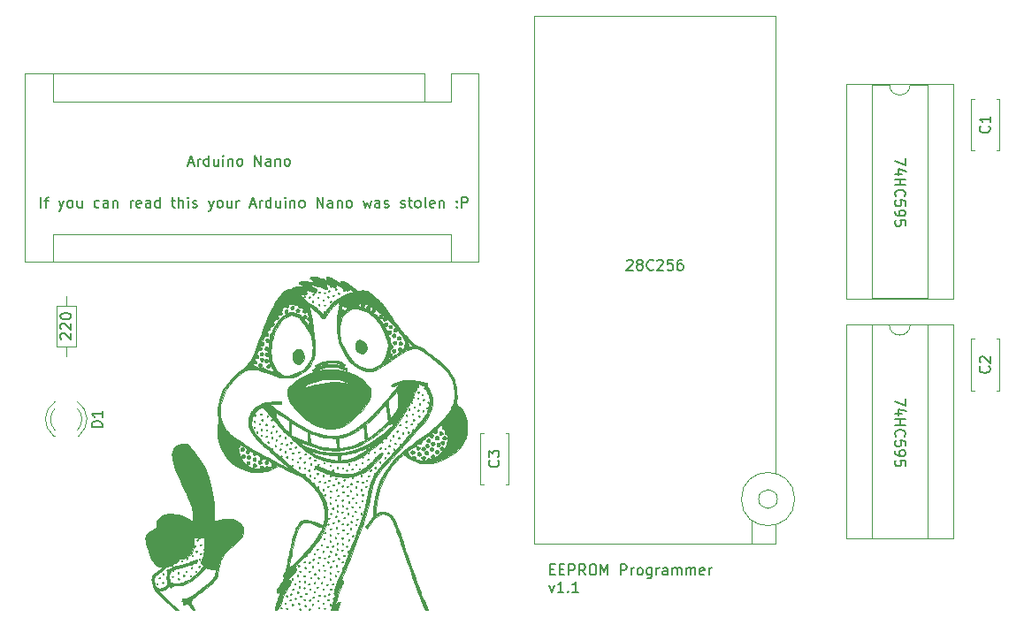
<source format=gbr>
%TF.GenerationSoftware,KiCad,Pcbnew,5.1.10*%
%TF.CreationDate,2021-08-06T14:58:04+02:00*%
%TF.ProjectId,EEPROM-Programmer,45455052-4f4d-42d5-9072-6f6772616d6d,rev?*%
%TF.SameCoordinates,Original*%
%TF.FileFunction,Legend,Top*%
%TF.FilePolarity,Positive*%
%FSLAX46Y46*%
G04 Gerber Fmt 4.6, Leading zero omitted, Abs format (unit mm)*
G04 Created by KiCad (PCBNEW 5.1.10) date 2021-08-06 14:58:04*
%MOMM*%
%LPD*%
G01*
G04 APERTURE LIST*
%ADD10C,0.150000*%
%ADD11C,0.120000*%
%ADD12C,0.010000*%
G04 APERTURE END LIST*
D10*
X100080238Y-87372380D02*
X100080238Y-86372380D01*
X100413571Y-86705714D02*
X100794523Y-86705714D01*
X100556428Y-87372380D02*
X100556428Y-86515238D01*
X100604047Y-86420000D01*
X100699285Y-86372380D01*
X100794523Y-86372380D01*
X101794523Y-86705714D02*
X102032619Y-87372380D01*
X102270714Y-86705714D02*
X102032619Y-87372380D01*
X101937380Y-87610476D01*
X101889761Y-87658095D01*
X101794523Y-87705714D01*
X102794523Y-87372380D02*
X102699285Y-87324761D01*
X102651666Y-87277142D01*
X102604047Y-87181904D01*
X102604047Y-86896190D01*
X102651666Y-86800952D01*
X102699285Y-86753333D01*
X102794523Y-86705714D01*
X102937380Y-86705714D01*
X103032619Y-86753333D01*
X103080238Y-86800952D01*
X103127857Y-86896190D01*
X103127857Y-87181904D01*
X103080238Y-87277142D01*
X103032619Y-87324761D01*
X102937380Y-87372380D01*
X102794523Y-87372380D01*
X103985000Y-86705714D02*
X103985000Y-87372380D01*
X103556428Y-86705714D02*
X103556428Y-87229523D01*
X103604047Y-87324761D01*
X103699285Y-87372380D01*
X103842142Y-87372380D01*
X103937380Y-87324761D01*
X103985000Y-87277142D01*
X105651666Y-87324761D02*
X105556428Y-87372380D01*
X105365952Y-87372380D01*
X105270714Y-87324761D01*
X105223095Y-87277142D01*
X105175476Y-87181904D01*
X105175476Y-86896190D01*
X105223095Y-86800952D01*
X105270714Y-86753333D01*
X105365952Y-86705714D01*
X105556428Y-86705714D01*
X105651666Y-86753333D01*
X106508809Y-87372380D02*
X106508809Y-86848571D01*
X106461190Y-86753333D01*
X106365952Y-86705714D01*
X106175476Y-86705714D01*
X106080238Y-86753333D01*
X106508809Y-87324761D02*
X106413571Y-87372380D01*
X106175476Y-87372380D01*
X106080238Y-87324761D01*
X106032619Y-87229523D01*
X106032619Y-87134285D01*
X106080238Y-87039047D01*
X106175476Y-86991428D01*
X106413571Y-86991428D01*
X106508809Y-86943809D01*
X106985000Y-86705714D02*
X106985000Y-87372380D01*
X106985000Y-86800952D02*
X107032619Y-86753333D01*
X107127857Y-86705714D01*
X107270714Y-86705714D01*
X107365952Y-86753333D01*
X107413571Y-86848571D01*
X107413571Y-87372380D01*
X108651666Y-87372380D02*
X108651666Y-86705714D01*
X108651666Y-86896190D02*
X108699285Y-86800952D01*
X108746904Y-86753333D01*
X108842142Y-86705714D01*
X108937380Y-86705714D01*
X109651666Y-87324761D02*
X109556428Y-87372380D01*
X109365952Y-87372380D01*
X109270714Y-87324761D01*
X109223095Y-87229523D01*
X109223095Y-86848571D01*
X109270714Y-86753333D01*
X109365952Y-86705714D01*
X109556428Y-86705714D01*
X109651666Y-86753333D01*
X109699285Y-86848571D01*
X109699285Y-86943809D01*
X109223095Y-87039047D01*
X110556428Y-87372380D02*
X110556428Y-86848571D01*
X110508809Y-86753333D01*
X110413571Y-86705714D01*
X110223095Y-86705714D01*
X110127857Y-86753333D01*
X110556428Y-87324761D02*
X110461190Y-87372380D01*
X110223095Y-87372380D01*
X110127857Y-87324761D01*
X110080238Y-87229523D01*
X110080238Y-87134285D01*
X110127857Y-87039047D01*
X110223095Y-86991428D01*
X110461190Y-86991428D01*
X110556428Y-86943809D01*
X111461190Y-87372380D02*
X111461190Y-86372380D01*
X111461190Y-87324761D02*
X111365952Y-87372380D01*
X111175476Y-87372380D01*
X111080238Y-87324761D01*
X111032619Y-87277142D01*
X110985000Y-87181904D01*
X110985000Y-86896190D01*
X111032619Y-86800952D01*
X111080238Y-86753333D01*
X111175476Y-86705714D01*
X111365952Y-86705714D01*
X111461190Y-86753333D01*
X112556428Y-86705714D02*
X112937380Y-86705714D01*
X112699285Y-86372380D02*
X112699285Y-87229523D01*
X112746904Y-87324761D01*
X112842142Y-87372380D01*
X112937380Y-87372380D01*
X113270714Y-87372380D02*
X113270714Y-86372380D01*
X113699285Y-87372380D02*
X113699285Y-86848571D01*
X113651666Y-86753333D01*
X113556428Y-86705714D01*
X113413571Y-86705714D01*
X113318333Y-86753333D01*
X113270714Y-86800952D01*
X114175476Y-87372380D02*
X114175476Y-86705714D01*
X114175476Y-86372380D02*
X114127857Y-86420000D01*
X114175476Y-86467619D01*
X114223095Y-86420000D01*
X114175476Y-86372380D01*
X114175476Y-86467619D01*
X114604047Y-87324761D02*
X114699285Y-87372380D01*
X114889761Y-87372380D01*
X114985000Y-87324761D01*
X115032619Y-87229523D01*
X115032619Y-87181904D01*
X114985000Y-87086666D01*
X114889761Y-87039047D01*
X114746904Y-87039047D01*
X114651666Y-86991428D01*
X114604047Y-86896190D01*
X114604047Y-86848571D01*
X114651666Y-86753333D01*
X114746904Y-86705714D01*
X114889761Y-86705714D01*
X114985000Y-86753333D01*
X116127857Y-86705714D02*
X116365952Y-87372380D01*
X116604047Y-86705714D02*
X116365952Y-87372380D01*
X116270714Y-87610476D01*
X116223095Y-87658095D01*
X116127857Y-87705714D01*
X117127857Y-87372380D02*
X117032619Y-87324761D01*
X116985000Y-87277142D01*
X116937380Y-87181904D01*
X116937380Y-86896190D01*
X116985000Y-86800952D01*
X117032619Y-86753333D01*
X117127857Y-86705714D01*
X117270714Y-86705714D01*
X117365952Y-86753333D01*
X117413571Y-86800952D01*
X117461190Y-86896190D01*
X117461190Y-87181904D01*
X117413571Y-87277142D01*
X117365952Y-87324761D01*
X117270714Y-87372380D01*
X117127857Y-87372380D01*
X118318333Y-86705714D02*
X118318333Y-87372380D01*
X117889761Y-86705714D02*
X117889761Y-87229523D01*
X117937380Y-87324761D01*
X118032619Y-87372380D01*
X118175476Y-87372380D01*
X118270714Y-87324761D01*
X118318333Y-87277142D01*
X118794523Y-87372380D02*
X118794523Y-86705714D01*
X118794523Y-86896190D02*
X118842142Y-86800952D01*
X118889761Y-86753333D01*
X118985000Y-86705714D01*
X119080238Y-86705714D01*
X120127857Y-87086666D02*
X120604047Y-87086666D01*
X120032619Y-87372380D02*
X120365952Y-86372380D01*
X120699285Y-87372380D01*
X121032619Y-87372380D02*
X121032619Y-86705714D01*
X121032619Y-86896190D02*
X121080238Y-86800952D01*
X121127857Y-86753333D01*
X121223095Y-86705714D01*
X121318333Y-86705714D01*
X122080238Y-87372380D02*
X122080238Y-86372380D01*
X122080238Y-87324761D02*
X121985000Y-87372380D01*
X121794523Y-87372380D01*
X121699285Y-87324761D01*
X121651666Y-87277142D01*
X121604047Y-87181904D01*
X121604047Y-86896190D01*
X121651666Y-86800952D01*
X121699285Y-86753333D01*
X121794523Y-86705714D01*
X121985000Y-86705714D01*
X122080238Y-86753333D01*
X122985000Y-86705714D02*
X122985000Y-87372380D01*
X122556428Y-86705714D02*
X122556428Y-87229523D01*
X122604047Y-87324761D01*
X122699285Y-87372380D01*
X122842142Y-87372380D01*
X122937380Y-87324761D01*
X122985000Y-87277142D01*
X123461190Y-87372380D02*
X123461190Y-86705714D01*
X123461190Y-86372380D02*
X123413571Y-86420000D01*
X123461190Y-86467619D01*
X123508809Y-86420000D01*
X123461190Y-86372380D01*
X123461190Y-86467619D01*
X123937380Y-86705714D02*
X123937380Y-87372380D01*
X123937380Y-86800952D02*
X123985000Y-86753333D01*
X124080238Y-86705714D01*
X124223095Y-86705714D01*
X124318333Y-86753333D01*
X124365952Y-86848571D01*
X124365952Y-87372380D01*
X124985000Y-87372380D02*
X124889761Y-87324761D01*
X124842142Y-87277142D01*
X124794523Y-87181904D01*
X124794523Y-86896190D01*
X124842142Y-86800952D01*
X124889761Y-86753333D01*
X124985000Y-86705714D01*
X125127857Y-86705714D01*
X125223095Y-86753333D01*
X125270714Y-86800952D01*
X125318333Y-86896190D01*
X125318333Y-87181904D01*
X125270714Y-87277142D01*
X125223095Y-87324761D01*
X125127857Y-87372380D01*
X124985000Y-87372380D01*
X126508809Y-87372380D02*
X126508809Y-86372380D01*
X127080238Y-87372380D01*
X127080238Y-86372380D01*
X127985000Y-87372380D02*
X127985000Y-86848571D01*
X127937380Y-86753333D01*
X127842142Y-86705714D01*
X127651666Y-86705714D01*
X127556428Y-86753333D01*
X127985000Y-87324761D02*
X127889761Y-87372380D01*
X127651666Y-87372380D01*
X127556428Y-87324761D01*
X127508809Y-87229523D01*
X127508809Y-87134285D01*
X127556428Y-87039047D01*
X127651666Y-86991428D01*
X127889761Y-86991428D01*
X127985000Y-86943809D01*
X128461190Y-86705714D02*
X128461190Y-87372380D01*
X128461190Y-86800952D02*
X128508809Y-86753333D01*
X128604047Y-86705714D01*
X128746904Y-86705714D01*
X128842142Y-86753333D01*
X128889761Y-86848571D01*
X128889761Y-87372380D01*
X129508809Y-87372380D02*
X129413571Y-87324761D01*
X129365952Y-87277142D01*
X129318333Y-87181904D01*
X129318333Y-86896190D01*
X129365952Y-86800952D01*
X129413571Y-86753333D01*
X129508809Y-86705714D01*
X129651666Y-86705714D01*
X129746904Y-86753333D01*
X129794523Y-86800952D01*
X129842142Y-86896190D01*
X129842142Y-87181904D01*
X129794523Y-87277142D01*
X129746904Y-87324761D01*
X129651666Y-87372380D01*
X129508809Y-87372380D01*
X130937380Y-86705714D02*
X131127857Y-87372380D01*
X131318333Y-86896190D01*
X131508809Y-87372380D01*
X131699285Y-86705714D01*
X132508809Y-87372380D02*
X132508809Y-86848571D01*
X132461190Y-86753333D01*
X132365952Y-86705714D01*
X132175476Y-86705714D01*
X132080238Y-86753333D01*
X132508809Y-87324761D02*
X132413571Y-87372380D01*
X132175476Y-87372380D01*
X132080238Y-87324761D01*
X132032619Y-87229523D01*
X132032619Y-87134285D01*
X132080238Y-87039047D01*
X132175476Y-86991428D01*
X132413571Y-86991428D01*
X132508809Y-86943809D01*
X132937380Y-87324761D02*
X133032619Y-87372380D01*
X133223095Y-87372380D01*
X133318333Y-87324761D01*
X133365952Y-87229523D01*
X133365952Y-87181904D01*
X133318333Y-87086666D01*
X133223095Y-87039047D01*
X133080238Y-87039047D01*
X132985000Y-86991428D01*
X132937380Y-86896190D01*
X132937380Y-86848571D01*
X132985000Y-86753333D01*
X133080238Y-86705714D01*
X133223095Y-86705714D01*
X133318333Y-86753333D01*
X134508809Y-87324761D02*
X134604047Y-87372380D01*
X134794523Y-87372380D01*
X134889761Y-87324761D01*
X134937380Y-87229523D01*
X134937380Y-87181904D01*
X134889761Y-87086666D01*
X134794523Y-87039047D01*
X134651666Y-87039047D01*
X134556428Y-86991428D01*
X134508809Y-86896190D01*
X134508809Y-86848571D01*
X134556428Y-86753333D01*
X134651666Y-86705714D01*
X134794523Y-86705714D01*
X134889761Y-86753333D01*
X135223095Y-86705714D02*
X135604047Y-86705714D01*
X135365952Y-86372380D02*
X135365952Y-87229523D01*
X135413571Y-87324761D01*
X135508809Y-87372380D01*
X135604047Y-87372380D01*
X136080238Y-87372380D02*
X135985000Y-87324761D01*
X135937380Y-87277142D01*
X135889761Y-87181904D01*
X135889761Y-86896190D01*
X135937380Y-86800952D01*
X135985000Y-86753333D01*
X136080238Y-86705714D01*
X136223095Y-86705714D01*
X136318333Y-86753333D01*
X136365952Y-86800952D01*
X136413571Y-86896190D01*
X136413571Y-87181904D01*
X136365952Y-87277142D01*
X136318333Y-87324761D01*
X136223095Y-87372380D01*
X136080238Y-87372380D01*
X136985000Y-87372380D02*
X136889761Y-87324761D01*
X136842142Y-87229523D01*
X136842142Y-86372380D01*
X137746904Y-87324761D02*
X137651666Y-87372380D01*
X137461190Y-87372380D01*
X137365952Y-87324761D01*
X137318333Y-87229523D01*
X137318333Y-86848571D01*
X137365952Y-86753333D01*
X137461190Y-86705714D01*
X137651666Y-86705714D01*
X137746904Y-86753333D01*
X137794523Y-86848571D01*
X137794523Y-86943809D01*
X137318333Y-87039047D01*
X138223095Y-86705714D02*
X138223095Y-87372380D01*
X138223095Y-86800952D02*
X138270714Y-86753333D01*
X138365952Y-86705714D01*
X138508809Y-86705714D01*
X138604047Y-86753333D01*
X138651666Y-86848571D01*
X138651666Y-87372380D01*
X139889761Y-87277142D02*
X139937380Y-87324761D01*
X139889761Y-87372380D01*
X139842142Y-87324761D01*
X139889761Y-87277142D01*
X139889761Y-87372380D01*
X139889761Y-86753333D02*
X139937380Y-86800952D01*
X139889761Y-86848571D01*
X139842142Y-86800952D01*
X139889761Y-86753333D01*
X139889761Y-86848571D01*
X140365952Y-87372380D02*
X140365952Y-86372380D01*
X140746904Y-86372380D01*
X140842142Y-86420000D01*
X140889761Y-86467619D01*
X140937380Y-86562857D01*
X140937380Y-86705714D01*
X140889761Y-86800952D01*
X140842142Y-86848571D01*
X140746904Y-86896190D01*
X140365952Y-86896190D01*
X148820595Y-122023571D02*
X149153928Y-122023571D01*
X149296785Y-122547380D02*
X148820595Y-122547380D01*
X148820595Y-121547380D01*
X149296785Y-121547380D01*
X149725357Y-122023571D02*
X150058690Y-122023571D01*
X150201547Y-122547380D02*
X149725357Y-122547380D01*
X149725357Y-121547380D01*
X150201547Y-121547380D01*
X150630119Y-122547380D02*
X150630119Y-121547380D01*
X151011071Y-121547380D01*
X151106309Y-121595000D01*
X151153928Y-121642619D01*
X151201547Y-121737857D01*
X151201547Y-121880714D01*
X151153928Y-121975952D01*
X151106309Y-122023571D01*
X151011071Y-122071190D01*
X150630119Y-122071190D01*
X152201547Y-122547380D02*
X151868214Y-122071190D01*
X151630119Y-122547380D02*
X151630119Y-121547380D01*
X152011071Y-121547380D01*
X152106309Y-121595000D01*
X152153928Y-121642619D01*
X152201547Y-121737857D01*
X152201547Y-121880714D01*
X152153928Y-121975952D01*
X152106309Y-122023571D01*
X152011071Y-122071190D01*
X151630119Y-122071190D01*
X152820595Y-121547380D02*
X153011071Y-121547380D01*
X153106309Y-121595000D01*
X153201547Y-121690238D01*
X153249166Y-121880714D01*
X153249166Y-122214047D01*
X153201547Y-122404523D01*
X153106309Y-122499761D01*
X153011071Y-122547380D01*
X152820595Y-122547380D01*
X152725357Y-122499761D01*
X152630119Y-122404523D01*
X152582500Y-122214047D01*
X152582500Y-121880714D01*
X152630119Y-121690238D01*
X152725357Y-121595000D01*
X152820595Y-121547380D01*
X153677738Y-122547380D02*
X153677738Y-121547380D01*
X154011071Y-122261666D01*
X154344404Y-121547380D01*
X154344404Y-122547380D01*
X155582500Y-122547380D02*
X155582500Y-121547380D01*
X155963452Y-121547380D01*
X156058690Y-121595000D01*
X156106309Y-121642619D01*
X156153928Y-121737857D01*
X156153928Y-121880714D01*
X156106309Y-121975952D01*
X156058690Y-122023571D01*
X155963452Y-122071190D01*
X155582500Y-122071190D01*
X156582500Y-122547380D02*
X156582500Y-121880714D01*
X156582500Y-122071190D02*
X156630119Y-121975952D01*
X156677738Y-121928333D01*
X156772976Y-121880714D01*
X156868214Y-121880714D01*
X157344404Y-122547380D02*
X157249166Y-122499761D01*
X157201547Y-122452142D01*
X157153928Y-122356904D01*
X157153928Y-122071190D01*
X157201547Y-121975952D01*
X157249166Y-121928333D01*
X157344404Y-121880714D01*
X157487261Y-121880714D01*
X157582500Y-121928333D01*
X157630119Y-121975952D01*
X157677738Y-122071190D01*
X157677738Y-122356904D01*
X157630119Y-122452142D01*
X157582500Y-122499761D01*
X157487261Y-122547380D01*
X157344404Y-122547380D01*
X158534880Y-121880714D02*
X158534880Y-122690238D01*
X158487261Y-122785476D01*
X158439642Y-122833095D01*
X158344404Y-122880714D01*
X158201547Y-122880714D01*
X158106309Y-122833095D01*
X158534880Y-122499761D02*
X158439642Y-122547380D01*
X158249166Y-122547380D01*
X158153928Y-122499761D01*
X158106309Y-122452142D01*
X158058690Y-122356904D01*
X158058690Y-122071190D01*
X158106309Y-121975952D01*
X158153928Y-121928333D01*
X158249166Y-121880714D01*
X158439642Y-121880714D01*
X158534880Y-121928333D01*
X159011071Y-122547380D02*
X159011071Y-121880714D01*
X159011071Y-122071190D02*
X159058690Y-121975952D01*
X159106309Y-121928333D01*
X159201547Y-121880714D01*
X159296785Y-121880714D01*
X160058690Y-122547380D02*
X160058690Y-122023571D01*
X160011071Y-121928333D01*
X159915833Y-121880714D01*
X159725357Y-121880714D01*
X159630119Y-121928333D01*
X160058690Y-122499761D02*
X159963452Y-122547380D01*
X159725357Y-122547380D01*
X159630119Y-122499761D01*
X159582500Y-122404523D01*
X159582500Y-122309285D01*
X159630119Y-122214047D01*
X159725357Y-122166428D01*
X159963452Y-122166428D01*
X160058690Y-122118809D01*
X160534880Y-122547380D02*
X160534880Y-121880714D01*
X160534880Y-121975952D02*
X160582500Y-121928333D01*
X160677738Y-121880714D01*
X160820595Y-121880714D01*
X160915833Y-121928333D01*
X160963452Y-122023571D01*
X160963452Y-122547380D01*
X160963452Y-122023571D02*
X161011071Y-121928333D01*
X161106309Y-121880714D01*
X161249166Y-121880714D01*
X161344404Y-121928333D01*
X161392023Y-122023571D01*
X161392023Y-122547380D01*
X161868214Y-122547380D02*
X161868214Y-121880714D01*
X161868214Y-121975952D02*
X161915833Y-121928333D01*
X162011071Y-121880714D01*
X162153928Y-121880714D01*
X162249166Y-121928333D01*
X162296785Y-122023571D01*
X162296785Y-122547380D01*
X162296785Y-122023571D02*
X162344404Y-121928333D01*
X162439642Y-121880714D01*
X162582500Y-121880714D01*
X162677738Y-121928333D01*
X162725357Y-122023571D01*
X162725357Y-122547380D01*
X163582500Y-122499761D02*
X163487261Y-122547380D01*
X163296785Y-122547380D01*
X163201547Y-122499761D01*
X163153928Y-122404523D01*
X163153928Y-122023571D01*
X163201547Y-121928333D01*
X163296785Y-121880714D01*
X163487261Y-121880714D01*
X163582500Y-121928333D01*
X163630119Y-122023571D01*
X163630119Y-122118809D01*
X163153928Y-122214047D01*
X164058690Y-122547380D02*
X164058690Y-121880714D01*
X164058690Y-122071190D02*
X164106309Y-121975952D01*
X164153928Y-121928333D01*
X164249166Y-121880714D01*
X164344404Y-121880714D01*
X148725357Y-123530714D02*
X148963452Y-124197380D01*
X149201547Y-123530714D01*
X150106309Y-124197380D02*
X149534880Y-124197380D01*
X149820595Y-124197380D02*
X149820595Y-123197380D01*
X149725357Y-123340238D01*
X149630119Y-123435476D01*
X149534880Y-123483095D01*
X150534880Y-124102142D02*
X150582500Y-124149761D01*
X150534880Y-124197380D01*
X150487261Y-124149761D01*
X150534880Y-124102142D01*
X150534880Y-124197380D01*
X151534880Y-124197380D02*
X150963452Y-124197380D01*
X151249166Y-124197380D02*
X151249166Y-123197380D01*
X151153928Y-123340238D01*
X151058690Y-123435476D01*
X150963452Y-123483095D01*
D11*
%TO.C,Arduino Nano*%
X141985000Y-92560000D02*
X141985000Y-74520000D01*
X98545000Y-92560000D02*
X141985000Y-92560000D01*
X98545000Y-74520000D02*
X98545000Y-92560000D01*
X101215000Y-77190000D02*
X101215000Y-74520000D01*
X136775000Y-77190000D02*
X101215000Y-77190000D01*
X136775000Y-77190000D02*
X136775000Y-74520000D01*
X101215000Y-89890000D02*
X101215000Y-92560000D01*
X139315000Y-89890000D02*
X101215000Y-89890000D01*
X139315000Y-89890000D02*
X139315000Y-92560000D01*
X141985000Y-74520000D02*
X139315000Y-74520000D01*
X136775000Y-74520000D02*
X98545000Y-74520000D01*
X139315000Y-77190000D02*
X139315000Y-74520000D01*
X136775000Y-77190000D02*
X139315000Y-77190000D01*
%TO.C,220*%
X103405000Y-96810000D02*
X101565000Y-96810000D01*
X101565000Y-96810000D02*
X101565000Y-100650000D01*
X101565000Y-100650000D02*
X103405000Y-100650000D01*
X103405000Y-100650000D02*
X103405000Y-96810000D01*
X102485000Y-95860000D02*
X102485000Y-96810000D01*
X102485000Y-101600000D02*
X102485000Y-100650000D01*
%TO.C,D1*%
X103564837Y-106608870D02*
G75*
G02*
X103565000Y-108690961I-1079837J-1041130D01*
G01*
X101405163Y-106608870D02*
G75*
G03*
X101405000Y-108690961I1079837J-1041130D01*
G01*
X103563608Y-105977665D02*
G75*
G02*
X103720516Y-109210000I-1078608J-1672335D01*
G01*
X101406392Y-105977665D02*
G75*
G03*
X101249484Y-109210000I1078608J-1672335D01*
G01*
X101249000Y-109210000D02*
X101405000Y-109210000D01*
X103565000Y-109210000D02*
X103721000Y-109210000D01*
%TO.C,28C256*%
X172235000Y-115290000D02*
G75*
G03*
X172235000Y-115290000I-2550000J0D01*
G01*
X170585000Y-115290000D02*
G75*
G03*
X170585000Y-115290000I-900000J0D01*
G01*
X170415000Y-112840000D02*
X170415000Y-69000000D01*
X170415000Y-69000000D02*
X147315000Y-69000000D01*
X147315000Y-69000000D02*
X147315000Y-119600000D01*
X147315000Y-119600000D02*
X170415000Y-119600000D01*
X170415000Y-119600000D02*
X170415000Y-117740000D01*
X168135000Y-119600000D02*
X168135000Y-117340000D01*
D12*
%TO.C,G\u002A\u002A\u002A*%
G36*
X128360197Y-95158116D02*
G01*
X128369714Y-95188000D01*
X128339550Y-95239235D01*
X128306214Y-95253663D01*
X128254781Y-95241041D01*
X128242714Y-95188000D01*
X128261079Y-95128445D01*
X128306214Y-95122336D01*
X128360197Y-95158116D01*
G37*
X128360197Y-95158116D02*
X128369714Y-95188000D01*
X128339550Y-95239235D01*
X128306214Y-95253663D01*
X128254781Y-95241041D01*
X128242714Y-95188000D01*
X128261079Y-95128445D01*
X128306214Y-95122336D01*
X128360197Y-95158116D01*
G36*
X127688531Y-95327069D02*
G01*
X127698429Y-95369428D01*
X127672607Y-95427803D01*
X127617610Y-95440553D01*
X127571429Y-95405714D01*
X127566700Y-95344852D01*
X127613887Y-95302311D01*
X127646142Y-95296857D01*
X127688531Y-95327069D01*
G37*
X127688531Y-95327069D02*
X127698429Y-95369428D01*
X127672607Y-95427803D01*
X127617610Y-95440553D01*
X127571429Y-95405714D01*
X127566700Y-95344852D01*
X127613887Y-95302311D01*
X127646142Y-95296857D01*
X127688531Y-95327069D01*
G36*
X126777816Y-95428402D02*
G01*
X126791286Y-95460143D01*
X126761035Y-95504469D01*
X126718714Y-95514571D01*
X126659613Y-95491883D01*
X126646143Y-95460143D01*
X126676394Y-95415816D01*
X126718714Y-95405714D01*
X126777816Y-95428402D01*
G37*
X126777816Y-95428402D02*
X126791286Y-95460143D01*
X126761035Y-95504469D01*
X126718714Y-95514571D01*
X126659613Y-95491883D01*
X126646143Y-95460143D01*
X126676394Y-95415816D01*
X126718714Y-95405714D01*
X126777816Y-95428402D01*
G36*
X127287613Y-95498456D02*
G01*
X127292875Y-95538779D01*
X127258496Y-95600321D01*
X127204765Y-95615011D01*
X127179089Y-95599994D01*
X127153384Y-95537740D01*
X127185858Y-95488800D01*
X127229375Y-95478285D01*
X127287613Y-95498456D01*
G37*
X127287613Y-95498456D02*
X127292875Y-95538779D01*
X127258496Y-95600321D01*
X127204765Y-95615011D01*
X127179089Y-95599994D01*
X127153384Y-95537740D01*
X127185858Y-95488800D01*
X127229375Y-95478285D01*
X127287613Y-95498456D01*
G36*
X128614197Y-95557258D02*
G01*
X128623714Y-95587143D01*
X128593550Y-95638378D01*
X128560214Y-95652806D01*
X128508781Y-95640184D01*
X128496714Y-95587143D01*
X128515079Y-95527588D01*
X128560214Y-95521479D01*
X128614197Y-95557258D01*
G37*
X128614197Y-95557258D02*
X128623714Y-95587143D01*
X128593550Y-95638378D01*
X128560214Y-95652806D01*
X128508781Y-95640184D01*
X128496714Y-95587143D01*
X128515079Y-95527588D01*
X128560214Y-95521479D01*
X128614197Y-95557258D01*
G36*
X126189378Y-95635450D02*
G01*
X126203807Y-95668785D01*
X126191184Y-95720219D01*
X126138143Y-95732285D01*
X126078588Y-95713921D01*
X126072479Y-95668785D01*
X126108259Y-95614803D01*
X126138143Y-95605285D01*
X126189378Y-95635450D01*
G37*
X126189378Y-95635450D02*
X126203807Y-95668785D01*
X126191184Y-95720219D01*
X126138143Y-95732285D01*
X126078588Y-95713921D01*
X126072479Y-95668785D01*
X126108259Y-95614803D01*
X126138143Y-95605285D01*
X126189378Y-95635450D01*
G36*
X128122185Y-95752456D02*
G01*
X128127446Y-95792779D01*
X128093067Y-95854321D01*
X128039336Y-95869011D01*
X128013661Y-95853994D01*
X127987956Y-95791740D01*
X128020430Y-95742800D01*
X128063946Y-95732285D01*
X128122185Y-95752456D01*
G37*
X128122185Y-95752456D02*
X128127446Y-95792779D01*
X128093067Y-95854321D01*
X128039336Y-95869011D01*
X128013661Y-95853994D01*
X127987956Y-95791740D01*
X128020430Y-95742800D01*
X128063946Y-95732285D01*
X128122185Y-95752456D01*
G36*
X127612388Y-95900117D02*
G01*
X127625857Y-95931857D01*
X127595606Y-95976183D01*
X127553286Y-95986285D01*
X127494184Y-95963597D01*
X127480714Y-95931857D01*
X127510966Y-95887531D01*
X127553286Y-95877428D01*
X127612388Y-95900117D01*
G37*
X127612388Y-95900117D02*
X127625857Y-95931857D01*
X127595606Y-95976183D01*
X127553286Y-95986285D01*
X127494184Y-95963597D01*
X127480714Y-95931857D01*
X127510966Y-95887531D01*
X127553286Y-95877428D01*
X127612388Y-95900117D01*
G36*
X125362422Y-95862201D02*
G01*
X125376143Y-95891689D01*
X125349871Y-95943468D01*
X125295113Y-95970817D01*
X125252690Y-95959595D01*
X125229961Y-95899501D01*
X125263073Y-95851150D01*
X125303571Y-95841143D01*
X125362422Y-95862201D01*
G37*
X125362422Y-95862201D02*
X125376143Y-95891689D01*
X125349871Y-95943468D01*
X125295113Y-95970817D01*
X125252690Y-95959595D01*
X125229961Y-95899501D01*
X125263073Y-95851150D01*
X125303571Y-95841143D01*
X125362422Y-95862201D01*
G36*
X125837959Y-95907640D02*
G01*
X125847857Y-95950000D01*
X125822035Y-96008375D01*
X125767039Y-96021125D01*
X125720857Y-95986285D01*
X125716128Y-95925424D01*
X125763315Y-95882882D01*
X125795570Y-95877428D01*
X125837959Y-95907640D01*
G37*
X125837959Y-95907640D02*
X125847857Y-95950000D01*
X125822035Y-96008375D01*
X125767039Y-96021125D01*
X125720857Y-95986285D01*
X125716128Y-95925424D01*
X125763315Y-95882882D01*
X125795570Y-95877428D01*
X125837959Y-95907640D01*
G36*
X126656571Y-95954507D02*
G01*
X126659217Y-96002156D01*
X126621537Y-96044348D01*
X126597491Y-96052584D01*
X126546907Y-96045093D01*
X126543559Y-95998652D01*
X126578798Y-95942772D01*
X126610354Y-95931857D01*
X126656571Y-95954507D01*
G37*
X126656571Y-95954507D02*
X126659217Y-96002156D01*
X126621537Y-96044348D01*
X126597491Y-96052584D01*
X126546907Y-96045093D01*
X126543559Y-95998652D01*
X126578798Y-95942772D01*
X126610354Y-95931857D01*
X126656571Y-95954507D01*
G36*
X127145008Y-96197975D02*
G01*
X127154143Y-96240286D01*
X127130163Y-96299147D01*
X127079713Y-96309544D01*
X127035024Y-96265680D01*
X127033525Y-96261976D01*
X127033274Y-96195784D01*
X127093166Y-96168141D01*
X127105762Y-96167714D01*
X127145008Y-96197975D01*
G37*
X127145008Y-96197975D02*
X127154143Y-96240286D01*
X127130163Y-96299147D01*
X127079713Y-96309544D01*
X127035024Y-96265680D01*
X127033525Y-96261976D01*
X127033274Y-96195784D01*
X127093166Y-96168141D01*
X127105762Y-96167714D01*
X127145008Y-96197975D01*
G36*
X126128245Y-96306783D02*
G01*
X126138143Y-96349143D01*
X126112321Y-96407517D01*
X126057325Y-96420268D01*
X126011143Y-96385428D01*
X126006414Y-96324567D01*
X126053601Y-96282025D01*
X126085856Y-96276571D01*
X126128245Y-96306783D01*
G37*
X126128245Y-96306783D02*
X126138143Y-96349143D01*
X126112321Y-96407517D01*
X126057325Y-96420268D01*
X126011143Y-96385428D01*
X126006414Y-96324567D01*
X126053601Y-96282025D01*
X126085856Y-96276571D01*
X126128245Y-96306783D01*
G36*
X127852197Y-96355544D02*
G01*
X127861714Y-96385428D01*
X127831550Y-96436663D01*
X127798214Y-96451092D01*
X127746781Y-96438470D01*
X127734714Y-96385428D01*
X127753079Y-96325874D01*
X127798214Y-96319765D01*
X127852197Y-96355544D01*
G37*
X127852197Y-96355544D02*
X127861714Y-96385428D01*
X127831550Y-96436663D01*
X127798214Y-96451092D01*
X127746781Y-96438470D01*
X127734714Y-96385428D01*
X127753079Y-96325874D01*
X127798214Y-96319765D01*
X127852197Y-96355544D01*
G36*
X126733664Y-96651450D02*
G01*
X126748092Y-96684785D01*
X126735470Y-96736219D01*
X126682429Y-96748285D01*
X126622874Y-96729921D01*
X126616765Y-96684785D01*
X126652544Y-96630803D01*
X126682429Y-96621286D01*
X126733664Y-96651450D01*
G37*
X126733664Y-96651450D02*
X126748092Y-96684785D01*
X126735470Y-96736219D01*
X126682429Y-96748285D01*
X126622874Y-96729921D01*
X126616765Y-96684785D01*
X126652544Y-96630803D01*
X126682429Y-96621286D01*
X126733664Y-96651450D01*
G36*
X127287613Y-96695885D02*
G01*
X127292875Y-96736207D01*
X127258496Y-96797750D01*
X127204765Y-96812440D01*
X127179089Y-96797422D01*
X127153384Y-96735168D01*
X127185858Y-96686228D01*
X127229375Y-96675714D01*
X127287613Y-96695885D01*
G37*
X127287613Y-96695885D02*
X127292875Y-96736207D01*
X127258496Y-96797750D01*
X127204765Y-96812440D01*
X127179089Y-96797422D01*
X127153384Y-96735168D01*
X127185858Y-96686228D01*
X127229375Y-96675714D01*
X127287613Y-96695885D01*
G36*
X127220392Y-97285331D02*
G01*
X127226714Y-97310714D01*
X127197669Y-97358821D01*
X127172286Y-97365143D01*
X127124179Y-97336097D01*
X127117857Y-97310714D01*
X127146903Y-97262608D01*
X127172286Y-97256285D01*
X127220392Y-97285331D01*
G37*
X127220392Y-97285331D02*
X127226714Y-97310714D01*
X127197669Y-97358821D01*
X127172286Y-97365143D01*
X127124179Y-97336097D01*
X127117857Y-97310714D01*
X127146903Y-97262608D01*
X127172286Y-97256285D01*
X127220392Y-97285331D01*
G36*
X132648611Y-97647542D02*
G01*
X132719068Y-97714383D01*
X132745279Y-97811528D01*
X132721927Y-97908036D01*
X132698600Y-97938457D01*
X132610586Y-97982305D01*
X132510024Y-97974543D01*
X132427855Y-97920488D01*
X132407685Y-97888468D01*
X132389857Y-97779979D01*
X132428560Y-97690837D01*
X132507830Y-97637004D01*
X132611707Y-97634441D01*
X132648611Y-97647542D01*
G37*
X132648611Y-97647542D02*
X132719068Y-97714383D01*
X132745279Y-97811528D01*
X132721927Y-97908036D01*
X132698600Y-97938457D01*
X132610586Y-97982305D01*
X132510024Y-97974543D01*
X132427855Y-97920488D01*
X132407685Y-97888468D01*
X132389857Y-97779979D01*
X132428560Y-97690837D01*
X132507830Y-97637004D01*
X132611707Y-97634441D01*
X132648611Y-97647542D01*
G36*
X133136779Y-98368496D02*
G01*
X133208272Y-98423155D01*
X133249333Y-98504225D01*
X133245347Y-98596736D01*
X133212036Y-98655480D01*
X133132952Y-98700767D01*
X133032544Y-98698924D01*
X132944306Y-98650694D01*
X132892093Y-98557542D01*
X132910354Y-98460181D01*
X132960956Y-98398291D01*
X133049469Y-98355218D01*
X133136779Y-98368496D01*
G37*
X133136779Y-98368496D02*
X133208272Y-98423155D01*
X133249333Y-98504225D01*
X133245347Y-98596736D01*
X133212036Y-98655480D01*
X133132952Y-98700767D01*
X133032544Y-98698924D01*
X132944306Y-98650694D01*
X132892093Y-98557542D01*
X132910354Y-98460181D01*
X132960956Y-98398291D01*
X133049469Y-98355218D01*
X133136779Y-98368496D01*
G36*
X133616686Y-98620671D02*
G01*
X133656786Y-98645651D01*
X133667091Y-98712888D01*
X133667429Y-98762143D01*
X133663264Y-98855481D01*
X133637621Y-98898883D01*
X133570779Y-98914962D01*
X133531006Y-98918568D01*
X133436202Y-98918673D01*
X133386306Y-98890768D01*
X133363369Y-98845997D01*
X133344620Y-98730331D01*
X133386786Y-98653590D01*
X133487707Y-98618807D01*
X133526442Y-98617000D01*
X133616686Y-98620671D01*
G37*
X133616686Y-98620671D02*
X133656786Y-98645651D01*
X133667091Y-98712888D01*
X133667429Y-98762143D01*
X133663264Y-98855481D01*
X133637621Y-98898883D01*
X133570779Y-98914962D01*
X133531006Y-98918568D01*
X133436202Y-98918673D01*
X133386306Y-98890768D01*
X133363369Y-98845997D01*
X133344620Y-98730331D01*
X133386786Y-98653590D01*
X133487707Y-98618807D01*
X133526442Y-98617000D01*
X133616686Y-98620671D01*
G36*
X133954841Y-99480399D02*
G01*
X134016933Y-99554301D01*
X134034770Y-99651052D01*
X134012876Y-99722343D01*
X133947144Y-99778180D01*
X133850922Y-99796663D01*
X133757972Y-99774176D01*
X133729114Y-99752743D01*
X133688435Y-99669225D01*
X133692156Y-99569449D01*
X133736325Y-99486986D01*
X133762733Y-99467258D01*
X133864704Y-99445874D01*
X133954841Y-99480399D01*
G37*
X133954841Y-99480399D02*
X134016933Y-99554301D01*
X134034770Y-99651052D01*
X134012876Y-99722343D01*
X133947144Y-99778180D01*
X133850922Y-99796663D01*
X133757972Y-99774176D01*
X133729114Y-99752743D01*
X133688435Y-99669225D01*
X133692156Y-99569449D01*
X133736325Y-99486986D01*
X133762733Y-99467258D01*
X133864704Y-99445874D01*
X133954841Y-99480399D01*
G36*
X134444796Y-99711490D02*
G01*
X134506602Y-99785423D01*
X134520143Y-99874837D01*
X134490586Y-99975716D01*
X134413970Y-100033455D01*
X134308375Y-100036907D01*
X134274799Y-100026116D01*
X134202007Y-99965827D01*
X134175066Y-99878593D01*
X134190154Y-99787634D01*
X134243446Y-99716172D01*
X134330559Y-99687428D01*
X134444796Y-99711490D01*
G37*
X134444796Y-99711490D02*
X134506602Y-99785423D01*
X134520143Y-99874837D01*
X134490586Y-99975716D01*
X134413970Y-100033455D01*
X134308375Y-100036907D01*
X134274799Y-100026116D01*
X134202007Y-99965827D01*
X134175066Y-99878593D01*
X134190154Y-99787634D01*
X134243446Y-99716172D01*
X134330559Y-99687428D01*
X134444796Y-99711490D01*
G36*
X134012059Y-100140973D02*
G01*
X134077084Y-100194707D01*
X134112714Y-100285526D01*
X134108737Y-100380525D01*
X134095470Y-100409687D01*
X134025576Y-100464703D01*
X133929954Y-100480546D01*
X133839802Y-100456991D01*
X133793754Y-100411882D01*
X133765290Y-100299491D01*
X133795067Y-100204641D01*
X133869996Y-100143572D01*
X133976989Y-100132528D01*
X134012059Y-100140973D01*
G37*
X134012059Y-100140973D02*
X134077084Y-100194707D01*
X134112714Y-100285526D01*
X134108737Y-100380525D01*
X134095470Y-100409687D01*
X134025576Y-100464703D01*
X133929954Y-100480546D01*
X133839802Y-100456991D01*
X133793754Y-100411882D01*
X133765290Y-100299491D01*
X133795067Y-100204641D01*
X133869996Y-100143572D01*
X133976989Y-100132528D01*
X134012059Y-100140973D01*
G36*
X134536774Y-100206411D02*
G01*
X134610184Y-100259945D01*
X134651870Y-100338725D01*
X134646862Y-100428135D01*
X134611852Y-100484615D01*
X134518819Y-100548936D01*
X134415067Y-100542671D01*
X134365929Y-100519093D01*
X134317496Y-100454508D01*
X134303932Y-100359761D01*
X134326586Y-100269053D01*
X134354663Y-100233535D01*
X134446610Y-100192736D01*
X134536774Y-100206411D01*
G37*
X134536774Y-100206411D02*
X134610184Y-100259945D01*
X134651870Y-100338725D01*
X134646862Y-100428135D01*
X134611852Y-100484615D01*
X134518819Y-100548936D01*
X134415067Y-100542671D01*
X134365929Y-100519093D01*
X134317496Y-100454508D01*
X134303932Y-100359761D01*
X134326586Y-100269053D01*
X134354663Y-100233535D01*
X134446610Y-100192736D01*
X134536774Y-100206411D01*
G36*
X133935372Y-100928427D02*
G01*
X133988502Y-100958613D01*
X134015662Y-101005089D01*
X134036904Y-101116144D01*
X133995307Y-101199327D01*
X133898654Y-101243480D01*
X133846442Y-101247714D01*
X133748903Y-101233489D01*
X133699870Y-101196351D01*
X133689119Y-101123427D01*
X133691937Y-101042136D01*
X133709397Y-100972865D01*
X133755748Y-100940405D01*
X133839572Y-100928036D01*
X133935372Y-100928427D01*
G37*
X133935372Y-100928427D02*
X133988502Y-100958613D01*
X134015662Y-101005089D01*
X134036904Y-101116144D01*
X133995307Y-101199327D01*
X133898654Y-101243480D01*
X133846442Y-101247714D01*
X133748903Y-101233489D01*
X133699870Y-101196351D01*
X133689119Y-101123427D01*
X133691937Y-101042136D01*
X133709397Y-100972865D01*
X133755748Y-100940405D01*
X133839572Y-100928036D01*
X133935372Y-100928427D01*
G36*
X130711651Y-100059976D02*
G01*
X130877300Y-100141420D01*
X130945656Y-100187091D01*
X131109036Y-100341888D01*
X131210723Y-100533007D01*
X131252272Y-100763601D01*
X131253496Y-100812285D01*
X131225981Y-101018809D01*
X131147141Y-101180417D01*
X131024789Y-101291384D01*
X130866738Y-101345981D01*
X130680802Y-101338484D01*
X130576527Y-101308454D01*
X130392420Y-101205355D01*
X130259665Y-101051460D01*
X130179008Y-100847993D01*
X130151363Y-100612714D01*
X130169326Y-100449704D01*
X130785091Y-100449704D01*
X130794102Y-100468494D01*
X130814372Y-100494785D01*
X130867335Y-100551198D01*
X130890976Y-100550953D01*
X130891572Y-100544586D01*
X130866775Y-100514297D01*
X130828072Y-100481086D01*
X130785091Y-100449704D01*
X130169326Y-100449704D01*
X130174978Y-100398424D01*
X130251294Y-100226890D01*
X130377275Y-100103979D01*
X130429501Y-100074961D01*
X130566091Y-100038628D01*
X130711651Y-100059976D01*
G37*
X130711651Y-100059976D02*
X130877300Y-100141420D01*
X130945656Y-100187091D01*
X131109036Y-100341888D01*
X131210723Y-100533007D01*
X131252272Y-100763601D01*
X131253496Y-100812285D01*
X131225981Y-101018809D01*
X131147141Y-101180417D01*
X131024789Y-101291384D01*
X130866738Y-101345981D01*
X130680802Y-101338484D01*
X130576527Y-101308454D01*
X130392420Y-101205355D01*
X130259665Y-101051460D01*
X130179008Y-100847993D01*
X130151363Y-100612714D01*
X130169326Y-100449704D01*
X130785091Y-100449704D01*
X130794102Y-100468494D01*
X130814372Y-100494785D01*
X130867335Y-100551198D01*
X130890976Y-100550953D01*
X130891572Y-100544586D01*
X130866775Y-100514297D01*
X130828072Y-100481086D01*
X130785091Y-100449704D01*
X130169326Y-100449704D01*
X130174978Y-100398424D01*
X130251294Y-100226890D01*
X130377275Y-100103979D01*
X130429501Y-100074961D01*
X130566091Y-100038628D01*
X130711651Y-100059976D01*
G36*
X124224186Y-96814116D02*
G01*
X124279014Y-96897863D01*
X124287571Y-96966000D01*
X124260981Y-97077000D01*
X124185609Y-97137921D01*
X124124286Y-97147428D01*
X124041016Y-97127778D01*
X124004543Y-97103885D01*
X123971013Y-97036034D01*
X123961000Y-96966000D01*
X123987591Y-96855000D01*
X124062963Y-96794079D01*
X124124286Y-96784571D01*
X124224186Y-96814116D01*
G37*
X124224186Y-96814116D02*
X124279014Y-96897863D01*
X124287571Y-96966000D01*
X124260981Y-97077000D01*
X124185609Y-97137921D01*
X124124286Y-97147428D01*
X124041016Y-97127778D01*
X124004543Y-97103885D01*
X123971013Y-97036034D01*
X123961000Y-96966000D01*
X123987591Y-96855000D01*
X124062963Y-96794079D01*
X124124286Y-96784571D01*
X124224186Y-96814116D01*
G36*
X124717897Y-97068829D02*
G01*
X124791105Y-97140827D01*
X124830409Y-97226399D01*
X124831857Y-97243625D01*
X124800587Y-97321596D01*
X124724042Y-97376124D01*
X124628120Y-97397940D01*
X124538719Y-97377777D01*
X124512543Y-97357885D01*
X124479013Y-97290034D01*
X124469000Y-97220000D01*
X124495613Y-97108823D01*
X124572161Y-97048335D01*
X124637485Y-97038571D01*
X124717897Y-97068829D01*
G37*
X124717897Y-97068829D02*
X124791105Y-97140827D01*
X124830409Y-97226399D01*
X124831857Y-97243625D01*
X124800587Y-97321596D01*
X124724042Y-97376124D01*
X124628120Y-97397940D01*
X124538719Y-97377777D01*
X124512543Y-97357885D01*
X124479013Y-97290034D01*
X124469000Y-97220000D01*
X124495613Y-97108823D01*
X124572161Y-97048335D01*
X124637485Y-97038571D01*
X124717897Y-97068829D01*
G36*
X123688857Y-97310714D02*
G01*
X123684691Y-97404053D01*
X123659051Y-97447455D01*
X123592223Y-97463533D01*
X123552494Y-97467136D01*
X123445935Y-97463398D01*
X123396766Y-97427720D01*
X123395574Y-97424844D01*
X123384181Y-97350047D01*
X123386794Y-97268422D01*
X123401734Y-97202084D01*
X123440989Y-97172732D01*
X123527046Y-97165629D01*
X123543714Y-97165571D01*
X123688857Y-97165571D01*
X123688857Y-97310714D01*
G37*
X123688857Y-97310714D02*
X123684691Y-97404053D01*
X123659051Y-97447455D01*
X123592223Y-97463533D01*
X123552494Y-97467136D01*
X123445935Y-97463398D01*
X123396766Y-97427720D01*
X123395574Y-97424844D01*
X123384181Y-97350047D01*
X123386794Y-97268422D01*
X123401734Y-97202084D01*
X123440989Y-97172732D01*
X123527046Y-97165629D01*
X123543714Y-97165571D01*
X123688857Y-97165571D01*
X123688857Y-97310714D01*
G36*
X125391468Y-97647542D02*
G01*
X125461925Y-97714383D01*
X125488136Y-97811528D01*
X125464784Y-97908036D01*
X125441457Y-97938457D01*
X125353443Y-97982305D01*
X125252881Y-97974543D01*
X125170712Y-97920488D01*
X125150542Y-97888468D01*
X125132714Y-97779979D01*
X125171417Y-97690837D01*
X125250687Y-97637004D01*
X125354564Y-97634441D01*
X125391468Y-97647542D01*
G37*
X125391468Y-97647542D02*
X125461925Y-97714383D01*
X125488136Y-97811528D01*
X125464784Y-97908036D01*
X125441457Y-97938457D01*
X125353443Y-97982305D01*
X125252881Y-97974543D01*
X125170712Y-97920488D01*
X125150542Y-97888468D01*
X125132714Y-97779979D01*
X125171417Y-97690837D01*
X125250687Y-97637004D01*
X125354564Y-97634441D01*
X125391468Y-97647542D01*
G36*
X121290322Y-101257815D02*
G01*
X121342438Y-101338577D01*
X121348429Y-101384822D01*
X121333837Y-101475721D01*
X121304886Y-101530743D01*
X121224930Y-101568119D01*
X121124676Y-101567521D01*
X121070841Y-101546516D01*
X121021321Y-101477474D01*
X121014833Y-101382562D01*
X121048536Y-101292145D01*
X121099019Y-101245258D01*
X121202073Y-101222730D01*
X121290322Y-101257815D01*
G37*
X121290322Y-101257815D02*
X121342438Y-101338577D01*
X121348429Y-101384822D01*
X121333837Y-101475721D01*
X121304886Y-101530743D01*
X121224930Y-101568119D01*
X121124676Y-101567521D01*
X121070841Y-101546516D01*
X121021321Y-101477474D01*
X121014833Y-101382562D01*
X121048536Y-101292145D01*
X121099019Y-101245258D01*
X121202073Y-101222730D01*
X121290322Y-101257815D01*
G36*
X121193863Y-101762574D02*
G01*
X121284197Y-101776178D01*
X121325477Y-101811139D01*
X121341220Y-101889124D01*
X121342213Y-101899255D01*
X121328674Y-102015071D01*
X121273010Y-102090644D01*
X121190449Y-102115543D01*
X121096218Y-102079336D01*
X121088292Y-102073214D01*
X121017863Y-101979492D01*
X121016663Y-101865324D01*
X121026274Y-101835146D01*
X121059496Y-101779602D01*
X121118786Y-101760222D01*
X121193863Y-101762574D01*
G37*
X121193863Y-101762574D02*
X121284197Y-101776178D01*
X121325477Y-101811139D01*
X121341220Y-101889124D01*
X121342213Y-101899255D01*
X121328674Y-102015071D01*
X121273010Y-102090644D01*
X121190449Y-102115543D01*
X121096218Y-102079336D01*
X121088292Y-102073214D01*
X121017863Y-101979492D01*
X121016663Y-101865324D01*
X121026274Y-101835146D01*
X121059496Y-101779602D01*
X121118786Y-101760222D01*
X121193863Y-101762574D01*
G36*
X121749715Y-101891162D02*
G01*
X121810635Y-101966534D01*
X121820143Y-102027857D01*
X121790598Y-102127757D01*
X121706851Y-102182586D01*
X121638714Y-102191143D01*
X121550226Y-102175302D01*
X121500829Y-102147600D01*
X121464475Y-102076858D01*
X121457286Y-102027857D01*
X121486831Y-101927957D01*
X121570578Y-101873128D01*
X121638714Y-101864571D01*
X121749715Y-101891162D01*
G37*
X121749715Y-101891162D02*
X121810635Y-101966534D01*
X121820143Y-102027857D01*
X121790598Y-102127757D01*
X121706851Y-102182586D01*
X121638714Y-102191143D01*
X121550226Y-102175302D01*
X121500829Y-102147600D01*
X121464475Y-102076858D01*
X121457286Y-102027857D01*
X121486831Y-101927957D01*
X121570578Y-101873128D01*
X121638714Y-101864571D01*
X121749715Y-101891162D01*
G36*
X121138182Y-102291361D02*
G01*
X121209176Y-102348233D01*
X121222019Y-102374432D01*
X121220033Y-102461761D01*
X121176911Y-102550815D01*
X121110290Y-102613409D01*
X121064242Y-102626571D01*
X120982037Y-102605729D01*
X120934965Y-102579425D01*
X120889654Y-102507205D01*
X120885034Y-102410020D01*
X120919042Y-102321544D01*
X120952741Y-102289245D01*
X121041761Y-102268237D01*
X121138182Y-102291361D01*
G37*
X121138182Y-102291361D02*
X121209176Y-102348233D01*
X121222019Y-102374432D01*
X121220033Y-102461761D01*
X121176911Y-102550815D01*
X121110290Y-102613409D01*
X121064242Y-102626571D01*
X120982037Y-102605729D01*
X120934965Y-102579425D01*
X120889654Y-102507205D01*
X120885034Y-102410020D01*
X120919042Y-102321544D01*
X120952741Y-102289245D01*
X121041761Y-102268237D01*
X121138182Y-102291361D01*
G36*
X121888603Y-102397965D02*
G01*
X121948137Y-102446241D01*
X121994259Y-102540832D01*
X121979763Y-102634343D01*
X121913422Y-102704446D01*
X121837452Y-102727993D01*
X121744791Y-102721627D01*
X121683893Y-102693521D01*
X121641810Y-102607568D01*
X121651734Y-102509377D01*
X121703326Y-102423855D01*
X121786247Y-102375911D01*
X121817111Y-102372571D01*
X121888603Y-102397965D01*
G37*
X121888603Y-102397965D02*
X121948137Y-102446241D01*
X121994259Y-102540832D01*
X121979763Y-102634343D01*
X121913422Y-102704446D01*
X121837452Y-102727993D01*
X121744791Y-102721627D01*
X121683893Y-102693521D01*
X121641810Y-102607568D01*
X121651734Y-102509377D01*
X121703326Y-102423855D01*
X121786247Y-102375911D01*
X121817111Y-102372571D01*
X121888603Y-102397965D01*
G36*
X124915517Y-100947196D02*
G01*
X125000241Y-101007782D01*
X125023336Y-101027762D01*
X125145606Y-101180620D01*
X125221313Y-101372546D01*
X125250265Y-101586781D01*
X125232271Y-101806568D01*
X125167139Y-102015150D01*
X125054676Y-102195769D01*
X125036940Y-102215918D01*
X124938433Y-102304638D01*
X124834361Y-102347391D01*
X124758039Y-102358560D01*
X124619416Y-102356171D01*
X124498344Y-102328438D01*
X124487143Y-102323657D01*
X124330462Y-102213185D01*
X124219157Y-102049524D01*
X124156184Y-101838367D01*
X124142429Y-101659479D01*
X124171243Y-101427883D01*
X124175935Y-101416549D01*
X124832323Y-101416549D01*
X124840920Y-101484926D01*
X124856048Y-101513809D01*
X124908941Y-101536990D01*
X124939530Y-101501102D01*
X124940714Y-101486539D01*
X124926319Y-101400124D01*
X124892227Y-101336012D01*
X124864261Y-101320285D01*
X124840593Y-101350124D01*
X124832323Y-101416549D01*
X124175935Y-101416549D01*
X124253091Y-101230171D01*
X124381080Y-101075070D01*
X124548316Y-100971311D01*
X124718652Y-100929760D01*
X124834042Y-100925173D01*
X124915517Y-100947196D01*
G37*
X124915517Y-100947196D02*
X125000241Y-101007782D01*
X125023336Y-101027762D01*
X125145606Y-101180620D01*
X125221313Y-101372546D01*
X125250265Y-101586781D01*
X125232271Y-101806568D01*
X125167139Y-102015150D01*
X125054676Y-102195769D01*
X125036940Y-102215918D01*
X124938433Y-102304638D01*
X124834361Y-102347391D01*
X124758039Y-102358560D01*
X124619416Y-102356171D01*
X124498344Y-102328438D01*
X124487143Y-102323657D01*
X124330462Y-102213185D01*
X124219157Y-102049524D01*
X124156184Y-101838367D01*
X124142429Y-101659479D01*
X124171243Y-101427883D01*
X124175935Y-101416549D01*
X124832323Y-101416549D01*
X124840920Y-101484926D01*
X124856048Y-101513809D01*
X124908941Y-101536990D01*
X124939530Y-101501102D01*
X124940714Y-101486539D01*
X124926319Y-101400124D01*
X124892227Y-101336012D01*
X124864261Y-101320285D01*
X124840593Y-101350124D01*
X124832323Y-101416549D01*
X124175935Y-101416549D01*
X124253091Y-101230171D01*
X124381080Y-101075070D01*
X124548316Y-100971311D01*
X124718652Y-100929760D01*
X124834042Y-100925173D01*
X124915517Y-100947196D01*
G36*
X138419345Y-108806125D02*
G01*
X138492755Y-108859659D01*
X138534442Y-108938439D01*
X138529434Y-109027849D01*
X138494423Y-109084330D01*
X138401391Y-109148650D01*
X138297638Y-109142386D01*
X138248500Y-109118808D01*
X138200067Y-109054223D01*
X138186503Y-108959475D01*
X138209157Y-108868768D01*
X138237234Y-108833249D01*
X138329182Y-108792450D01*
X138419345Y-108806125D01*
G37*
X138419345Y-108806125D02*
X138492755Y-108859659D01*
X138534442Y-108938439D01*
X138529434Y-109027849D01*
X138494423Y-109084330D01*
X138401391Y-109148650D01*
X138297638Y-109142386D01*
X138248500Y-109118808D01*
X138200067Y-109054223D01*
X138186503Y-108959475D01*
X138209157Y-108868768D01*
X138237234Y-108833249D01*
X138329182Y-108792450D01*
X138419345Y-108806125D01*
G36*
X138804000Y-109293448D02*
G01*
X138864921Y-109368820D01*
X138874429Y-109430143D01*
X138844884Y-109530043D01*
X138761136Y-109584871D01*
X138693000Y-109593428D01*
X138604511Y-109577587D01*
X138555114Y-109549886D01*
X138518761Y-109479144D01*
X138511571Y-109430143D01*
X138541117Y-109330242D01*
X138624864Y-109275414D01*
X138693000Y-109266857D01*
X138804000Y-109293448D01*
G37*
X138804000Y-109293448D02*
X138864921Y-109368820D01*
X138874429Y-109430143D01*
X138844884Y-109530043D01*
X138761136Y-109584871D01*
X138693000Y-109593428D01*
X138604511Y-109577587D01*
X138555114Y-109549886D01*
X138518761Y-109479144D01*
X138511571Y-109430143D01*
X138541117Y-109330242D01*
X138624864Y-109275414D01*
X138693000Y-109266857D01*
X138804000Y-109293448D01*
G36*
X138056129Y-109259452D02*
G01*
X138126115Y-109331694D01*
X138153861Y-109425692D01*
X138129147Y-109519845D01*
X138105171Y-109549886D01*
X138020654Y-109589295D01*
X137918449Y-109580900D01*
X137842878Y-109536408D01*
X137796081Y-109460608D01*
X137785857Y-109412000D01*
X137814448Y-109326281D01*
X137882078Y-109256135D01*
X137954120Y-109230571D01*
X138056129Y-109259452D01*
G37*
X138056129Y-109259452D02*
X138126115Y-109331694D01*
X138153861Y-109425692D01*
X138129147Y-109519845D01*
X138105171Y-109549886D01*
X138020654Y-109589295D01*
X137918449Y-109580900D01*
X137842878Y-109536408D01*
X137796081Y-109460608D01*
X137785857Y-109412000D01*
X137814448Y-109326281D01*
X137882078Y-109256135D01*
X137954120Y-109230571D01*
X138056129Y-109259452D01*
G36*
X137245258Y-109506386D02*
G01*
X137285357Y-109531366D01*
X137295662Y-109598603D01*
X137296000Y-109647857D01*
X137291835Y-109741195D01*
X137266193Y-109784597D01*
X137199350Y-109800676D01*
X137159577Y-109804283D01*
X137064773Y-109804387D01*
X137014878Y-109776483D01*
X136991940Y-109731711D01*
X136973192Y-109616045D01*
X137015358Y-109539304D01*
X137116279Y-109504521D01*
X137155014Y-109502714D01*
X137245258Y-109506386D01*
G37*
X137245258Y-109506386D02*
X137285357Y-109531366D01*
X137295662Y-109598603D01*
X137296000Y-109647857D01*
X137291835Y-109741195D01*
X137266193Y-109784597D01*
X137199350Y-109800676D01*
X137159577Y-109804283D01*
X137064773Y-109804387D01*
X137014878Y-109776483D01*
X136991940Y-109731711D01*
X136973192Y-109616045D01*
X137015358Y-109539304D01*
X137116279Y-109504521D01*
X137155014Y-109502714D01*
X137245258Y-109506386D01*
G36*
X138617716Y-109726372D02*
G01*
X138679487Y-109800363D01*
X138693000Y-109889695D01*
X138665108Y-109989891D01*
X138595679Y-110048214D01*
X138506084Y-110058977D01*
X138417693Y-110016489D01*
X138380261Y-109972942D01*
X138342575Y-109867185D01*
X138363246Y-109775044D01*
X138433797Y-109715132D01*
X138503536Y-109702285D01*
X138617716Y-109726372D01*
G37*
X138617716Y-109726372D02*
X138679487Y-109800363D01*
X138693000Y-109889695D01*
X138665108Y-109989891D01*
X138595679Y-110048214D01*
X138506084Y-110058977D01*
X138417693Y-110016489D01*
X138380261Y-109972942D01*
X138342575Y-109867185D01*
X138363246Y-109775044D01*
X138433797Y-109715132D01*
X138503536Y-109702285D01*
X138617716Y-109726372D01*
G36*
X137673005Y-109818465D02*
G01*
X137726096Y-109848816D01*
X137753090Y-109895089D01*
X137774184Y-110006154D01*
X137732515Y-110089549D01*
X137636096Y-110133664D01*
X137585700Y-110137714D01*
X137495482Y-110127596D01*
X137451442Y-110087383D01*
X137438621Y-110049870D01*
X137423001Y-109928654D01*
X137455273Y-109856319D01*
X137541798Y-109822232D01*
X137577302Y-109818036D01*
X137673005Y-109818465D01*
G37*
X137673005Y-109818465D02*
X137726096Y-109848816D01*
X137753090Y-109895089D01*
X137774184Y-110006154D01*
X137732515Y-110089549D01*
X137636096Y-110133664D01*
X137585700Y-110137714D01*
X137495482Y-110127596D01*
X137451442Y-110087383D01*
X137438621Y-110049870D01*
X137423001Y-109928654D01*
X137455273Y-109856319D01*
X137541798Y-109822232D01*
X137577302Y-109818036D01*
X137673005Y-109818465D01*
G36*
X138152941Y-109889034D02*
G01*
X138234575Y-109926891D01*
X138256295Y-109953900D01*
X138287765Y-110070004D01*
X138261175Y-110165667D01*
X138190571Y-110227294D01*
X138089995Y-110241285D01*
X137994500Y-110207379D01*
X137946705Y-110143288D01*
X137932103Y-110048293D01*
X137953177Y-109957242D01*
X137974543Y-109927257D01*
X138054949Y-109888086D01*
X138152941Y-109889034D01*
G37*
X138152941Y-109889034D02*
X138234575Y-109926891D01*
X138256295Y-109953900D01*
X138287765Y-110070004D01*
X138261175Y-110165667D01*
X138190571Y-110227294D01*
X138089995Y-110241285D01*
X137994500Y-110207379D01*
X137946705Y-110143288D01*
X137932103Y-110048293D01*
X137953177Y-109957242D01*
X137974543Y-109927257D01*
X138054949Y-109888086D01*
X138152941Y-109889034D01*
G36*
X137096344Y-110010687D02*
G01*
X137161369Y-110064421D01*
X137197000Y-110155240D01*
X137193022Y-110250240D01*
X137179755Y-110279402D01*
X137109862Y-110334417D01*
X137014240Y-110350260D01*
X136924088Y-110326705D01*
X136878040Y-110281596D01*
X136849576Y-110169205D01*
X136879353Y-110074355D01*
X136954281Y-110013287D01*
X137061275Y-110002242D01*
X137096344Y-110010687D01*
G37*
X137096344Y-110010687D02*
X137161369Y-110064421D01*
X137197000Y-110155240D01*
X137193022Y-110250240D01*
X137179755Y-110279402D01*
X137109862Y-110334417D01*
X137014240Y-110350260D01*
X136924088Y-110326705D01*
X136878040Y-110281596D01*
X136849576Y-110169205D01*
X136879353Y-110074355D01*
X136954281Y-110013287D01*
X137061275Y-110002242D01*
X137096344Y-110010687D01*
G36*
X138546403Y-110308000D02*
G01*
X138609589Y-110380679D01*
X138620429Y-110446143D01*
X138591162Y-110545734D01*
X138506975Y-110600282D01*
X138433020Y-110609428D01*
X138332684Y-110580091D01*
X138291401Y-110532267D01*
X138268874Y-110429212D01*
X138303958Y-110340964D01*
X138384720Y-110288847D01*
X138430965Y-110282857D01*
X138546403Y-110308000D01*
G37*
X138546403Y-110308000D02*
X138609589Y-110380679D01*
X138620429Y-110446143D01*
X138591162Y-110545734D01*
X138506975Y-110600282D01*
X138433020Y-110609428D01*
X138332684Y-110580091D01*
X138291401Y-110532267D01*
X138268874Y-110429212D01*
X138303958Y-110340964D01*
X138384720Y-110288847D01*
X138430965Y-110282857D01*
X138546403Y-110308000D01*
G36*
X136235889Y-110252650D02*
G01*
X136317354Y-110300399D01*
X136338940Y-110332696D01*
X136357242Y-110440471D01*
X136317898Y-110526642D01*
X136235394Y-110577565D01*
X136124217Y-110579597D01*
X136088147Y-110568897D01*
X136028858Y-110513399D01*
X136005852Y-110423830D01*
X136023209Y-110331153D01*
X136051400Y-110290114D01*
X136136676Y-110247658D01*
X136235889Y-110252650D01*
G37*
X136235889Y-110252650D02*
X136317354Y-110300399D01*
X136338940Y-110332696D01*
X136357242Y-110440471D01*
X136317898Y-110526642D01*
X136235394Y-110577565D01*
X136124217Y-110579597D01*
X136088147Y-110568897D01*
X136028858Y-110513399D01*
X136005852Y-110423830D01*
X136023209Y-110331153D01*
X136051400Y-110290114D01*
X136136676Y-110247658D01*
X136235889Y-110252650D01*
G36*
X136720702Y-110302399D02*
G01*
X136804154Y-110360758D01*
X136840409Y-110445877D01*
X136832206Y-110536082D01*
X136782287Y-110609698D01*
X136693393Y-110645051D01*
X136677292Y-110645714D01*
X136584879Y-110621569D01*
X136536592Y-110588694D01*
X136485967Y-110510527D01*
X136497577Y-110427585D01*
X136548345Y-110351108D01*
X136609079Y-110293367D01*
X136674741Y-110288606D01*
X136720702Y-110302399D01*
G37*
X136720702Y-110302399D02*
X136804154Y-110360758D01*
X136840409Y-110445877D01*
X136832206Y-110536082D01*
X136782287Y-110609698D01*
X136693393Y-110645051D01*
X136677292Y-110645714D01*
X136584879Y-110621569D01*
X136536592Y-110588694D01*
X136485967Y-110510527D01*
X136497577Y-110427585D01*
X136548345Y-110351108D01*
X136609079Y-110293367D01*
X136674741Y-110288606D01*
X136720702Y-110302399D01*
G36*
X137583413Y-110366113D02*
G01*
X137645505Y-110440016D01*
X137663341Y-110536766D01*
X137641448Y-110608058D01*
X137575716Y-110663894D01*
X137479493Y-110682377D01*
X137386543Y-110659890D01*
X137357686Y-110638457D01*
X137317007Y-110554939D01*
X137320728Y-110455163D01*
X137364896Y-110372700D01*
X137391304Y-110352972D01*
X137493276Y-110331588D01*
X137583413Y-110366113D01*
G37*
X137583413Y-110366113D02*
X137645505Y-110440016D01*
X137663341Y-110536766D01*
X137641448Y-110608058D01*
X137575716Y-110663894D01*
X137479493Y-110682377D01*
X137386543Y-110659890D01*
X137357686Y-110638457D01*
X137317007Y-110554939D01*
X137320728Y-110455163D01*
X137364896Y-110372700D01*
X137391304Y-110352972D01*
X137493276Y-110331588D01*
X137583413Y-110366113D01*
G36*
X138073367Y-110597205D02*
G01*
X138135173Y-110671137D01*
X138148714Y-110760552D01*
X138119158Y-110861430D01*
X138042542Y-110919169D01*
X137936946Y-110922621D01*
X137903370Y-110911830D01*
X137830578Y-110851541D01*
X137803638Y-110764307D01*
X137818725Y-110673348D01*
X137872017Y-110601887D01*
X137959131Y-110573143D01*
X138073367Y-110597205D01*
G37*
X138073367Y-110597205D02*
X138135173Y-110671137D01*
X138148714Y-110760552D01*
X138119158Y-110861430D01*
X138042542Y-110919169D01*
X137936946Y-110922621D01*
X137903370Y-110911830D01*
X137830578Y-110851541D01*
X137803638Y-110764307D01*
X137818725Y-110673348D01*
X137872017Y-110601887D01*
X137959131Y-110573143D01*
X138073367Y-110597205D01*
G36*
X135718715Y-110639384D02*
G01*
X135794004Y-110711292D01*
X135826410Y-110798218D01*
X135826429Y-110800194D01*
X135795273Y-110886714D01*
X135718742Y-110946975D01*
X135622237Y-110970751D01*
X135531160Y-110947814D01*
X135507114Y-110928743D01*
X135473585Y-110860891D01*
X135463571Y-110790857D01*
X135490184Y-110679775D01*
X135565970Y-110618999D01*
X135628491Y-110609428D01*
X135718715Y-110639384D01*
G37*
X135718715Y-110639384D02*
X135794004Y-110711292D01*
X135826410Y-110798218D01*
X135826429Y-110800194D01*
X135795273Y-110886714D01*
X135718742Y-110946975D01*
X135622237Y-110970751D01*
X135531160Y-110947814D01*
X135507114Y-110928743D01*
X135473585Y-110860891D01*
X135463571Y-110790857D01*
X135490184Y-110679775D01*
X135565970Y-110618999D01*
X135628491Y-110609428D01*
X135718715Y-110639384D01*
G36*
X137058720Y-110703467D02*
G01*
X137089171Y-110725543D01*
X137128343Y-110805949D01*
X137127395Y-110903940D01*
X137089538Y-110985575D01*
X137062528Y-111007295D01*
X136971720Y-111041279D01*
X136899365Y-111021218D01*
X136842429Y-110972286D01*
X136781492Y-110893646D01*
X136778194Y-110819142D01*
X136807420Y-110752186D01*
X136871460Y-110699355D01*
X136966541Y-110682046D01*
X137058720Y-110703467D01*
G37*
X137058720Y-110703467D02*
X137089171Y-110725543D01*
X137128343Y-110805949D01*
X137127395Y-110903940D01*
X137089538Y-110985575D01*
X137062528Y-111007295D01*
X136971720Y-111041279D01*
X136899365Y-111021218D01*
X136842429Y-110972286D01*
X136781492Y-110893646D01*
X136778194Y-110819142D01*
X136807420Y-110752186D01*
X136871460Y-110699355D01*
X136966541Y-110682046D01*
X137058720Y-110703467D01*
G36*
X136347576Y-110819448D02*
G01*
X136417722Y-110887078D01*
X136443286Y-110959120D01*
X136414405Y-111061128D01*
X136342163Y-111131115D01*
X136248165Y-111158861D01*
X136154012Y-111134146D01*
X136123972Y-111110171D01*
X136082512Y-111024931D01*
X136093244Y-110927629D01*
X136145625Y-110842686D01*
X136229109Y-110794520D01*
X136261857Y-110790857D01*
X136347576Y-110819448D01*
G37*
X136347576Y-110819448D02*
X136417722Y-110887078D01*
X136443286Y-110959120D01*
X136414405Y-111061128D01*
X136342163Y-111131115D01*
X136248165Y-111158861D01*
X136154012Y-111134146D01*
X136123972Y-111110171D01*
X136082512Y-111024931D01*
X136093244Y-110927629D01*
X136145625Y-110842686D01*
X136229109Y-110794520D01*
X136261857Y-110790857D01*
X136347576Y-110819448D01*
G36*
X136768434Y-111175181D02*
G01*
X136798886Y-111197257D01*
X136838057Y-111277663D01*
X136837109Y-111375655D01*
X136799252Y-111457289D01*
X136772243Y-111479009D01*
X136681434Y-111512993D01*
X136609080Y-111492932D01*
X136552143Y-111444000D01*
X136491206Y-111365360D01*
X136487908Y-111290856D01*
X136517134Y-111223900D01*
X136581174Y-111171070D01*
X136676255Y-111153760D01*
X136768434Y-111175181D01*
G37*
X136768434Y-111175181D02*
X136798886Y-111197257D01*
X136838057Y-111277663D01*
X136837109Y-111375655D01*
X136799252Y-111457289D01*
X136772243Y-111479009D01*
X136681434Y-111512993D01*
X136609080Y-111492932D01*
X136552143Y-111444000D01*
X136491206Y-111365360D01*
X136487908Y-111290856D01*
X136517134Y-111223900D01*
X136581174Y-111171070D01*
X136676255Y-111153760D01*
X136768434Y-111175181D01*
G36*
X119440556Y-110366113D02*
G01*
X119502647Y-110440016D01*
X119520484Y-110536766D01*
X119498591Y-110608058D01*
X119432859Y-110663894D01*
X119336636Y-110682377D01*
X119243686Y-110659890D01*
X119214829Y-110638457D01*
X119174149Y-110554939D01*
X119177871Y-110455163D01*
X119222039Y-110372700D01*
X119248447Y-110352972D01*
X119350419Y-110331588D01*
X119440556Y-110366113D01*
G37*
X119440556Y-110366113D02*
X119502647Y-110440016D01*
X119520484Y-110536766D01*
X119498591Y-110608058D01*
X119432859Y-110663894D01*
X119336636Y-110682377D01*
X119243686Y-110659890D01*
X119214829Y-110638457D01*
X119174149Y-110554939D01*
X119177871Y-110455163D01*
X119222039Y-110372700D01*
X119248447Y-110352972D01*
X119350419Y-110331588D01*
X119440556Y-110366113D01*
G36*
X119930510Y-110597205D02*
G01*
X119992316Y-110671137D01*
X120005857Y-110760552D01*
X119976301Y-110861430D01*
X119899684Y-110919169D01*
X119794089Y-110922621D01*
X119760513Y-110911830D01*
X119687721Y-110851541D01*
X119660781Y-110764307D01*
X119675868Y-110673348D01*
X119729160Y-110601887D01*
X119816273Y-110573143D01*
X119930510Y-110597205D01*
G37*
X119930510Y-110597205D02*
X119992316Y-110671137D01*
X120005857Y-110760552D01*
X119976301Y-110861430D01*
X119899684Y-110919169D01*
X119794089Y-110922621D01*
X119760513Y-110911830D01*
X119687721Y-110851541D01*
X119660781Y-110764307D01*
X119675868Y-110673348D01*
X119729160Y-110601887D01*
X119816273Y-110573143D01*
X119930510Y-110597205D01*
G36*
X119497773Y-111026687D02*
G01*
X119562798Y-111080421D01*
X119598429Y-111171240D01*
X119594451Y-111266240D01*
X119581184Y-111295402D01*
X119511291Y-111350417D01*
X119415668Y-111366260D01*
X119325516Y-111342705D01*
X119279468Y-111297596D01*
X119251005Y-111185205D01*
X119280781Y-111090355D01*
X119355710Y-111029287D01*
X119462703Y-111018242D01*
X119497773Y-111026687D01*
G37*
X119497773Y-111026687D02*
X119562798Y-111080421D01*
X119598429Y-111171240D01*
X119594451Y-111266240D01*
X119581184Y-111295402D01*
X119511291Y-111350417D01*
X119415668Y-111366260D01*
X119325516Y-111342705D01*
X119279468Y-111297596D01*
X119251005Y-111185205D01*
X119280781Y-111090355D01*
X119355710Y-111029287D01*
X119462703Y-111018242D01*
X119497773Y-111026687D01*
G36*
X120022488Y-111092125D02*
G01*
X120095898Y-111145659D01*
X120137584Y-111224439D01*
X120132576Y-111313849D01*
X120097566Y-111370330D01*
X120004534Y-111434650D01*
X119900781Y-111428386D01*
X119851643Y-111404808D01*
X119803210Y-111340223D01*
X119789646Y-111245475D01*
X119812300Y-111154768D01*
X119840377Y-111119249D01*
X119932325Y-111078450D01*
X120022488Y-111092125D01*
G37*
X120022488Y-111092125D02*
X120095898Y-111145659D01*
X120137584Y-111224439D01*
X120132576Y-111313849D01*
X120097566Y-111370330D01*
X120004534Y-111434650D01*
X119900781Y-111428386D01*
X119851643Y-111404808D01*
X119803210Y-111340223D01*
X119789646Y-111245475D01*
X119812300Y-111154768D01*
X119840377Y-111119249D01*
X119932325Y-111078450D01*
X120022488Y-111092125D01*
G36*
X120595615Y-111328402D02*
G01*
X120650443Y-111412149D01*
X120659000Y-111480286D01*
X120632409Y-111591286D01*
X120557037Y-111652206D01*
X120495714Y-111661714D01*
X120412445Y-111642064D01*
X120375971Y-111618171D01*
X120342442Y-111550319D01*
X120332429Y-111480286D01*
X120359019Y-111369285D01*
X120434392Y-111308365D01*
X120495714Y-111298857D01*
X120595615Y-111328402D01*
G37*
X120595615Y-111328402D02*
X120650443Y-111412149D01*
X120659000Y-111480286D01*
X120632409Y-111591286D01*
X120557037Y-111652206D01*
X120495714Y-111661714D01*
X120412445Y-111642064D01*
X120375971Y-111618171D01*
X120342442Y-111550319D01*
X120332429Y-111480286D01*
X120359019Y-111369285D01*
X120434392Y-111308365D01*
X120495714Y-111298857D01*
X120595615Y-111328402D01*
G36*
X121089326Y-111583115D02*
G01*
X121162533Y-111655113D01*
X121201838Y-111740685D01*
X121203286Y-111757910D01*
X121172016Y-111835882D01*
X121095470Y-111890410D01*
X120999548Y-111912225D01*
X120910147Y-111892062D01*
X120883971Y-111872171D01*
X120850442Y-111804319D01*
X120840429Y-111734286D01*
X120867042Y-111623109D01*
X120943590Y-111562620D01*
X121008914Y-111552857D01*
X121089326Y-111583115D01*
G37*
X121089326Y-111583115D02*
X121162533Y-111655113D01*
X121201838Y-111740685D01*
X121203286Y-111757910D01*
X121172016Y-111835882D01*
X121095470Y-111890410D01*
X120999548Y-111912225D01*
X120910147Y-111892062D01*
X120883971Y-111872171D01*
X120850442Y-111804319D01*
X120840429Y-111734286D01*
X120867042Y-111623109D01*
X120943590Y-111562620D01*
X121008914Y-111552857D01*
X121089326Y-111583115D01*
G36*
X121762824Y-111626429D02*
G01*
X121812980Y-111712025D01*
X121820143Y-111770571D01*
X121792900Y-111877731D01*
X121724701Y-111940063D01*
X121635841Y-111951662D01*
X121546612Y-111906622D01*
X121508378Y-111861286D01*
X121469985Y-111790267D01*
X121476195Y-111734426D01*
X121508378Y-111679857D01*
X121590229Y-111604440D01*
X121681810Y-111588599D01*
X121762824Y-111626429D01*
G37*
X121762824Y-111626429D02*
X121812980Y-111712025D01*
X121820143Y-111770571D01*
X121792900Y-111877731D01*
X121724701Y-111940063D01*
X121635841Y-111951662D01*
X121546612Y-111906622D01*
X121508378Y-111861286D01*
X121469985Y-111790267D01*
X121476195Y-111734426D01*
X121508378Y-111679857D01*
X121590229Y-111604440D01*
X121681810Y-111588599D01*
X121762824Y-111626429D01*
G36*
X120060286Y-111825000D02*
G01*
X120056120Y-111918338D01*
X120030479Y-111961740D01*
X119963651Y-111977819D01*
X119923923Y-111981422D01*
X119817363Y-111977684D01*
X119768195Y-111942005D01*
X119767003Y-111939130D01*
X119755609Y-111864332D01*
X119758223Y-111782708D01*
X119773162Y-111716369D01*
X119812418Y-111687017D01*
X119898474Y-111679915D01*
X119915143Y-111679857D01*
X120060286Y-111679857D01*
X120060286Y-111825000D01*
G37*
X120060286Y-111825000D02*
X120056120Y-111918338D01*
X120030479Y-111961740D01*
X119963651Y-111977819D01*
X119923923Y-111981422D01*
X119817363Y-111977684D01*
X119768195Y-111942005D01*
X119767003Y-111939130D01*
X119755609Y-111864332D01*
X119758223Y-111782708D01*
X119773162Y-111716369D01*
X119812418Y-111687017D01*
X119898474Y-111679915D01*
X119915143Y-111679857D01*
X120060286Y-111679857D01*
X120060286Y-111825000D01*
G36*
X120554369Y-111884748D02*
G01*
X120636004Y-111922605D01*
X120657723Y-111949614D01*
X120691708Y-112040423D01*
X120671646Y-112112777D01*
X120622714Y-112169714D01*
X120536710Y-112231569D01*
X120451463Y-112229693D01*
X120395929Y-112203093D01*
X120348134Y-112139002D01*
X120333532Y-112044007D01*
X120354605Y-111952957D01*
X120375971Y-111922971D01*
X120456378Y-111883800D01*
X120554369Y-111884748D01*
G37*
X120554369Y-111884748D02*
X120636004Y-111922605D01*
X120657723Y-111949614D01*
X120691708Y-112040423D01*
X120671646Y-112112777D01*
X120622714Y-112169714D01*
X120536710Y-112231569D01*
X120451463Y-112229693D01*
X120395929Y-112203093D01*
X120348134Y-112139002D01*
X120333532Y-112044007D01*
X120354605Y-111952957D01*
X120375971Y-111922971D01*
X120456378Y-111883800D01*
X120554369Y-111884748D01*
G36*
X115095613Y-119156742D02*
G01*
X115100875Y-119197064D01*
X115066496Y-119258607D01*
X115012765Y-119273297D01*
X114987089Y-119258280D01*
X114961384Y-119196026D01*
X114993858Y-119147085D01*
X115037375Y-119136571D01*
X115095613Y-119156742D01*
G37*
X115095613Y-119156742D02*
X115100875Y-119197064D01*
X115066496Y-119258607D01*
X115012765Y-119273297D01*
X114987089Y-119258280D01*
X114961384Y-119196026D01*
X114993858Y-119147085D01*
X115037375Y-119136571D01*
X115095613Y-119156742D01*
G36*
X115422185Y-119628456D02*
G01*
X115427446Y-119668779D01*
X115393067Y-119730321D01*
X115339336Y-119745011D01*
X115313661Y-119729994D01*
X115287956Y-119667740D01*
X115320430Y-119618800D01*
X115363946Y-119608285D01*
X115422185Y-119628456D01*
G37*
X115422185Y-119628456D02*
X115427446Y-119668779D01*
X115393067Y-119730321D01*
X115339336Y-119745011D01*
X115313661Y-119729994D01*
X115287956Y-119667740D01*
X115320430Y-119618800D01*
X115363946Y-119608285D01*
X115422185Y-119628456D01*
G36*
X114865696Y-119741648D02*
G01*
X114888189Y-119796338D01*
X114889572Y-119813905D01*
X114862784Y-119853964D01*
X114807749Y-119859425D01*
X114765112Y-119830111D01*
X114770330Y-119786197D01*
X114811034Y-119745827D01*
X114856690Y-119735856D01*
X114865696Y-119741648D01*
G37*
X114865696Y-119741648D02*
X114888189Y-119796338D01*
X114889572Y-119813905D01*
X114862784Y-119853964D01*
X114807749Y-119859425D01*
X114765112Y-119830111D01*
X114770330Y-119786197D01*
X114811034Y-119745827D01*
X114856690Y-119735856D01*
X114865696Y-119741648D01*
G36*
X114988531Y-120255355D02*
G01*
X114998429Y-120297714D01*
X114972607Y-120356089D01*
X114917610Y-120368839D01*
X114871429Y-120334000D01*
X114866700Y-120273138D01*
X114913887Y-120230597D01*
X114946142Y-120225143D01*
X114988531Y-120255355D01*
G37*
X114988531Y-120255355D02*
X114998429Y-120297714D01*
X114972607Y-120356089D01*
X114917610Y-120368839D01*
X114871429Y-120334000D01*
X114866700Y-120273138D01*
X114913887Y-120230597D01*
X114946142Y-120225143D01*
X114988531Y-120255355D01*
G36*
X115427808Y-120508235D02*
G01*
X115433857Y-120533571D01*
X115406798Y-120579214D01*
X115349582Y-120585543D01*
X115313891Y-120564796D01*
X115305453Y-120520397D01*
X115346971Y-120485173D01*
X115381570Y-120479143D01*
X115427808Y-120508235D01*
G37*
X115427808Y-120508235D02*
X115433857Y-120533571D01*
X115406798Y-120579214D01*
X115349582Y-120585543D01*
X115313891Y-120564796D01*
X115305453Y-120520397D01*
X115346971Y-120485173D01*
X115381570Y-120479143D01*
X115427808Y-120508235D01*
G36*
X114614235Y-120672593D02*
G01*
X114628664Y-120705928D01*
X114616041Y-120757362D01*
X114563000Y-120769428D01*
X114503446Y-120751063D01*
X114497336Y-120705928D01*
X114533116Y-120651946D01*
X114563000Y-120642428D01*
X114614235Y-120672593D01*
G37*
X114614235Y-120672593D02*
X114628664Y-120705928D01*
X114616041Y-120757362D01*
X114563000Y-120769428D01*
X114503446Y-120751063D01*
X114497336Y-120705928D01*
X114533116Y-120651946D01*
X114563000Y-120642428D01*
X114614235Y-120672593D01*
G36*
X114099911Y-120957258D02*
G01*
X114109429Y-120987143D01*
X114079264Y-121038378D01*
X114045929Y-121052806D01*
X113994495Y-121040184D01*
X113982429Y-120987143D01*
X114000794Y-120927588D01*
X114045929Y-120921479D01*
X114099911Y-120957258D01*
G37*
X114099911Y-120957258D02*
X114109429Y-120987143D01*
X114079264Y-121038378D01*
X114045929Y-121052806D01*
X113994495Y-121040184D01*
X113982429Y-120987143D01*
X114000794Y-120927588D01*
X114045929Y-120921479D01*
X114099911Y-120957258D01*
G36*
X115303664Y-121035450D02*
G01*
X115318092Y-121068785D01*
X115305470Y-121120219D01*
X115252429Y-121132285D01*
X115192874Y-121113921D01*
X115186765Y-121068785D01*
X115222544Y-121014803D01*
X115252429Y-121005285D01*
X115303664Y-121035450D01*
G37*
X115303664Y-121035450D02*
X115318092Y-121068785D01*
X115305470Y-121120219D01*
X115252429Y-121132285D01*
X115192874Y-121113921D01*
X115186765Y-121068785D01*
X115222544Y-121014803D01*
X115252429Y-121005285D01*
X115303664Y-121035450D01*
G36*
X113607899Y-121152456D02*
G01*
X113613161Y-121192779D01*
X113578781Y-121254321D01*
X113525050Y-121269011D01*
X113499375Y-121253994D01*
X113473670Y-121191740D01*
X113506144Y-121142800D01*
X113549661Y-121132285D01*
X113607899Y-121152456D01*
G37*
X113607899Y-121152456D02*
X113613161Y-121192779D01*
X113578781Y-121254321D01*
X113525050Y-121269011D01*
X113499375Y-121253994D01*
X113473670Y-121191740D01*
X113506144Y-121142800D01*
X113549661Y-121132285D01*
X113607899Y-121152456D01*
G36*
X115242531Y-121706783D02*
G01*
X115252429Y-121749143D01*
X115226607Y-121807517D01*
X115171610Y-121820268D01*
X115125429Y-121785428D01*
X115120700Y-121724567D01*
X115167887Y-121682025D01*
X115200142Y-121676571D01*
X115242531Y-121706783D01*
G37*
X115242531Y-121706783D02*
X115252429Y-121749143D01*
X115226607Y-121807517D01*
X115171610Y-121820268D01*
X115125429Y-121785428D01*
X115120700Y-121724567D01*
X115167887Y-121682025D01*
X115200142Y-121676571D01*
X115242531Y-121706783D01*
G36*
X114541664Y-121833736D02*
G01*
X114556092Y-121867071D01*
X114543470Y-121918505D01*
X114490429Y-121930571D01*
X114430874Y-121912206D01*
X114424765Y-121867071D01*
X114460544Y-121813089D01*
X114490429Y-121803571D01*
X114541664Y-121833736D01*
G37*
X114541664Y-121833736D02*
X114556092Y-121867071D01*
X114543470Y-121918505D01*
X114490429Y-121930571D01*
X114430874Y-121912206D01*
X114424765Y-121867071D01*
X114460544Y-121813089D01*
X114490429Y-121803571D01*
X114541664Y-121833736D01*
G36*
X112219378Y-122051450D02*
G01*
X112233807Y-122084785D01*
X112221184Y-122136219D01*
X112168143Y-122148285D01*
X112108588Y-122129921D01*
X112102479Y-122084785D01*
X112138259Y-122030803D01*
X112168143Y-122021285D01*
X112219378Y-122051450D01*
G37*
X112219378Y-122051450D02*
X112233807Y-122084785D01*
X112221184Y-122136219D01*
X112168143Y-122148285D01*
X112108588Y-122129921D01*
X112102479Y-122084785D01*
X112138259Y-122030803D01*
X112168143Y-122021285D01*
X112219378Y-122051450D01*
G36*
X114954080Y-122175979D02*
G01*
X114955732Y-122208779D01*
X114922162Y-122269261D01*
X114870628Y-122284816D01*
X114836327Y-122259058D01*
X114830359Y-122196766D01*
X114878008Y-122153983D01*
X114912516Y-122148285D01*
X114954080Y-122175979D01*
G37*
X114954080Y-122175979D02*
X114955732Y-122208779D01*
X114922162Y-122269261D01*
X114870628Y-122284816D01*
X114836327Y-122259058D01*
X114830359Y-122196766D01*
X114878008Y-122153983D01*
X114912516Y-122148285D01*
X114954080Y-122175979D01*
G36*
X114043328Y-122168456D02*
G01*
X114048589Y-122208779D01*
X114014210Y-122270321D01*
X113960479Y-122285011D01*
X113934804Y-122269994D01*
X113909099Y-122207740D01*
X113941573Y-122158800D01*
X113985089Y-122148285D01*
X114043328Y-122168456D01*
G37*
X114043328Y-122168456D02*
X114048589Y-122208779D01*
X114014210Y-122270321D01*
X113960479Y-122285011D01*
X113934804Y-122269994D01*
X113909099Y-122207740D01*
X113941573Y-122158800D01*
X113985089Y-122148285D01*
X114043328Y-122168456D01*
G36*
X113282898Y-122323680D02*
G01*
X113293000Y-122366000D01*
X113270312Y-122425102D01*
X113238571Y-122438571D01*
X113194245Y-122408320D01*
X113184143Y-122366000D01*
X113206831Y-122306898D01*
X113238571Y-122293428D01*
X113282898Y-122323680D01*
G37*
X113282898Y-122323680D02*
X113293000Y-122366000D01*
X113270312Y-122425102D01*
X113238571Y-122438571D01*
X113194245Y-122408320D01*
X113184143Y-122366000D01*
X113206831Y-122306898D01*
X113238571Y-122293428D01*
X113282898Y-122323680D01*
G36*
X111820235Y-122414307D02*
G01*
X111834664Y-122447643D01*
X111822041Y-122499076D01*
X111769000Y-122511143D01*
X111709446Y-122492778D01*
X111703336Y-122447643D01*
X111739116Y-122393660D01*
X111769000Y-122384143D01*
X111820235Y-122414307D01*
G37*
X111820235Y-122414307D02*
X111834664Y-122447643D01*
X111822041Y-122499076D01*
X111769000Y-122511143D01*
X111709446Y-122492778D01*
X111703336Y-122447643D01*
X111739116Y-122393660D01*
X111769000Y-122384143D01*
X111820235Y-122414307D01*
G36*
X113809625Y-122590116D02*
G01*
X113819143Y-122620000D01*
X113788978Y-122671235D01*
X113755643Y-122685663D01*
X113704209Y-122673041D01*
X113692143Y-122620000D01*
X113710508Y-122560445D01*
X113755643Y-122554336D01*
X113809625Y-122590116D01*
G37*
X113809625Y-122590116D02*
X113819143Y-122620000D01*
X113788978Y-122671235D01*
X113755643Y-122685663D01*
X113704209Y-122673041D01*
X113692143Y-122620000D01*
X113710508Y-122560445D01*
X113755643Y-122554336D01*
X113809625Y-122590116D01*
G36*
X114444245Y-122613926D02*
G01*
X114454143Y-122656285D01*
X114428321Y-122714660D01*
X114373325Y-122727410D01*
X114327143Y-122692571D01*
X114322414Y-122631709D01*
X114369601Y-122589168D01*
X114401856Y-122583714D01*
X114444245Y-122613926D01*
G37*
X114444245Y-122613926D02*
X114454143Y-122656285D01*
X114428321Y-122714660D01*
X114373325Y-122727410D01*
X114327143Y-122692571D01*
X114322414Y-122631709D01*
X114369601Y-122589168D01*
X114401856Y-122583714D01*
X114444245Y-122613926D01*
G36*
X112706107Y-122685331D02*
G01*
X112712429Y-122710714D01*
X112683383Y-122758821D01*
X112658000Y-122765143D01*
X112609894Y-122736097D01*
X112603572Y-122710714D01*
X112632617Y-122662608D01*
X112658000Y-122656285D01*
X112706107Y-122685331D01*
G37*
X112706107Y-122685331D02*
X112712429Y-122710714D01*
X112683383Y-122758821D01*
X112658000Y-122765143D01*
X112609894Y-122736097D01*
X112603572Y-122710714D01*
X112632617Y-122662608D01*
X112658000Y-122656285D01*
X112706107Y-122685331D01*
G36*
X111467042Y-122785313D02*
G01*
X111472304Y-122825636D01*
X111437924Y-122887178D01*
X111384193Y-122901868D01*
X111358518Y-122886851D01*
X111332813Y-122824597D01*
X111365287Y-122775657D01*
X111408804Y-122765143D01*
X111467042Y-122785313D01*
G37*
X111467042Y-122785313D02*
X111472304Y-122825636D01*
X111437924Y-122887178D01*
X111384193Y-122901868D01*
X111358518Y-122886851D01*
X111332813Y-122824597D01*
X111365287Y-122775657D01*
X111408804Y-122765143D01*
X111467042Y-122785313D01*
G36*
X113301624Y-122915484D02*
G01*
X113311143Y-122944044D01*
X113286024Y-122998056D01*
X113233942Y-123010344D01*
X113209089Y-122995708D01*
X113182878Y-122937651D01*
X113203297Y-122890168D01*
X113247643Y-122880908D01*
X113301624Y-122915484D01*
G37*
X113301624Y-122915484D02*
X113311143Y-122944044D01*
X113286024Y-122998056D01*
X113233942Y-123010344D01*
X113209089Y-122995708D01*
X113182878Y-122937651D01*
X113203297Y-122890168D01*
X113247643Y-122880908D01*
X113301624Y-122915484D01*
G36*
X111793613Y-123257028D02*
G01*
X111798875Y-123297350D01*
X111764496Y-123358893D01*
X111710765Y-123373583D01*
X111685089Y-123358565D01*
X111659384Y-123296311D01*
X111691858Y-123247371D01*
X111735375Y-123236857D01*
X111793613Y-123257028D01*
G37*
X111793613Y-123257028D02*
X111798875Y-123297350D01*
X111764496Y-123358893D01*
X111710765Y-123373583D01*
X111685089Y-123358565D01*
X111659384Y-123296311D01*
X111691858Y-123247371D01*
X111735375Y-123236857D01*
X111793613Y-123257028D01*
G36*
X111237124Y-123370219D02*
G01*
X111259618Y-123424910D01*
X111261000Y-123442476D01*
X111234213Y-123482535D01*
X111179177Y-123487996D01*
X111136541Y-123458683D01*
X111141759Y-123414768D01*
X111182463Y-123374398D01*
X111228119Y-123364427D01*
X111237124Y-123370219D01*
G37*
X111237124Y-123370219D02*
X111259618Y-123424910D01*
X111261000Y-123442476D01*
X111234213Y-123482535D01*
X111179177Y-123487996D01*
X111136541Y-123458683D01*
X111141759Y-123414768D01*
X111182463Y-123374398D01*
X111228119Y-123364427D01*
X111237124Y-123370219D01*
G36*
X128386131Y-102028929D02*
G01*
X128514857Y-102060039D01*
X128622901Y-102098654D01*
X128753626Y-102154150D01*
X128890754Y-102218402D01*
X129018010Y-102283284D01*
X129119116Y-102340674D01*
X129177796Y-102382445D01*
X129186143Y-102395114D01*
X129168399Y-102433962D01*
X129128897Y-102498779D01*
X129071651Y-102586147D01*
X128897309Y-102478874D01*
X128589691Y-102324314D01*
X128269136Y-102233013D01*
X127931500Y-102205088D01*
X127572639Y-102240657D01*
X127188407Y-102339837D01*
X126774659Y-102502746D01*
X126691232Y-102541452D01*
X126569465Y-102601351D01*
X126479809Y-102649530D01*
X126436761Y-102678039D01*
X126435282Y-102681805D01*
X126472824Y-102676329D01*
X126562085Y-102650727D01*
X126686656Y-102609881D01*
X126743042Y-102590245D01*
X127177870Y-102460911D01*
X127592715Y-102389805D01*
X127925132Y-102372571D01*
X128126569Y-102378189D01*
X128309636Y-102397907D01*
X128493828Y-102436020D01*
X128698637Y-102496822D01*
X128943558Y-102584609D01*
X129019758Y-102613752D01*
X129177058Y-102675551D01*
X129277654Y-102719881D01*
X129332852Y-102754600D01*
X129353956Y-102787562D01*
X129352272Y-102826626D01*
X129348619Y-102842289D01*
X129326216Y-102916713D01*
X129310798Y-102949440D01*
X129273646Y-102942188D01*
X129182213Y-102912053D01*
X129049399Y-102863601D01*
X128888104Y-102801397D01*
X128851105Y-102786730D01*
X128406000Y-102609431D01*
X127916143Y-102608930D01*
X127688533Y-102612468D01*
X127491489Y-102626154D01*
X127307747Y-102653825D01*
X127120045Y-102699323D01*
X126911117Y-102766488D01*
X126663703Y-102859160D01*
X126502517Y-102923382D01*
X126356793Y-102981386D01*
X126237002Y-103027466D01*
X126158482Y-103055814D01*
X126136413Y-103062000D01*
X126106490Y-103032848D01*
X126071280Y-102969323D01*
X126051112Y-102914174D01*
X126062130Y-102876808D01*
X126117054Y-102841801D01*
X126209567Y-102801628D01*
X126312174Y-102756576D01*
X126358739Y-102724005D01*
X126360861Y-102690111D01*
X126336683Y-102650374D01*
X126295532Y-102575098D01*
X126283286Y-102528815D01*
X126315423Y-102490232D01*
X126403254Y-102433834D01*
X126533911Y-102365589D01*
X126694522Y-102291464D01*
X126872219Y-102217426D01*
X127054133Y-102149444D01*
X127212986Y-102097725D01*
X127501847Y-102032462D01*
X127809208Y-101998791D01*
X128111745Y-101997388D01*
X128386131Y-102028929D01*
G37*
X128386131Y-102028929D02*
X128514857Y-102060039D01*
X128622901Y-102098654D01*
X128753626Y-102154150D01*
X128890754Y-102218402D01*
X129018010Y-102283284D01*
X129119116Y-102340674D01*
X129177796Y-102382445D01*
X129186143Y-102395114D01*
X129168399Y-102433962D01*
X129128897Y-102498779D01*
X129071651Y-102586147D01*
X128897309Y-102478874D01*
X128589691Y-102324314D01*
X128269136Y-102233013D01*
X127931500Y-102205088D01*
X127572639Y-102240657D01*
X127188407Y-102339837D01*
X126774659Y-102502746D01*
X126691232Y-102541452D01*
X126569465Y-102601351D01*
X126479809Y-102649530D01*
X126436761Y-102678039D01*
X126435282Y-102681805D01*
X126472824Y-102676329D01*
X126562085Y-102650727D01*
X126686656Y-102609881D01*
X126743042Y-102590245D01*
X127177870Y-102460911D01*
X127592715Y-102389805D01*
X127925132Y-102372571D01*
X128126569Y-102378189D01*
X128309636Y-102397907D01*
X128493828Y-102436020D01*
X128698637Y-102496822D01*
X128943558Y-102584609D01*
X129019758Y-102613752D01*
X129177058Y-102675551D01*
X129277654Y-102719881D01*
X129332852Y-102754600D01*
X129353956Y-102787562D01*
X129352272Y-102826626D01*
X129348619Y-102842289D01*
X129326216Y-102916713D01*
X129310798Y-102949440D01*
X129273646Y-102942188D01*
X129182213Y-102912053D01*
X129049399Y-102863601D01*
X128888104Y-102801397D01*
X128851105Y-102786730D01*
X128406000Y-102609431D01*
X127916143Y-102608930D01*
X127688533Y-102612468D01*
X127491489Y-102626154D01*
X127307747Y-102653825D01*
X127120045Y-102699323D01*
X126911117Y-102766488D01*
X126663703Y-102859160D01*
X126502517Y-102923382D01*
X126356793Y-102981386D01*
X126237002Y-103027466D01*
X126158482Y-103055814D01*
X126136413Y-103062000D01*
X126106490Y-103032848D01*
X126071280Y-102969323D01*
X126051112Y-102914174D01*
X126062130Y-102876808D01*
X126117054Y-102841801D01*
X126209567Y-102801628D01*
X126312174Y-102756576D01*
X126358739Y-102724005D01*
X126360861Y-102690111D01*
X126336683Y-102650374D01*
X126295532Y-102575098D01*
X126283286Y-102528815D01*
X126315423Y-102490232D01*
X126403254Y-102433834D01*
X126533911Y-102365589D01*
X126694522Y-102291464D01*
X126872219Y-102217426D01*
X127054133Y-102149444D01*
X127212986Y-102097725D01*
X127501847Y-102032462D01*
X127809208Y-101998791D01*
X128111745Y-101997388D01*
X128386131Y-102028929D01*
G36*
X136251959Y-105015355D02*
G01*
X136261857Y-105057714D01*
X136236035Y-105116089D01*
X136181039Y-105128839D01*
X136134857Y-105094000D01*
X136130128Y-105033138D01*
X136177315Y-104990597D01*
X136209570Y-104985143D01*
X136251959Y-105015355D01*
G37*
X136251959Y-105015355D02*
X136261857Y-105057714D01*
X136236035Y-105116089D01*
X136181039Y-105128839D01*
X136134857Y-105094000D01*
X136130128Y-105033138D01*
X136177315Y-104990597D01*
X136209570Y-104985143D01*
X136251959Y-105015355D01*
G36*
X136637124Y-105227362D02*
G01*
X136659618Y-105282052D01*
X136661000Y-105299619D01*
X136634213Y-105339678D01*
X136579177Y-105345139D01*
X136536541Y-105315825D01*
X136541759Y-105271911D01*
X136582463Y-105231541D01*
X136628119Y-105221570D01*
X136637124Y-105227362D01*
G37*
X136637124Y-105227362D02*
X136659618Y-105282052D01*
X136661000Y-105299619D01*
X136634213Y-105339678D01*
X136579177Y-105345139D01*
X136536541Y-105315825D01*
X136541759Y-105271911D01*
X136582463Y-105231541D01*
X136628119Y-105221570D01*
X136637124Y-105227362D01*
G36*
X136212102Y-105624688D02*
G01*
X136225571Y-105656428D01*
X136195320Y-105700755D01*
X136153000Y-105710857D01*
X136093898Y-105688169D01*
X136080429Y-105656428D01*
X136110680Y-105612102D01*
X136153000Y-105602000D01*
X136212102Y-105624688D01*
G37*
X136212102Y-105624688D02*
X136225571Y-105656428D01*
X136195320Y-105700755D01*
X136153000Y-105710857D01*
X136093898Y-105688169D01*
X136080429Y-105656428D01*
X136110680Y-105612102D01*
X136153000Y-105602000D01*
X136212102Y-105624688D01*
G36*
X136759959Y-105741069D02*
G01*
X136769857Y-105783428D01*
X136744035Y-105841803D01*
X136689039Y-105854553D01*
X136642857Y-105819714D01*
X136638128Y-105758852D01*
X136685315Y-105716311D01*
X136717570Y-105710857D01*
X136759959Y-105741069D01*
G37*
X136759959Y-105741069D02*
X136769857Y-105783428D01*
X136744035Y-105841803D01*
X136689039Y-105854553D01*
X136642857Y-105819714D01*
X136638128Y-105758852D01*
X136685315Y-105716311D01*
X136717570Y-105710857D01*
X136759959Y-105741069D01*
G36*
X137199236Y-105993949D02*
G01*
X137205286Y-106019285D01*
X137178227Y-106064928D01*
X137121011Y-106071257D01*
X137085320Y-106050510D01*
X137076881Y-106006111D01*
X137118399Y-105970887D01*
X137152999Y-105964857D01*
X137199236Y-105993949D01*
G37*
X137199236Y-105993949D02*
X137205286Y-106019285D01*
X137178227Y-106064928D01*
X137121011Y-106071257D01*
X137085320Y-106050510D01*
X137076881Y-106006111D01*
X137118399Y-105970887D01*
X137152999Y-105964857D01*
X137199236Y-105993949D01*
G36*
X135617340Y-106043830D02*
G01*
X135626857Y-106073714D01*
X135596692Y-106124949D01*
X135563357Y-106139378D01*
X135511924Y-106126755D01*
X135499857Y-106073714D01*
X135518222Y-106014160D01*
X135563357Y-106008050D01*
X135617340Y-106043830D01*
G37*
X135617340Y-106043830D02*
X135626857Y-106073714D01*
X135596692Y-106124949D01*
X135563357Y-106139378D01*
X135511924Y-106126755D01*
X135499857Y-106073714D01*
X135518222Y-106014160D01*
X135563357Y-106008050D01*
X135617340Y-106043830D01*
G36*
X136385664Y-106158307D02*
G01*
X136400092Y-106191643D01*
X136387470Y-106243076D01*
X136334429Y-106255143D01*
X136274874Y-106236778D01*
X136268765Y-106191643D01*
X136304544Y-106137660D01*
X136334429Y-106128143D01*
X136385664Y-106158307D01*
G37*
X136385664Y-106158307D02*
X136400092Y-106191643D01*
X136387470Y-106243076D01*
X136334429Y-106255143D01*
X136274874Y-106236778D01*
X136268765Y-106191643D01*
X136304544Y-106137660D01*
X136334429Y-106128143D01*
X136385664Y-106158307D01*
G36*
X135871340Y-106442973D02*
G01*
X135880857Y-106472857D01*
X135850692Y-106524092D01*
X135817357Y-106538521D01*
X135765924Y-106525898D01*
X135753857Y-106472857D01*
X135772222Y-106413302D01*
X135817357Y-106407193D01*
X135871340Y-106442973D01*
G37*
X135871340Y-106442973D02*
X135880857Y-106472857D01*
X135850692Y-106524092D01*
X135817357Y-106538521D01*
X135765924Y-106525898D01*
X135753857Y-106472857D01*
X135772222Y-106413302D01*
X135817357Y-106407193D01*
X135871340Y-106442973D01*
G36*
X137075092Y-106521165D02*
G01*
X137089521Y-106554500D01*
X137076899Y-106605933D01*
X137023857Y-106618000D01*
X136964303Y-106599635D01*
X136958194Y-106554500D01*
X136993973Y-106500517D01*
X137023857Y-106491000D01*
X137075092Y-106521165D01*
G37*
X137075092Y-106521165D02*
X137089521Y-106554500D01*
X137076899Y-106605933D01*
X137023857Y-106618000D01*
X136964303Y-106599635D01*
X136958194Y-106554500D01*
X136993973Y-106500517D01*
X137023857Y-106491000D01*
X137075092Y-106521165D01*
G36*
X135379328Y-106638170D02*
G01*
X135384589Y-106678493D01*
X135350210Y-106740036D01*
X135296479Y-106754726D01*
X135270804Y-106739708D01*
X135245099Y-106677454D01*
X135277573Y-106628514D01*
X135321089Y-106618000D01*
X135379328Y-106638170D01*
G37*
X135379328Y-106638170D02*
X135384589Y-106678493D01*
X135350210Y-106740036D01*
X135296479Y-106754726D01*
X135270804Y-106739708D01*
X135245099Y-106677454D01*
X135277573Y-106628514D01*
X135321089Y-106618000D01*
X135379328Y-106638170D01*
G36*
X136248136Y-106747915D02*
G01*
X136261857Y-106777403D01*
X136235585Y-106829183D01*
X136180828Y-106856531D01*
X136138405Y-106845309D01*
X136115675Y-106785216D01*
X136148788Y-106736864D01*
X136189286Y-106726857D01*
X136248136Y-106747915D01*
G37*
X136248136Y-106747915D02*
X136261857Y-106777403D01*
X136235585Y-106829183D01*
X136180828Y-106856531D01*
X136138405Y-106845309D01*
X136115675Y-106785216D01*
X136148788Y-106736864D01*
X136189286Y-106726857D01*
X136248136Y-106747915D01*
G36*
X136723674Y-106793355D02*
G01*
X136733571Y-106835714D01*
X136707749Y-106894089D01*
X136652753Y-106906839D01*
X136606571Y-106872000D01*
X136601842Y-106811138D01*
X136649029Y-106768597D01*
X136681284Y-106763143D01*
X136723674Y-106793355D01*
G37*
X136723674Y-106793355D02*
X136733571Y-106835714D01*
X136707749Y-106894089D01*
X136652753Y-106906839D01*
X136606571Y-106872000D01*
X136601842Y-106811138D01*
X136649029Y-106768597D01*
X136681284Y-106763143D01*
X136723674Y-106793355D01*
G36*
X135689911Y-107132401D02*
G01*
X135699429Y-107162285D01*
X135669264Y-107213520D01*
X135635929Y-107227949D01*
X135584495Y-107215327D01*
X135572429Y-107162285D01*
X135590794Y-107102731D01*
X135635929Y-107096622D01*
X135689911Y-107132401D01*
G37*
X135689911Y-107132401D02*
X135699429Y-107162285D01*
X135669264Y-107213520D01*
X135635929Y-107227949D01*
X135584495Y-107215327D01*
X135572429Y-107162285D01*
X135590794Y-107102731D01*
X135635929Y-107096622D01*
X135689911Y-107132401D01*
G36*
X121175625Y-107132401D02*
G01*
X121185143Y-107162285D01*
X121154978Y-107213520D01*
X121121643Y-107227949D01*
X121070209Y-107215327D01*
X121058143Y-107162285D01*
X121076508Y-107102731D01*
X121121643Y-107096622D01*
X121175625Y-107132401D01*
G37*
X121175625Y-107132401D02*
X121185143Y-107162285D01*
X121154978Y-107213520D01*
X121121643Y-107227949D01*
X121070209Y-107215327D01*
X121058143Y-107162285D01*
X121076508Y-107102731D01*
X121121643Y-107096622D01*
X121175625Y-107132401D01*
G36*
X135109340Y-107241258D02*
G01*
X135118857Y-107271143D01*
X135088692Y-107322378D01*
X135055357Y-107336806D01*
X135003924Y-107324184D01*
X134991857Y-107271143D01*
X135010222Y-107211588D01*
X135055357Y-107205479D01*
X135109340Y-107241258D01*
G37*
X135109340Y-107241258D02*
X135118857Y-107271143D01*
X135088692Y-107322378D01*
X135055357Y-107336806D01*
X135003924Y-107324184D01*
X134991857Y-107271143D01*
X135010222Y-107211588D01*
X135055357Y-107205479D01*
X135109340Y-107241258D01*
G36*
X120595054Y-107241258D02*
G01*
X120604572Y-107271143D01*
X120574407Y-107322378D01*
X120541072Y-107336806D01*
X120489638Y-107324184D01*
X120477572Y-107271143D01*
X120495936Y-107211588D01*
X120541072Y-107205479D01*
X120595054Y-107241258D01*
G37*
X120595054Y-107241258D02*
X120604572Y-107271143D01*
X120574407Y-107322378D01*
X120541072Y-107336806D01*
X120489638Y-107324184D01*
X120477572Y-107271143D01*
X120495936Y-107211588D01*
X120541072Y-107205479D01*
X120595054Y-107241258D01*
G36*
X136313092Y-107319450D02*
G01*
X136327521Y-107352785D01*
X136314899Y-107404219D01*
X136261857Y-107416285D01*
X136202303Y-107397921D01*
X136196194Y-107352785D01*
X136231973Y-107298803D01*
X136261857Y-107289285D01*
X136313092Y-107319450D01*
G37*
X136313092Y-107319450D02*
X136327521Y-107352785D01*
X136314899Y-107404219D01*
X136261857Y-107416285D01*
X136202303Y-107397921D01*
X136196194Y-107352785D01*
X136231973Y-107298803D01*
X136261857Y-107289285D01*
X136313092Y-107319450D01*
G36*
X121798806Y-107319450D02*
G01*
X121813235Y-107352785D01*
X121800613Y-107404219D01*
X121747571Y-107416285D01*
X121688017Y-107397921D01*
X121681908Y-107352785D01*
X121717687Y-107298803D01*
X121747571Y-107289285D01*
X121798806Y-107319450D01*
G37*
X121798806Y-107319450D02*
X121813235Y-107352785D01*
X121800613Y-107404219D01*
X121747571Y-107416285D01*
X121688017Y-107397921D01*
X121681908Y-107352785D01*
X121717687Y-107298803D01*
X121747571Y-107289285D01*
X121798806Y-107319450D01*
G36*
X135814756Y-107654170D02*
G01*
X135820018Y-107694493D01*
X135785638Y-107756036D01*
X135731907Y-107770726D01*
X135706232Y-107755708D01*
X135680527Y-107693454D01*
X135713001Y-107644514D01*
X135756518Y-107634000D01*
X135814756Y-107654170D01*
G37*
X135814756Y-107654170D02*
X135820018Y-107694493D01*
X135785638Y-107756036D01*
X135731907Y-107770726D01*
X135706232Y-107755708D01*
X135680527Y-107693454D01*
X135713001Y-107644514D01*
X135756518Y-107634000D01*
X135814756Y-107654170D01*
G36*
X122211223Y-107661693D02*
G01*
X122212875Y-107694493D01*
X122179305Y-107754975D01*
X122127770Y-107770531D01*
X122093470Y-107744772D01*
X122087502Y-107682481D01*
X122135151Y-107639697D01*
X122169659Y-107634000D01*
X122211223Y-107661693D01*
G37*
X122211223Y-107661693D02*
X122212875Y-107694493D01*
X122179305Y-107754975D01*
X122127770Y-107770531D01*
X122093470Y-107744772D01*
X122087502Y-107682481D01*
X122135151Y-107639697D01*
X122169659Y-107634000D01*
X122211223Y-107661693D01*
G36*
X121300471Y-107654170D02*
G01*
X121305732Y-107694493D01*
X121271353Y-107756036D01*
X121217622Y-107770726D01*
X121191946Y-107755708D01*
X121166241Y-107693454D01*
X121198716Y-107644514D01*
X121242232Y-107634000D01*
X121300471Y-107654170D01*
G37*
X121300471Y-107654170D02*
X121305732Y-107694493D01*
X121271353Y-107756036D01*
X121217622Y-107770726D01*
X121191946Y-107755708D01*
X121166241Y-107693454D01*
X121198716Y-107644514D01*
X121242232Y-107634000D01*
X121300471Y-107654170D01*
G36*
X135054326Y-107809394D02*
G01*
X135064429Y-107851714D01*
X135041740Y-107910816D01*
X135010000Y-107924285D01*
X134965674Y-107894034D01*
X134955571Y-107851714D01*
X134978260Y-107792612D01*
X135010000Y-107779143D01*
X135054326Y-107809394D01*
G37*
X135054326Y-107809394D02*
X135064429Y-107851714D01*
X135041740Y-107910816D01*
X135010000Y-107924285D01*
X134965674Y-107894034D01*
X134955571Y-107851714D01*
X134978260Y-107792612D01*
X135010000Y-107779143D01*
X135054326Y-107809394D01*
G36*
X120540041Y-107809394D02*
G01*
X120550143Y-107851714D01*
X120527455Y-107910816D01*
X120495714Y-107924285D01*
X120451388Y-107894034D01*
X120441286Y-107851714D01*
X120463974Y-107792612D01*
X120495714Y-107779143D01*
X120540041Y-107809394D01*
G37*
X120540041Y-107809394D02*
X120550143Y-107851714D01*
X120527455Y-107910816D01*
X120495714Y-107924285D01*
X120451388Y-107894034D01*
X120441286Y-107851714D01*
X120463974Y-107792612D01*
X120495714Y-107779143D01*
X120540041Y-107809394D01*
G36*
X135581054Y-108075830D02*
G01*
X135590571Y-108105714D01*
X135560407Y-108156949D01*
X135527071Y-108171378D01*
X135475638Y-108158755D01*
X135463571Y-108105714D01*
X135481936Y-108046160D01*
X135527071Y-108040050D01*
X135581054Y-108075830D01*
G37*
X135581054Y-108075830D02*
X135590571Y-108105714D01*
X135560407Y-108156949D01*
X135527071Y-108171378D01*
X135475638Y-108158755D01*
X135463571Y-108105714D01*
X135481936Y-108046160D01*
X135527071Y-108040050D01*
X135581054Y-108075830D01*
G36*
X121066768Y-108075830D02*
G01*
X121076286Y-108105714D01*
X121046121Y-108156949D01*
X121012786Y-108171378D01*
X120961352Y-108158755D01*
X120949286Y-108105714D01*
X120967651Y-108046160D01*
X121012786Y-108040050D01*
X121066768Y-108075830D01*
G37*
X121066768Y-108075830D02*
X121076286Y-108105714D01*
X121046121Y-108156949D01*
X121012786Y-108171378D01*
X120961352Y-108158755D01*
X120949286Y-108105714D01*
X120967651Y-108046160D01*
X121012786Y-108040050D01*
X121066768Y-108075830D01*
G36*
X121701388Y-108099640D02*
G01*
X121711286Y-108142000D01*
X121685464Y-108200375D01*
X121630468Y-108213125D01*
X121584286Y-108178285D01*
X121579557Y-108117424D01*
X121626744Y-108074882D01*
X121658999Y-108069428D01*
X121701388Y-108099640D01*
G37*
X121701388Y-108099640D02*
X121711286Y-108142000D01*
X121685464Y-108200375D01*
X121630468Y-108213125D01*
X121584286Y-108178285D01*
X121579557Y-108117424D01*
X121626744Y-108074882D01*
X121658999Y-108069428D01*
X121701388Y-108099640D01*
G36*
X134477535Y-108171045D02*
G01*
X134483857Y-108196428D01*
X134454812Y-108244535D01*
X134429429Y-108250857D01*
X134381322Y-108221811D01*
X134375000Y-108196428D01*
X134404046Y-108148322D01*
X134429429Y-108142000D01*
X134477535Y-108171045D01*
G37*
X134477535Y-108171045D02*
X134483857Y-108196428D01*
X134454812Y-108244535D01*
X134429429Y-108250857D01*
X134381322Y-108221811D01*
X134375000Y-108196428D01*
X134404046Y-108148322D01*
X134429429Y-108142000D01*
X134477535Y-108171045D01*
G36*
X122352756Y-108271028D02*
G01*
X122358018Y-108311350D01*
X122323638Y-108372893D01*
X122269907Y-108387583D01*
X122244232Y-108372565D01*
X122218527Y-108310311D01*
X122251001Y-108261371D01*
X122294518Y-108250857D01*
X122352756Y-108271028D01*
G37*
X122352756Y-108271028D02*
X122358018Y-108311350D01*
X122323638Y-108372893D01*
X122269907Y-108387583D01*
X122244232Y-108372565D01*
X122218527Y-108310311D01*
X122251001Y-108261371D01*
X122294518Y-108250857D01*
X122352756Y-108271028D01*
G36*
X135073052Y-108401199D02*
G01*
X135082571Y-108429759D01*
X135057452Y-108483770D01*
X135005371Y-108496058D01*
X134980518Y-108481422D01*
X134954306Y-108423366D01*
X134974726Y-108375882D01*
X135019071Y-108366622D01*
X135073052Y-108401199D01*
G37*
X135073052Y-108401199D02*
X135082571Y-108429759D01*
X135057452Y-108483770D01*
X135005371Y-108496058D01*
X134980518Y-108481422D01*
X134954306Y-108423366D01*
X134974726Y-108375882D01*
X135019071Y-108366622D01*
X135073052Y-108401199D01*
G36*
X120558767Y-108401199D02*
G01*
X120568286Y-108429759D01*
X120543166Y-108483770D01*
X120491085Y-108496058D01*
X120466232Y-108481422D01*
X120440021Y-108423366D01*
X120460440Y-108375882D01*
X120504786Y-108366622D01*
X120558767Y-108401199D01*
G37*
X120558767Y-108401199D02*
X120568286Y-108429759D01*
X120543166Y-108483770D01*
X120491085Y-108496058D01*
X120466232Y-108481422D01*
X120440021Y-108423366D01*
X120460440Y-108375882D01*
X120504786Y-108366622D01*
X120558767Y-108401199D01*
G36*
X127999273Y-102902999D02*
G01*
X128223080Y-102905832D01*
X128401654Y-102911824D01*
X128548661Y-102921886D01*
X128677763Y-102936927D01*
X128802624Y-102957856D01*
X128924101Y-102982789D01*
X129466062Y-103127356D01*
X129956895Y-103316724D01*
X130406432Y-103556323D01*
X130824506Y-103851581D01*
X131220951Y-104207926D01*
X131312049Y-104301129D01*
X131452328Y-104452791D01*
X131547908Y-104573958D01*
X131607280Y-104683504D01*
X131638937Y-104800299D01*
X131651373Y-104943218D01*
X131653172Y-105059162D01*
X131619507Y-105363221D01*
X131518085Y-105686899D01*
X131350397Y-106028111D01*
X131117936Y-106384773D01*
X130822194Y-106754801D01*
X130464665Y-107136112D01*
X130046841Y-107526620D01*
X129642728Y-107866374D01*
X129404063Y-108050247D01*
X129195415Y-108190852D01*
X128997971Y-108298600D01*
X128792913Y-108383906D01*
X128589844Y-108449078D01*
X128387038Y-108496242D01*
X128151679Y-108533145D01*
X127907173Y-108557678D01*
X127676927Y-108567729D01*
X127484345Y-108561190D01*
X127426286Y-108553977D01*
X127165858Y-108494120D01*
X126864994Y-108394599D01*
X126539230Y-108261943D01*
X126204103Y-108102678D01*
X125875151Y-107923331D01*
X125757905Y-107853062D01*
X125381095Y-107596845D01*
X125010769Y-107299518D01*
X124665084Y-106977424D01*
X124362198Y-106646906D01*
X124224449Y-106472857D01*
X124025650Y-106177479D01*
X123861807Y-105875942D01*
X123738363Y-105581200D01*
X123660760Y-105306208D01*
X123634429Y-105068374D01*
X123640937Y-104919025D01*
X123666658Y-104799071D01*
X123720881Y-104690378D01*
X123788919Y-104604930D01*
X125209696Y-104604930D01*
X125212857Y-104619912D01*
X125263162Y-104612507D01*
X125364732Y-104592259D01*
X125498221Y-104563091D01*
X125539429Y-104553688D01*
X125673593Y-104521667D01*
X125859032Y-104475869D01*
X126076855Y-104421035D01*
X126308170Y-104361910D01*
X126464714Y-104321365D01*
X126939024Y-104209371D01*
X127355469Y-104135785D01*
X127553286Y-104112195D01*
X127862204Y-104091568D01*
X128193321Y-104085303D01*
X128525717Y-104092723D01*
X128838474Y-104113154D01*
X129110672Y-104145917D01*
X129222429Y-104166169D01*
X129367499Y-104196330D01*
X129495387Y-104222758D01*
X129580384Y-104240142D01*
X129585286Y-104241129D01*
X129626614Y-104243585D01*
X129610688Y-104224793D01*
X129547927Y-104189719D01*
X129448749Y-104143328D01*
X129323571Y-104090587D01*
X129182812Y-104036463D01*
X129079728Y-104000121D01*
X128546289Y-103855348D01*
X128013965Y-103782759D01*
X127478890Y-103782139D01*
X126937200Y-103853272D01*
X126833699Y-103874774D01*
X126505554Y-103953677D01*
X126203219Y-104039635D01*
X125939322Y-104128516D01*
X125726495Y-104216191D01*
X125619207Y-104271938D01*
X125522002Y-104335258D01*
X125419167Y-104411590D01*
X125323984Y-104489562D01*
X125249733Y-104557800D01*
X125209696Y-104604930D01*
X123788919Y-104604930D01*
X123812900Y-104574814D01*
X123952005Y-104434243D01*
X123966426Y-104420437D01*
X124372194Y-104074343D01*
X124832551Y-103754484D01*
X125331645Y-103469657D01*
X125853620Y-103228658D01*
X126382621Y-103040284D01*
X126530000Y-102998124D01*
X126648082Y-102967306D01*
X126752519Y-102943950D01*
X126856189Y-102927019D01*
X126971973Y-102915473D01*
X127112752Y-102908273D01*
X127291405Y-102904382D01*
X127520812Y-102902758D01*
X127716572Y-102902417D01*
X127999273Y-102902999D01*
G37*
X127999273Y-102902999D02*
X128223080Y-102905832D01*
X128401654Y-102911824D01*
X128548661Y-102921886D01*
X128677763Y-102936927D01*
X128802624Y-102957856D01*
X128924101Y-102982789D01*
X129466062Y-103127356D01*
X129956895Y-103316724D01*
X130406432Y-103556323D01*
X130824506Y-103851581D01*
X131220951Y-104207926D01*
X131312049Y-104301129D01*
X131452328Y-104452791D01*
X131547908Y-104573958D01*
X131607280Y-104683504D01*
X131638937Y-104800299D01*
X131651373Y-104943218D01*
X131653172Y-105059162D01*
X131619507Y-105363221D01*
X131518085Y-105686899D01*
X131350397Y-106028111D01*
X131117936Y-106384773D01*
X130822194Y-106754801D01*
X130464665Y-107136112D01*
X130046841Y-107526620D01*
X129642728Y-107866374D01*
X129404063Y-108050247D01*
X129195415Y-108190852D01*
X128997971Y-108298600D01*
X128792913Y-108383906D01*
X128589844Y-108449078D01*
X128387038Y-108496242D01*
X128151679Y-108533145D01*
X127907173Y-108557678D01*
X127676927Y-108567729D01*
X127484345Y-108561190D01*
X127426286Y-108553977D01*
X127165858Y-108494120D01*
X126864994Y-108394599D01*
X126539230Y-108261943D01*
X126204103Y-108102678D01*
X125875151Y-107923331D01*
X125757905Y-107853062D01*
X125381095Y-107596845D01*
X125010769Y-107299518D01*
X124665084Y-106977424D01*
X124362198Y-106646906D01*
X124224449Y-106472857D01*
X124025650Y-106177479D01*
X123861807Y-105875942D01*
X123738363Y-105581200D01*
X123660760Y-105306208D01*
X123634429Y-105068374D01*
X123640937Y-104919025D01*
X123666658Y-104799071D01*
X123720881Y-104690378D01*
X123788919Y-104604930D01*
X125209696Y-104604930D01*
X125212857Y-104619912D01*
X125263162Y-104612507D01*
X125364732Y-104592259D01*
X125498221Y-104563091D01*
X125539429Y-104553688D01*
X125673593Y-104521667D01*
X125859032Y-104475869D01*
X126076855Y-104421035D01*
X126308170Y-104361910D01*
X126464714Y-104321365D01*
X126939024Y-104209371D01*
X127355469Y-104135785D01*
X127553286Y-104112195D01*
X127862204Y-104091568D01*
X128193321Y-104085303D01*
X128525717Y-104092723D01*
X128838474Y-104113154D01*
X129110672Y-104145917D01*
X129222429Y-104166169D01*
X129367499Y-104196330D01*
X129495387Y-104222758D01*
X129580384Y-104240142D01*
X129585286Y-104241129D01*
X129626614Y-104243585D01*
X129610688Y-104224793D01*
X129547927Y-104189719D01*
X129448749Y-104143328D01*
X129323571Y-104090587D01*
X129182812Y-104036463D01*
X129079728Y-104000121D01*
X128546289Y-103855348D01*
X128013965Y-103782759D01*
X127478890Y-103782139D01*
X126937200Y-103853272D01*
X126833699Y-103874774D01*
X126505554Y-103953677D01*
X126203219Y-104039635D01*
X125939322Y-104128516D01*
X125726495Y-104216191D01*
X125619207Y-104271938D01*
X125522002Y-104335258D01*
X125419167Y-104411590D01*
X125323984Y-104489562D01*
X125249733Y-104557800D01*
X125209696Y-104604930D01*
X123788919Y-104604930D01*
X123812900Y-104574814D01*
X123952005Y-104434243D01*
X123966426Y-104420437D01*
X124372194Y-104074343D01*
X124832551Y-103754484D01*
X125331645Y-103469657D01*
X125853620Y-103228658D01*
X126382621Y-103040284D01*
X126530000Y-102998124D01*
X126648082Y-102967306D01*
X126752519Y-102943950D01*
X126856189Y-102927019D01*
X126971973Y-102915473D01*
X127112752Y-102908273D01*
X127291405Y-102904382D01*
X127520812Y-102902758D01*
X127716572Y-102902417D01*
X127999273Y-102902999D01*
G36*
X121230015Y-108607663D02*
G01*
X121239571Y-108650000D01*
X121213435Y-108709770D01*
X121156449Y-108721905D01*
X121121119Y-108700881D01*
X121111489Y-108650527D01*
X121143396Y-108597557D01*
X121189025Y-108577428D01*
X121230015Y-108607663D01*
G37*
X121230015Y-108607663D02*
X121239571Y-108650000D01*
X121213435Y-108709770D01*
X121156449Y-108721905D01*
X121121119Y-108700881D01*
X121111489Y-108650527D01*
X121143396Y-108597557D01*
X121189025Y-108577428D01*
X121230015Y-108607663D01*
G36*
X121737674Y-108643926D02*
G01*
X121747571Y-108686285D01*
X121721749Y-108744660D01*
X121666753Y-108757410D01*
X121620571Y-108722571D01*
X121615842Y-108661709D01*
X121663029Y-108619168D01*
X121695284Y-108613714D01*
X121737674Y-108643926D01*
G37*
X121737674Y-108643926D02*
X121747571Y-108686285D01*
X121721749Y-108744660D01*
X121666753Y-108757410D01*
X121620571Y-108722571D01*
X121615842Y-108661709D01*
X121663029Y-108619168D01*
X121695284Y-108613714D01*
X121737674Y-108643926D01*
G36*
X134254471Y-108742742D02*
G01*
X134259732Y-108783064D01*
X134225353Y-108844607D01*
X134171622Y-108859297D01*
X134145946Y-108844280D01*
X134120241Y-108782026D01*
X134152716Y-108733085D01*
X134196232Y-108722571D01*
X134254471Y-108742742D01*
G37*
X134254471Y-108742742D02*
X134259732Y-108783064D01*
X134225353Y-108844607D01*
X134171622Y-108859297D01*
X134145946Y-108844280D01*
X134120241Y-108782026D01*
X134152716Y-108733085D01*
X134196232Y-108722571D01*
X134254471Y-108742742D01*
G36*
X122679328Y-108742742D02*
G01*
X122684589Y-108783064D01*
X122650210Y-108844607D01*
X122596479Y-108859297D01*
X122570804Y-108844280D01*
X122545099Y-108782026D01*
X122577573Y-108733085D01*
X122621089Y-108722571D01*
X122679328Y-108742742D01*
G37*
X122679328Y-108742742D02*
X122684589Y-108783064D01*
X122650210Y-108844607D01*
X122596479Y-108859297D01*
X122570804Y-108844280D01*
X122545099Y-108782026D01*
X122577573Y-108733085D01*
X122621089Y-108722571D01*
X122679328Y-108742742D01*
G36*
X135308872Y-108861663D02*
G01*
X135318429Y-108904000D01*
X135292292Y-108963770D01*
X135235306Y-108975905D01*
X135199976Y-108954881D01*
X135190346Y-108904527D01*
X135222253Y-108851557D01*
X135267882Y-108831428D01*
X135308872Y-108861663D01*
G37*
X135308872Y-108861663D02*
X135318429Y-108904000D01*
X135292292Y-108963770D01*
X135235306Y-108975905D01*
X135199976Y-108954881D01*
X135190346Y-108904527D01*
X135222253Y-108851557D01*
X135267882Y-108831428D01*
X135308872Y-108861663D01*
G36*
X122122839Y-108855934D02*
G01*
X122145332Y-108910624D01*
X122146714Y-108928190D01*
X122119927Y-108968250D01*
X122064891Y-108973710D01*
X122022255Y-108944397D01*
X122027473Y-108900482D01*
X122068177Y-108860112D01*
X122113833Y-108850142D01*
X122122839Y-108855934D01*
G37*
X122122839Y-108855934D02*
X122145332Y-108910624D01*
X122146714Y-108928190D01*
X122119927Y-108968250D01*
X122064891Y-108973710D01*
X122022255Y-108944397D01*
X122027473Y-108900482D01*
X122068177Y-108860112D01*
X122113833Y-108850142D01*
X122122839Y-108855934D01*
G36*
X120794586Y-108861663D02*
G01*
X120804143Y-108904000D01*
X120778006Y-108963770D01*
X120721020Y-108975905D01*
X120685691Y-108954881D01*
X120676060Y-108904527D01*
X120707967Y-108851557D01*
X120753597Y-108831428D01*
X120794586Y-108861663D01*
G37*
X120794586Y-108861663D02*
X120804143Y-108904000D01*
X120778006Y-108963770D01*
X120721020Y-108975905D01*
X120685691Y-108954881D01*
X120676060Y-108904527D01*
X120707967Y-108851557D01*
X120753597Y-108831428D01*
X120794586Y-108861663D01*
G36*
X134782768Y-108946687D02*
G01*
X134792286Y-108976571D01*
X134762121Y-109027806D01*
X134728786Y-109042235D01*
X134677352Y-109029613D01*
X134665286Y-108976571D01*
X134683651Y-108917017D01*
X134728786Y-108910908D01*
X134782768Y-108946687D01*
G37*
X134782768Y-108946687D02*
X134792286Y-108976571D01*
X134762121Y-109027806D01*
X134728786Y-109042235D01*
X134677352Y-109029613D01*
X134665286Y-108976571D01*
X134683651Y-108917017D01*
X134728786Y-108910908D01*
X134782768Y-108946687D01*
G36*
X121231250Y-109148501D02*
G01*
X121236711Y-109203537D01*
X121207397Y-109246173D01*
X121160453Y-109239802D01*
X121135141Y-109217762D01*
X121114619Y-109159107D01*
X121157654Y-109125193D01*
X121191191Y-109121714D01*
X121231250Y-109148501D01*
G37*
X121231250Y-109148501D02*
X121236711Y-109203537D01*
X121207397Y-109246173D01*
X121160453Y-109239802D01*
X121135141Y-109217762D01*
X121114619Y-109159107D01*
X121157654Y-109125193D01*
X121191191Y-109121714D01*
X121231250Y-109148501D01*
G36*
X133855328Y-109178170D02*
G01*
X133860589Y-109218493D01*
X133826210Y-109280036D01*
X133772479Y-109294726D01*
X133746804Y-109279708D01*
X133721099Y-109217454D01*
X133753573Y-109168514D01*
X133797089Y-109158000D01*
X133855328Y-109178170D01*
G37*
X133855328Y-109178170D02*
X133860589Y-109218493D01*
X133826210Y-109280036D01*
X133772479Y-109294726D01*
X133746804Y-109279708D01*
X133721099Y-109217454D01*
X133753573Y-109168514D01*
X133797089Y-109158000D01*
X133855328Y-109178170D01*
G36*
X122969613Y-109178170D02*
G01*
X122974875Y-109218493D01*
X122940496Y-109280036D01*
X122886765Y-109294726D01*
X122861089Y-109279708D01*
X122835384Y-109217454D01*
X122867858Y-109168514D01*
X122911375Y-109158000D01*
X122969613Y-109178170D01*
G37*
X122969613Y-109178170D02*
X122974875Y-109218493D01*
X122940496Y-109280036D01*
X122886765Y-109294726D01*
X122861089Y-109279708D01*
X122835384Y-109217454D01*
X122867858Y-109168514D01*
X122911375Y-109158000D01*
X122969613Y-109178170D01*
G36*
X121697816Y-109253260D02*
G01*
X121711286Y-109285000D01*
X121681035Y-109329326D01*
X121638714Y-109339428D01*
X121579613Y-109316740D01*
X121566143Y-109285000D01*
X121596394Y-109240673D01*
X121638714Y-109230571D01*
X121697816Y-109253260D01*
G37*
X121697816Y-109253260D02*
X121711286Y-109285000D01*
X121681035Y-109329326D01*
X121638714Y-109339428D01*
X121579613Y-109316740D01*
X121566143Y-109285000D01*
X121596394Y-109240673D01*
X121638714Y-109230571D01*
X121697816Y-109253260D01*
G36*
X134401388Y-109369640D02*
G01*
X134411286Y-109412000D01*
X134385464Y-109470375D01*
X134330468Y-109483125D01*
X134284286Y-109448285D01*
X134279557Y-109387424D01*
X134326744Y-109344882D01*
X134358999Y-109339428D01*
X134401388Y-109369640D01*
G37*
X134401388Y-109369640D02*
X134411286Y-109412000D01*
X134385464Y-109470375D01*
X134330468Y-109483125D01*
X134284286Y-109448285D01*
X134279557Y-109387424D01*
X134326744Y-109344882D01*
X134358999Y-109339428D01*
X134401388Y-109369640D01*
G36*
X123515674Y-109369640D02*
G01*
X123525571Y-109412000D01*
X123499749Y-109470375D01*
X123444753Y-109483125D01*
X123398571Y-109448285D01*
X123393842Y-109387424D01*
X123441029Y-109344882D01*
X123473284Y-109339428D01*
X123515674Y-109369640D01*
G37*
X123515674Y-109369640D02*
X123525571Y-109412000D01*
X123499749Y-109470375D01*
X123444753Y-109483125D01*
X123398571Y-109448285D01*
X123393842Y-109387424D01*
X123441029Y-109344882D01*
X123473284Y-109339428D01*
X123515674Y-109369640D01*
G36*
X122245674Y-109369640D02*
G01*
X122255571Y-109412000D01*
X122229749Y-109470375D01*
X122174753Y-109483125D01*
X122128571Y-109448285D01*
X122123842Y-109387424D01*
X122171029Y-109344882D01*
X122203284Y-109339428D01*
X122245674Y-109369640D01*
G37*
X122245674Y-109369640D02*
X122255571Y-109412000D01*
X122229749Y-109470375D01*
X122174753Y-109483125D01*
X122128571Y-109448285D01*
X122123842Y-109387424D01*
X122171029Y-109344882D01*
X122203284Y-109339428D01*
X122245674Y-109369640D01*
G36*
X133570665Y-109622521D02*
G01*
X133576714Y-109647857D01*
X133549655Y-109693500D01*
X133492439Y-109699829D01*
X133456748Y-109679082D01*
X133448310Y-109634683D01*
X133489828Y-109599458D01*
X133524427Y-109593428D01*
X133570665Y-109622521D01*
G37*
X133570665Y-109622521D02*
X133576714Y-109647857D01*
X133549655Y-109693500D01*
X133492439Y-109699829D01*
X133456748Y-109679082D01*
X133448310Y-109634683D01*
X133489828Y-109599458D01*
X133524427Y-109593428D01*
X133570665Y-109622521D01*
G36*
X122684951Y-109622521D02*
G01*
X122691000Y-109647857D01*
X122663941Y-109693500D01*
X122606725Y-109699829D01*
X122571034Y-109679082D01*
X122562595Y-109634683D01*
X122604113Y-109599458D01*
X122638713Y-109593428D01*
X122684951Y-109622521D01*
G37*
X122684951Y-109622521D02*
X122691000Y-109647857D01*
X122663941Y-109693500D01*
X122606725Y-109699829D01*
X122571034Y-109679082D01*
X122562595Y-109634683D01*
X122604113Y-109599458D01*
X122638713Y-109593428D01*
X122684951Y-109622521D01*
G36*
X121871378Y-109786879D02*
G01*
X121885807Y-109820214D01*
X121873184Y-109871648D01*
X121820143Y-109883714D01*
X121760588Y-109865349D01*
X121754479Y-109820214D01*
X121790259Y-109766232D01*
X121820143Y-109756714D01*
X121871378Y-109786879D01*
G37*
X121871378Y-109786879D02*
X121885807Y-109820214D01*
X121873184Y-109871648D01*
X121820143Y-109883714D01*
X121760588Y-109865349D01*
X121754479Y-109820214D01*
X121790259Y-109766232D01*
X121820143Y-109756714D01*
X121871378Y-109786879D01*
G36*
X124059959Y-109841355D02*
G01*
X124069857Y-109883714D01*
X124044035Y-109942089D01*
X123989039Y-109954839D01*
X123942857Y-109920000D01*
X123938128Y-109859138D01*
X123985315Y-109816597D01*
X124017570Y-109811143D01*
X124059959Y-109841355D01*
G37*
X124059959Y-109841355D02*
X124069857Y-109883714D01*
X124044035Y-109942089D01*
X123989039Y-109954839D01*
X123942857Y-109920000D01*
X123938128Y-109859138D01*
X123985315Y-109816597D01*
X124017570Y-109811143D01*
X124059959Y-109841355D01*
G36*
X134034959Y-109942688D02*
G01*
X134048429Y-109974428D01*
X134018177Y-110018755D01*
X133975857Y-110028857D01*
X133916755Y-110006169D01*
X133903286Y-109974428D01*
X133933537Y-109930102D01*
X133975857Y-109920000D01*
X134034959Y-109942688D01*
G37*
X134034959Y-109942688D02*
X134048429Y-109974428D01*
X134018177Y-110018755D01*
X133975857Y-110028857D01*
X133916755Y-110006169D01*
X133903286Y-109974428D01*
X133933537Y-109930102D01*
X133975857Y-109920000D01*
X134034959Y-109942688D01*
G36*
X123149245Y-109942688D02*
G01*
X123162714Y-109974428D01*
X123132463Y-110018755D01*
X123090143Y-110028857D01*
X123031041Y-110006169D01*
X123017571Y-109974428D01*
X123047823Y-109930102D01*
X123090143Y-109920000D01*
X123149245Y-109942688D01*
G37*
X123149245Y-109942688D02*
X123162714Y-109974428D01*
X123132463Y-110018755D01*
X123090143Y-110028857D01*
X123031041Y-110006169D01*
X123017571Y-109974428D01*
X123047823Y-109930102D01*
X123090143Y-109920000D01*
X123149245Y-109942688D01*
G36*
X123659042Y-110012742D02*
G01*
X123664304Y-110053064D01*
X123629924Y-110114607D01*
X123576193Y-110129297D01*
X123550518Y-110114280D01*
X123524813Y-110052026D01*
X123557287Y-110003085D01*
X123600804Y-109992571D01*
X123659042Y-110012742D01*
G37*
X123659042Y-110012742D02*
X123664304Y-110053064D01*
X123629924Y-110114607D01*
X123576193Y-110129297D01*
X123550518Y-110114280D01*
X123524813Y-110052026D01*
X123557287Y-110003085D01*
X123600804Y-109992571D01*
X123659042Y-110012742D01*
G36*
X133446521Y-110149736D02*
G01*
X133460949Y-110183071D01*
X133448327Y-110234505D01*
X133395286Y-110246571D01*
X133335731Y-110228206D01*
X133329622Y-110183071D01*
X133365402Y-110129089D01*
X133395286Y-110119571D01*
X133446521Y-110149736D01*
G37*
X133446521Y-110149736D02*
X133460949Y-110183071D01*
X133448327Y-110234505D01*
X133395286Y-110246571D01*
X133335731Y-110228206D01*
X133329622Y-110183071D01*
X133365402Y-110129089D01*
X133395286Y-110119571D01*
X133446521Y-110149736D01*
G36*
X122560806Y-110149736D02*
G01*
X122575235Y-110183071D01*
X122562613Y-110234505D01*
X122509571Y-110246571D01*
X122450017Y-110228206D01*
X122443908Y-110183071D01*
X122479687Y-110129089D01*
X122509571Y-110119571D01*
X122560806Y-110149736D01*
G37*
X122560806Y-110149736D02*
X122575235Y-110183071D01*
X122562613Y-110234505D01*
X122509571Y-110246571D01*
X122450017Y-110228206D01*
X122443908Y-110183071D01*
X122479687Y-110129089D01*
X122509571Y-110119571D01*
X122560806Y-110149736D01*
G36*
X124493613Y-110266742D02*
G01*
X124498875Y-110307064D01*
X124464496Y-110368607D01*
X124410765Y-110383297D01*
X124385089Y-110368280D01*
X124359384Y-110306026D01*
X124391858Y-110257085D01*
X124435375Y-110246571D01*
X124493613Y-110266742D01*
G37*
X124493613Y-110266742D02*
X124498875Y-110307064D01*
X124464496Y-110368607D01*
X124410765Y-110383297D01*
X124385089Y-110368280D01*
X124359384Y-110306026D01*
X124391858Y-110257085D01*
X124435375Y-110246571D01*
X124493613Y-110266742D01*
G36*
X132619564Y-110376487D02*
G01*
X132633286Y-110405975D01*
X132607014Y-110457754D01*
X132552256Y-110485103D01*
X132509833Y-110473881D01*
X132487104Y-110413787D01*
X132520216Y-110365435D01*
X132560714Y-110355428D01*
X132619564Y-110376487D01*
G37*
X132619564Y-110376487D02*
X132633286Y-110405975D01*
X132607014Y-110457754D01*
X132552256Y-110485103D01*
X132509833Y-110473881D01*
X132487104Y-110413787D01*
X132520216Y-110365435D01*
X132560714Y-110355428D01*
X132619564Y-110376487D01*
G36*
X123983816Y-110414402D02*
G01*
X123997286Y-110446143D01*
X123967035Y-110490469D01*
X123924714Y-110500571D01*
X123865613Y-110477883D01*
X123852143Y-110446143D01*
X123882394Y-110401816D01*
X123924714Y-110391714D01*
X123983816Y-110414402D01*
G37*
X123983816Y-110414402D02*
X123997286Y-110446143D01*
X123967035Y-110490469D01*
X123924714Y-110500571D01*
X123865613Y-110477883D01*
X123852143Y-110446143D01*
X123882394Y-110401816D01*
X123924714Y-110391714D01*
X123983816Y-110414402D01*
G36*
X133095102Y-110421926D02*
G01*
X133105000Y-110464285D01*
X133079178Y-110522660D01*
X133024182Y-110535410D01*
X132978000Y-110500571D01*
X132973271Y-110439709D01*
X133020458Y-110397168D01*
X133052713Y-110391714D01*
X133095102Y-110421926D01*
G37*
X133095102Y-110421926D02*
X133105000Y-110464285D01*
X133079178Y-110522660D01*
X133024182Y-110535410D01*
X132978000Y-110500571D01*
X132973271Y-110439709D01*
X133020458Y-110397168D01*
X133052713Y-110391714D01*
X133095102Y-110421926D01*
G36*
X133913714Y-110468793D02*
G01*
X133916360Y-110516442D01*
X133878680Y-110558634D01*
X133854633Y-110566870D01*
X133804050Y-110559379D01*
X133800702Y-110512938D01*
X133835941Y-110457058D01*
X133867497Y-110446143D01*
X133913714Y-110468793D01*
G37*
X133913714Y-110468793D02*
X133916360Y-110516442D01*
X133878680Y-110558634D01*
X133854633Y-110566870D01*
X133804050Y-110559379D01*
X133800702Y-110512938D01*
X133835941Y-110457058D01*
X133867497Y-110446143D01*
X133913714Y-110468793D01*
G36*
X123027999Y-110468793D02*
G01*
X123030645Y-110516442D01*
X122992966Y-110558634D01*
X122968919Y-110566870D01*
X122918336Y-110559379D01*
X122914987Y-110512938D01*
X122950227Y-110457058D01*
X122981783Y-110446143D01*
X123027999Y-110468793D01*
G37*
X123027999Y-110468793D02*
X123030645Y-110516442D01*
X122992966Y-110558634D01*
X122968919Y-110566870D01*
X122918336Y-110559379D01*
X122914987Y-110512938D01*
X122950227Y-110457058D01*
X122981783Y-110446143D01*
X123027999Y-110468793D01*
G36*
X123516437Y-110712261D02*
G01*
X123525571Y-110754571D01*
X123501592Y-110813433D01*
X123451142Y-110823829D01*
X123406452Y-110779966D01*
X123404954Y-110776262D01*
X123404703Y-110710069D01*
X123464594Y-110682426D01*
X123477191Y-110682000D01*
X123516437Y-110712261D01*
G37*
X123516437Y-110712261D02*
X123525571Y-110754571D01*
X123501592Y-110813433D01*
X123451142Y-110823829D01*
X123406452Y-110779966D01*
X123404954Y-110776262D01*
X123404703Y-110710069D01*
X123464594Y-110682426D01*
X123477191Y-110682000D01*
X123516437Y-110712261D01*
G36*
X132061340Y-110760973D02*
G01*
X132070857Y-110790857D01*
X132040692Y-110842092D01*
X132007357Y-110856521D01*
X131955924Y-110843898D01*
X131943857Y-110790857D01*
X131962222Y-110731302D01*
X132007357Y-110725193D01*
X132061340Y-110760973D01*
G37*
X132061340Y-110760973D02*
X132070857Y-110790857D01*
X132040692Y-110842092D01*
X132007357Y-110856521D01*
X131955924Y-110843898D01*
X131943857Y-110790857D01*
X131962222Y-110731302D01*
X132007357Y-110725193D01*
X132061340Y-110760973D01*
G36*
X124804197Y-110760973D02*
G01*
X124813714Y-110790857D01*
X124783550Y-110842092D01*
X124750214Y-110856521D01*
X124698781Y-110843898D01*
X124686714Y-110790857D01*
X124705079Y-110731302D01*
X124750214Y-110725193D01*
X124804197Y-110760973D01*
G37*
X124804197Y-110760973D02*
X124813714Y-110790857D01*
X124783550Y-110842092D01*
X124750214Y-110856521D01*
X124698781Y-110843898D01*
X124686714Y-110790857D01*
X124705079Y-110731302D01*
X124750214Y-110725193D01*
X124804197Y-110760973D01*
G36*
X133385388Y-110821069D02*
G01*
X133395286Y-110863428D01*
X133369464Y-110921803D01*
X133314468Y-110934553D01*
X133268286Y-110899714D01*
X133263557Y-110838852D01*
X133310744Y-110796311D01*
X133342999Y-110790857D01*
X133385388Y-110821069D01*
G37*
X133385388Y-110821069D02*
X133395286Y-110863428D01*
X133369464Y-110921803D01*
X133314468Y-110934553D01*
X133268286Y-110899714D01*
X133263557Y-110838852D01*
X133310744Y-110796311D01*
X133342999Y-110790857D01*
X133385388Y-110821069D01*
G36*
X131480768Y-110869830D02*
G01*
X131490286Y-110899714D01*
X131460121Y-110950949D01*
X131426786Y-110965378D01*
X131375352Y-110952755D01*
X131363286Y-110899714D01*
X131381651Y-110840160D01*
X131426786Y-110834050D01*
X131480768Y-110869830D01*
G37*
X131480768Y-110869830D02*
X131490286Y-110899714D01*
X131460121Y-110950949D01*
X131426786Y-110965378D01*
X131375352Y-110952755D01*
X131363286Y-110899714D01*
X131381651Y-110840160D01*
X131426786Y-110834050D01*
X131480768Y-110869830D01*
G36*
X124223625Y-110869830D02*
G01*
X124233143Y-110899714D01*
X124202978Y-110950949D01*
X124169643Y-110965378D01*
X124118209Y-110952755D01*
X124106143Y-110899714D01*
X124124508Y-110840160D01*
X124169643Y-110834050D01*
X124223625Y-110869830D01*
G37*
X124223625Y-110869830D02*
X124233143Y-110899714D01*
X124202978Y-110950949D01*
X124169643Y-110965378D01*
X124118209Y-110952755D01*
X124106143Y-110899714D01*
X124124508Y-110840160D01*
X124169643Y-110834050D01*
X124223625Y-110869830D01*
G36*
X125427378Y-110948022D02*
G01*
X125441807Y-110981357D01*
X125429184Y-111032790D01*
X125376143Y-111044857D01*
X125316588Y-111026492D01*
X125310479Y-110981357D01*
X125346259Y-110927375D01*
X125376143Y-110917857D01*
X125427378Y-110948022D01*
G37*
X125427378Y-110948022D02*
X125441807Y-110981357D01*
X125429184Y-111032790D01*
X125376143Y-111044857D01*
X125316588Y-111026492D01*
X125310479Y-110981357D01*
X125346259Y-110927375D01*
X125376143Y-110917857D01*
X125427378Y-110948022D01*
G36*
X123659042Y-111210170D02*
G01*
X123664304Y-111250493D01*
X123629924Y-111312036D01*
X123576193Y-111326726D01*
X123550518Y-111311708D01*
X123524813Y-111249454D01*
X123557287Y-111200514D01*
X123600804Y-111190000D01*
X123659042Y-111210170D01*
G37*
X123659042Y-111210170D02*
X123664304Y-111250493D01*
X123629924Y-111312036D01*
X123576193Y-111326726D01*
X123550518Y-111311708D01*
X123524813Y-111249454D01*
X123557287Y-111200514D01*
X123600804Y-111190000D01*
X123659042Y-111210170D01*
G36*
X133096937Y-111290265D02*
G01*
X133098589Y-111323064D01*
X133065019Y-111383547D01*
X133013485Y-111399102D01*
X132979184Y-111373344D01*
X132973216Y-111311052D01*
X133020865Y-111268268D01*
X133055374Y-111262571D01*
X133096937Y-111290265D01*
G37*
X133096937Y-111290265D02*
X133098589Y-111323064D01*
X133065019Y-111383547D01*
X133013485Y-111399102D01*
X132979184Y-111373344D01*
X132973216Y-111311052D01*
X133020865Y-111268268D01*
X133055374Y-111262571D01*
X133096937Y-111290265D01*
G36*
X125839795Y-111290265D02*
G01*
X125841446Y-111323064D01*
X125807876Y-111383547D01*
X125756342Y-111399102D01*
X125722041Y-111373344D01*
X125716073Y-111311052D01*
X125763722Y-111268268D01*
X125798231Y-111262571D01*
X125839795Y-111290265D01*
G37*
X125839795Y-111290265D02*
X125841446Y-111323064D01*
X125807876Y-111383547D01*
X125756342Y-111399102D01*
X125722041Y-111373344D01*
X125716073Y-111311052D01*
X125763722Y-111268268D01*
X125798231Y-111262571D01*
X125839795Y-111290265D01*
G36*
X124929042Y-111282742D02*
G01*
X124934304Y-111323064D01*
X124899924Y-111384607D01*
X124846193Y-111399297D01*
X124820518Y-111384280D01*
X124794813Y-111322026D01*
X124827287Y-111273085D01*
X124870804Y-111262571D01*
X124929042Y-111282742D01*
G37*
X124929042Y-111282742D02*
X124934304Y-111323064D01*
X124899924Y-111384607D01*
X124846193Y-111399297D01*
X124820518Y-111384280D01*
X124794813Y-111322026D01*
X124827287Y-111273085D01*
X124870804Y-111262571D01*
X124929042Y-111282742D01*
G36*
X131425755Y-111437965D02*
G01*
X131435857Y-111480286D01*
X131413169Y-111539387D01*
X131381429Y-111552857D01*
X131337102Y-111522606D01*
X131327000Y-111480286D01*
X131349688Y-111421184D01*
X131381429Y-111407714D01*
X131425755Y-111437965D01*
G37*
X131425755Y-111437965D02*
X131435857Y-111480286D01*
X131413169Y-111539387D01*
X131381429Y-111552857D01*
X131337102Y-111522606D01*
X131327000Y-111480286D01*
X131349688Y-111421184D01*
X131381429Y-111407714D01*
X131425755Y-111437965D01*
G36*
X124168612Y-111437965D02*
G01*
X124178714Y-111480286D01*
X124156026Y-111539387D01*
X124124286Y-111552857D01*
X124079959Y-111522606D01*
X124069857Y-111480286D01*
X124092546Y-111421184D01*
X124124286Y-111407714D01*
X124168612Y-111437965D01*
G37*
X124168612Y-111437965D02*
X124178714Y-111480286D01*
X124156026Y-111539387D01*
X124124286Y-111552857D01*
X124079959Y-111522606D01*
X124069857Y-111480286D01*
X124092546Y-111421184D01*
X124124286Y-111407714D01*
X124168612Y-111437965D01*
G36*
X126334521Y-111528593D02*
G01*
X126348949Y-111561928D01*
X126336327Y-111613362D01*
X126283286Y-111625428D01*
X126223731Y-111607063D01*
X126217622Y-111561928D01*
X126253402Y-111507946D01*
X126283286Y-111498428D01*
X126334521Y-111528593D01*
G37*
X126334521Y-111528593D02*
X126348949Y-111561928D01*
X126336327Y-111613362D01*
X126283286Y-111625428D01*
X126223731Y-111607063D01*
X126217622Y-111561928D01*
X126253402Y-111507946D01*
X126283286Y-111498428D01*
X126334521Y-111528593D01*
G36*
X124695340Y-111704401D02*
G01*
X124704857Y-111734286D01*
X124674692Y-111785520D01*
X124641357Y-111799949D01*
X124589924Y-111787327D01*
X124577857Y-111734286D01*
X124596222Y-111674731D01*
X124641357Y-111668622D01*
X124695340Y-111704401D01*
G37*
X124695340Y-111704401D02*
X124704857Y-111734286D01*
X124674692Y-111785520D01*
X124641357Y-111799949D01*
X124589924Y-111787327D01*
X124577857Y-111734286D01*
X124596222Y-111674731D01*
X124641357Y-111668622D01*
X124695340Y-111704401D01*
G36*
X132587102Y-111728212D02*
G01*
X132597000Y-111770571D01*
X132571178Y-111828946D01*
X132516182Y-111841696D01*
X132470000Y-111806857D01*
X132465271Y-111745995D01*
X132512458Y-111703454D01*
X132544713Y-111698000D01*
X132587102Y-111728212D01*
G37*
X132587102Y-111728212D02*
X132597000Y-111770571D01*
X132571178Y-111828946D01*
X132516182Y-111841696D01*
X132470000Y-111806857D01*
X132465271Y-111745995D01*
X132512458Y-111703454D01*
X132544713Y-111698000D01*
X132587102Y-111728212D01*
G36*
X125329959Y-111728212D02*
G01*
X125339857Y-111770571D01*
X125314035Y-111828946D01*
X125259039Y-111841696D01*
X125212857Y-111806857D01*
X125208128Y-111745995D01*
X125255315Y-111703454D01*
X125287570Y-111698000D01*
X125329959Y-111728212D01*
G37*
X125329959Y-111728212D02*
X125339857Y-111770571D01*
X125314035Y-111828946D01*
X125259039Y-111841696D01*
X125212857Y-111806857D01*
X125208128Y-111745995D01*
X125255315Y-111703454D01*
X125287570Y-111698000D01*
X125329959Y-111728212D01*
G36*
X130848964Y-111799617D02*
G01*
X130855286Y-111825000D01*
X130826240Y-111873106D01*
X130800857Y-111879428D01*
X130752751Y-111850383D01*
X130746429Y-111825000D01*
X130775474Y-111776893D01*
X130800857Y-111770571D01*
X130848964Y-111799617D01*
G37*
X130848964Y-111799617D02*
X130855286Y-111825000D01*
X130826240Y-111873106D01*
X130800857Y-111879428D01*
X130752751Y-111850383D01*
X130746429Y-111825000D01*
X130775474Y-111776893D01*
X130800857Y-111770571D01*
X130848964Y-111799617D01*
G36*
X127220392Y-111799617D02*
G01*
X127226714Y-111825000D01*
X127197669Y-111873106D01*
X127172286Y-111879428D01*
X127124179Y-111850383D01*
X127117857Y-111825000D01*
X127146903Y-111776893D01*
X127172286Y-111770571D01*
X127220392Y-111799617D01*
G37*
X127220392Y-111799617D02*
X127226714Y-111825000D01*
X127197669Y-111873106D01*
X127172286Y-111879428D01*
X127124179Y-111850383D01*
X127117857Y-111825000D01*
X127146903Y-111776893D01*
X127172286Y-111770571D01*
X127220392Y-111799617D01*
G36*
X130297530Y-111938402D02*
G01*
X130311000Y-111970143D01*
X130280749Y-112014469D01*
X130238429Y-112024571D01*
X130179327Y-112001883D01*
X130165857Y-111970143D01*
X130196108Y-111925816D01*
X130238429Y-111915714D01*
X130297530Y-111938402D01*
G37*
X130297530Y-111938402D02*
X130311000Y-111970143D01*
X130280749Y-112014469D01*
X130238429Y-112024571D01*
X130179327Y-112001883D01*
X130165857Y-111970143D01*
X130196108Y-111925816D01*
X130238429Y-111915714D01*
X130297530Y-111938402D01*
G36*
X129609899Y-111899599D02*
G01*
X129615161Y-111939921D01*
X129580781Y-112001464D01*
X129527050Y-112016154D01*
X129501375Y-112001137D01*
X129475670Y-111938883D01*
X129508144Y-111889942D01*
X129551661Y-111879428D01*
X129609899Y-111899599D01*
G37*
X129609899Y-111899599D02*
X129615161Y-111939921D01*
X129580781Y-112001464D01*
X129527050Y-112016154D01*
X129501375Y-112001137D01*
X129475670Y-111938883D01*
X129508144Y-111889942D01*
X129551661Y-111879428D01*
X129609899Y-111899599D01*
G36*
X126668959Y-111938402D02*
G01*
X126682429Y-111970143D01*
X126652177Y-112014469D01*
X126609857Y-112024571D01*
X126550755Y-112001883D01*
X126537286Y-111970143D01*
X126567537Y-111925816D01*
X126609857Y-111915714D01*
X126668959Y-111938402D01*
G37*
X126668959Y-111938402D02*
X126682429Y-111970143D01*
X126652177Y-112014469D01*
X126609857Y-112024571D01*
X126550755Y-112001883D01*
X126537286Y-111970143D01*
X126567537Y-111925816D01*
X126609857Y-111915714D01*
X126668959Y-111938402D01*
G36*
X125981328Y-111899599D02*
G01*
X125986589Y-111939921D01*
X125952210Y-112001464D01*
X125898479Y-112016154D01*
X125872804Y-112001137D01*
X125847099Y-111938883D01*
X125879573Y-111889942D01*
X125923089Y-111879428D01*
X125981328Y-111899599D01*
G37*
X125981328Y-111899599D02*
X125986589Y-111939921D01*
X125952210Y-112001464D01*
X125898479Y-112016154D01*
X125872804Y-112001137D01*
X125847099Y-111938883D01*
X125879573Y-111889942D01*
X125923089Y-111879428D01*
X125981328Y-111899599D01*
G36*
X127815910Y-112029770D02*
G01*
X127825429Y-112058330D01*
X127800309Y-112112342D01*
X127748228Y-112124629D01*
X127723375Y-112109994D01*
X127697164Y-112051937D01*
X127717583Y-112004454D01*
X127761929Y-111995193D01*
X127815910Y-112029770D01*
G37*
X127815910Y-112029770D02*
X127825429Y-112058330D01*
X127800309Y-112112342D01*
X127748228Y-112124629D01*
X127723375Y-112109994D01*
X127697164Y-112051937D01*
X127717583Y-112004454D01*
X127761929Y-111995193D01*
X127815910Y-112029770D01*
G36*
X124187338Y-112029770D02*
G01*
X124196857Y-112058330D01*
X124171738Y-112112342D01*
X124119657Y-112124629D01*
X124094804Y-112109994D01*
X124068592Y-112051937D01*
X124089012Y-112004454D01*
X124133357Y-111995193D01*
X124187338Y-112029770D01*
G37*
X124187338Y-112029770D02*
X124196857Y-112058330D01*
X124171738Y-112112342D01*
X124119657Y-112124629D01*
X124094804Y-112109994D01*
X124068592Y-112051937D01*
X124089012Y-112004454D01*
X124133357Y-111995193D01*
X124187338Y-112029770D01*
G36*
X132115729Y-112236234D02*
G01*
X132125286Y-112278571D01*
X132099149Y-112338341D01*
X132042163Y-112350476D01*
X132006834Y-112329452D01*
X131997203Y-112279098D01*
X132029110Y-112226129D01*
X132074739Y-112206000D01*
X132115729Y-112236234D01*
G37*
X132115729Y-112236234D02*
X132125286Y-112278571D01*
X132099149Y-112338341D01*
X132042163Y-112350476D01*
X132006834Y-112329452D01*
X131997203Y-112279098D01*
X132029110Y-112226129D01*
X132074739Y-112206000D01*
X132115729Y-112236234D01*
G36*
X128487157Y-112236234D02*
G01*
X128496714Y-112278571D01*
X128470577Y-112338341D01*
X128413592Y-112350476D01*
X128378262Y-112329452D01*
X128368631Y-112279098D01*
X128400539Y-112226129D01*
X128446168Y-112206000D01*
X128487157Y-112236234D01*
G37*
X128487157Y-112236234D02*
X128496714Y-112278571D01*
X128470577Y-112338341D01*
X128413592Y-112350476D01*
X128378262Y-112329452D01*
X128368631Y-112279098D01*
X128400539Y-112226129D01*
X128446168Y-112206000D01*
X128487157Y-112236234D01*
G36*
X124858586Y-112236234D02*
G01*
X124868143Y-112278571D01*
X124842006Y-112338341D01*
X124785020Y-112350476D01*
X124749691Y-112329452D01*
X124740060Y-112279098D01*
X124771967Y-112226129D01*
X124817597Y-112206000D01*
X124858586Y-112236234D01*
G37*
X124858586Y-112236234D02*
X124868143Y-112278571D01*
X124842006Y-112338341D01*
X124785020Y-112350476D01*
X124749691Y-112329452D01*
X124740060Y-112279098D01*
X124771967Y-112226129D01*
X124817597Y-112206000D01*
X124858586Y-112236234D01*
G36*
X128994817Y-112272497D02*
G01*
X129004714Y-112314857D01*
X128978892Y-112373232D01*
X128923896Y-112385982D01*
X128877714Y-112351143D01*
X128872985Y-112290281D01*
X128920172Y-112247740D01*
X128952427Y-112242286D01*
X128994817Y-112272497D01*
G37*
X128994817Y-112272497D02*
X129004714Y-112314857D01*
X128978892Y-112373232D01*
X128923896Y-112385982D01*
X128877714Y-112351143D01*
X128872985Y-112290281D01*
X128920172Y-112247740D01*
X128952427Y-112242286D01*
X128994817Y-112272497D01*
G36*
X125366245Y-112272497D02*
G01*
X125376143Y-112314857D01*
X125350321Y-112373232D01*
X125295325Y-112385982D01*
X125249143Y-112351143D01*
X125244414Y-112290281D01*
X125291601Y-112247740D01*
X125323856Y-112242286D01*
X125366245Y-112272497D01*
G37*
X125366245Y-112272497D02*
X125376143Y-112314857D01*
X125350321Y-112373232D01*
X125295325Y-112385982D01*
X125249143Y-112351143D01*
X125244414Y-112290281D01*
X125291601Y-112247740D01*
X125323856Y-112242286D01*
X125366245Y-112272497D01*
G36*
X130625899Y-112371313D02*
G01*
X130631161Y-112411636D01*
X130596781Y-112473178D01*
X130543050Y-112487868D01*
X130517375Y-112472851D01*
X130491670Y-112410597D01*
X130524144Y-112361657D01*
X130567661Y-112351143D01*
X130625899Y-112371313D01*
G37*
X130625899Y-112371313D02*
X130631161Y-112411636D01*
X130596781Y-112473178D01*
X130543050Y-112487868D01*
X130517375Y-112472851D01*
X130491670Y-112410597D01*
X130524144Y-112361657D01*
X130567661Y-112351143D01*
X130625899Y-112371313D01*
G36*
X129936471Y-112371313D02*
G01*
X129941732Y-112411636D01*
X129907353Y-112473178D01*
X129853622Y-112487868D01*
X129827947Y-112472851D01*
X129802241Y-112410597D01*
X129834716Y-112361657D01*
X129878232Y-112351143D01*
X129936471Y-112371313D01*
G37*
X129936471Y-112371313D02*
X129941732Y-112411636D01*
X129907353Y-112473178D01*
X129853622Y-112487868D01*
X129827947Y-112472851D01*
X129802241Y-112410597D01*
X129834716Y-112361657D01*
X129878232Y-112351143D01*
X129936471Y-112371313D01*
G36*
X126307899Y-112371313D02*
G01*
X126313161Y-112411636D01*
X126278781Y-112473178D01*
X126225050Y-112487868D01*
X126199375Y-112472851D01*
X126173670Y-112410597D01*
X126206144Y-112361657D01*
X126249661Y-112351143D01*
X126307899Y-112371313D01*
G37*
X126307899Y-112371313D02*
X126313161Y-112411636D01*
X126278781Y-112473178D01*
X126225050Y-112487868D01*
X126199375Y-112472851D01*
X126173670Y-112410597D01*
X126206144Y-112361657D01*
X126249661Y-112351143D01*
X126307899Y-112371313D01*
G36*
X131680300Y-112490234D02*
G01*
X131689857Y-112532571D01*
X131663720Y-112592341D01*
X131606734Y-112604476D01*
X131571405Y-112583452D01*
X131561774Y-112533098D01*
X131593682Y-112480129D01*
X131639311Y-112460000D01*
X131680300Y-112490234D01*
G37*
X131680300Y-112490234D02*
X131689857Y-112532571D01*
X131663720Y-112592341D01*
X131606734Y-112604476D01*
X131571405Y-112583452D01*
X131561774Y-112533098D01*
X131593682Y-112480129D01*
X131639311Y-112460000D01*
X131680300Y-112490234D01*
G36*
X129379982Y-112484505D02*
G01*
X129402475Y-112539195D01*
X129403857Y-112556762D01*
X129377070Y-112596821D01*
X129322034Y-112602282D01*
X129279398Y-112572968D01*
X129284616Y-112529054D01*
X129325320Y-112488684D01*
X129370976Y-112478713D01*
X129379982Y-112484505D01*
G37*
X129379982Y-112484505D02*
X129402475Y-112539195D01*
X129403857Y-112556762D01*
X129377070Y-112596821D01*
X129322034Y-112602282D01*
X129279398Y-112572968D01*
X129284616Y-112529054D01*
X129325320Y-112488684D01*
X129370976Y-112478713D01*
X129379982Y-112484505D01*
G36*
X128051729Y-112490234D02*
G01*
X128061286Y-112532571D01*
X128035149Y-112592341D01*
X127978163Y-112604476D01*
X127942834Y-112583452D01*
X127933203Y-112533098D01*
X127965110Y-112480129D01*
X128010739Y-112460000D01*
X128051729Y-112490234D01*
G37*
X128051729Y-112490234D02*
X128061286Y-112532571D01*
X128035149Y-112592341D01*
X127978163Y-112604476D01*
X127942834Y-112583452D01*
X127933203Y-112533098D01*
X127965110Y-112480129D01*
X128010739Y-112460000D01*
X128051729Y-112490234D01*
G36*
X125751410Y-112484505D02*
G01*
X125773904Y-112539195D01*
X125775286Y-112556762D01*
X125748499Y-112596821D01*
X125693463Y-112602282D01*
X125650827Y-112572968D01*
X125656044Y-112529054D01*
X125696748Y-112488684D01*
X125742404Y-112478713D01*
X125751410Y-112484505D01*
G37*
X125751410Y-112484505D02*
X125773904Y-112539195D01*
X125775286Y-112556762D01*
X125748499Y-112596821D01*
X125693463Y-112602282D01*
X125650827Y-112572968D01*
X125656044Y-112529054D01*
X125696748Y-112488684D01*
X125742404Y-112478713D01*
X125751410Y-112484505D01*
G36*
X126598185Y-112806742D02*
G01*
X126603446Y-112847064D01*
X126569067Y-112908607D01*
X126515336Y-112923297D01*
X126489661Y-112908280D01*
X126463956Y-112846026D01*
X126496430Y-112797085D01*
X126539946Y-112786571D01*
X126598185Y-112806742D01*
G37*
X126598185Y-112806742D02*
X126603446Y-112847064D01*
X126569067Y-112908607D01*
X126515336Y-112923297D01*
X126489661Y-112908280D01*
X126463956Y-112846026D01*
X126496430Y-112797085D01*
X126539946Y-112786571D01*
X126598185Y-112806742D01*
G36*
X131494959Y-113026974D02*
G01*
X131508429Y-113058714D01*
X131478177Y-113103040D01*
X131435857Y-113113143D01*
X131376755Y-113090454D01*
X131363286Y-113058714D01*
X131393537Y-113014388D01*
X131435857Y-113004286D01*
X131494959Y-113026974D01*
G37*
X131494959Y-113026974D02*
X131508429Y-113058714D01*
X131478177Y-113103040D01*
X131435857Y-113113143D01*
X131376755Y-113090454D01*
X131363286Y-113058714D01*
X131393537Y-113014388D01*
X131435857Y-113004286D01*
X131494959Y-113026974D01*
G36*
X130772817Y-112998212D02*
G01*
X130782714Y-113040571D01*
X130756892Y-113098946D01*
X130701896Y-113111696D01*
X130655714Y-113076857D01*
X130650985Y-113015995D01*
X130698172Y-112973454D01*
X130730427Y-112968000D01*
X130772817Y-112998212D01*
G37*
X130772817Y-112998212D02*
X130782714Y-113040571D01*
X130756892Y-113098946D01*
X130701896Y-113111696D01*
X130655714Y-113076857D01*
X130650985Y-113015995D01*
X130698172Y-112973454D01*
X130730427Y-112968000D01*
X130772817Y-112998212D01*
G36*
X127866388Y-113026974D02*
G01*
X127879857Y-113058714D01*
X127849606Y-113103040D01*
X127807286Y-113113143D01*
X127748184Y-113090454D01*
X127734714Y-113058714D01*
X127764966Y-113014388D01*
X127807286Y-113004286D01*
X127866388Y-113026974D01*
G37*
X127866388Y-113026974D02*
X127879857Y-113058714D01*
X127849606Y-113103040D01*
X127807286Y-113113143D01*
X127748184Y-113090454D01*
X127734714Y-113058714D01*
X127764966Y-113014388D01*
X127807286Y-113004286D01*
X127866388Y-113026974D01*
G36*
X127144245Y-112998212D02*
G01*
X127154143Y-113040571D01*
X127128321Y-113098946D01*
X127073325Y-113111696D01*
X127027143Y-113076857D01*
X127022414Y-113015995D01*
X127069601Y-112973454D01*
X127101856Y-112968000D01*
X127144245Y-112998212D01*
G37*
X127144245Y-112998212D02*
X127154143Y-113040571D01*
X127128321Y-113098946D01*
X127073325Y-113111696D01*
X127027143Y-113076857D01*
X127022414Y-113015995D01*
X127069601Y-112973454D01*
X127101856Y-112968000D01*
X127144245Y-112998212D01*
G36*
X125874245Y-112998212D02*
G01*
X125884143Y-113040571D01*
X125858321Y-113098946D01*
X125803325Y-113111696D01*
X125757143Y-113076857D01*
X125752414Y-113015995D01*
X125799601Y-112973454D01*
X125831856Y-112968000D01*
X125874245Y-112998212D01*
G37*
X125874245Y-112998212D02*
X125884143Y-113040571D01*
X125858321Y-113098946D01*
X125803325Y-113111696D01*
X125757143Y-113076857D01*
X125752414Y-113015995D01*
X125799601Y-112973454D01*
X125831856Y-112968000D01*
X125874245Y-112998212D01*
G36*
X132760527Y-110889311D02*
G01*
X132771225Y-110939760D01*
X132763535Y-111005700D01*
X132723973Y-111090585D01*
X132648192Y-111199932D01*
X132531843Y-111339256D01*
X132370578Y-111514074D01*
X132160048Y-111729902D01*
X132104305Y-111785819D01*
X131918811Y-111969013D01*
X131756654Y-112122948D01*
X131597616Y-112265768D01*
X131421483Y-112415616D01*
X131208039Y-112590634D01*
X131203073Y-112594660D01*
X131055489Y-112694195D01*
X130856249Y-112800495D01*
X130624727Y-112905454D01*
X130380299Y-113000967D01*
X130142339Y-113078930D01*
X129930223Y-113131236D01*
X129912663Y-113134480D01*
X129668188Y-113164430D01*
X129380149Y-113178070D01*
X129075687Y-113175446D01*
X128781940Y-113156602D01*
X128587429Y-113132243D01*
X128338750Y-113087343D01*
X128098354Y-113031661D01*
X127843310Y-112959123D01*
X127550687Y-112863653D01*
X127474216Y-112837312D01*
X127303753Y-112774358D01*
X127113865Y-112698064D01*
X126917067Y-112614179D01*
X126725871Y-112528449D01*
X126552789Y-112446622D01*
X126410333Y-112374446D01*
X126311017Y-112317668D01*
X126268040Y-112283260D01*
X126253558Y-112202885D01*
X126292896Y-112131778D01*
X126369643Y-112097486D01*
X126378918Y-112097143D01*
X126443430Y-112111049D01*
X126559941Y-112149315D01*
X126714161Y-112206762D01*
X126891801Y-112278212D01*
X126973007Y-112312455D01*
X127285214Y-112441259D01*
X127577443Y-112552641D01*
X127840214Y-112643472D01*
X128064050Y-112710621D01*
X128239469Y-112750957D01*
X128333429Y-112761727D01*
X128430862Y-112771506D01*
X128493706Y-112791279D01*
X128501137Y-112797825D01*
X128550402Y-112820213D01*
X128657898Y-112842160D01*
X128809292Y-112862082D01*
X128990253Y-112878398D01*
X129186448Y-112889526D01*
X129370839Y-112893835D01*
X129758309Y-112864118D01*
X130146305Y-112769434D01*
X130544015Y-112607466D01*
X130583143Y-112588243D01*
X130784669Y-112480847D01*
X130968623Y-112369828D01*
X131124713Y-112262612D01*
X131242649Y-112166627D01*
X131312138Y-112089302D01*
X131326467Y-112051786D01*
X131356348Y-111998635D01*
X131404005Y-111988286D01*
X131467262Y-111963327D01*
X131561190Y-111896836D01*
X131673160Y-111801384D01*
X131790540Y-111689546D01*
X131900701Y-111573895D01*
X131991013Y-111467006D01*
X132048845Y-111381451D01*
X132062578Y-111332657D01*
X132066143Y-111275600D01*
X132108901Y-111262571D01*
X132163103Y-111238595D01*
X132252077Y-111174620D01*
X132359900Y-111082575D01*
X132403110Y-111042137D01*
X132544955Y-110916602D01*
X132649407Y-110849954D01*
X132720065Y-110841190D01*
X132760527Y-110889311D01*
G37*
X132760527Y-110889311D02*
X132771225Y-110939760D01*
X132763535Y-111005700D01*
X132723973Y-111090585D01*
X132648192Y-111199932D01*
X132531843Y-111339256D01*
X132370578Y-111514074D01*
X132160048Y-111729902D01*
X132104305Y-111785819D01*
X131918811Y-111969013D01*
X131756654Y-112122948D01*
X131597616Y-112265768D01*
X131421483Y-112415616D01*
X131208039Y-112590634D01*
X131203073Y-112594660D01*
X131055489Y-112694195D01*
X130856249Y-112800495D01*
X130624727Y-112905454D01*
X130380299Y-113000967D01*
X130142339Y-113078930D01*
X129930223Y-113131236D01*
X129912663Y-113134480D01*
X129668188Y-113164430D01*
X129380149Y-113178070D01*
X129075687Y-113175446D01*
X128781940Y-113156602D01*
X128587429Y-113132243D01*
X128338750Y-113087343D01*
X128098354Y-113031661D01*
X127843310Y-112959123D01*
X127550687Y-112863653D01*
X127474216Y-112837312D01*
X127303753Y-112774358D01*
X127113865Y-112698064D01*
X126917067Y-112614179D01*
X126725871Y-112528449D01*
X126552789Y-112446622D01*
X126410333Y-112374446D01*
X126311017Y-112317668D01*
X126268040Y-112283260D01*
X126253558Y-112202885D01*
X126292896Y-112131778D01*
X126369643Y-112097486D01*
X126378918Y-112097143D01*
X126443430Y-112111049D01*
X126559941Y-112149315D01*
X126714161Y-112206762D01*
X126891801Y-112278212D01*
X126973007Y-112312455D01*
X127285214Y-112441259D01*
X127577443Y-112552641D01*
X127840214Y-112643472D01*
X128064050Y-112710621D01*
X128239469Y-112750957D01*
X128333429Y-112761727D01*
X128430862Y-112771506D01*
X128493706Y-112791279D01*
X128501137Y-112797825D01*
X128550402Y-112820213D01*
X128657898Y-112842160D01*
X128809292Y-112862082D01*
X128990253Y-112878398D01*
X129186448Y-112889526D01*
X129370839Y-112893835D01*
X129758309Y-112864118D01*
X130146305Y-112769434D01*
X130544015Y-112607466D01*
X130583143Y-112588243D01*
X130784669Y-112480847D01*
X130968623Y-112369828D01*
X131124713Y-112262612D01*
X131242649Y-112166627D01*
X131312138Y-112089302D01*
X131326467Y-112051786D01*
X131356348Y-111998635D01*
X131404005Y-111988286D01*
X131467262Y-111963327D01*
X131561190Y-111896836D01*
X131673160Y-111801384D01*
X131790540Y-111689546D01*
X131900701Y-111573895D01*
X131991013Y-111467006D01*
X132048845Y-111381451D01*
X132062578Y-111332657D01*
X132066143Y-111275600D01*
X132108901Y-111262571D01*
X132163103Y-111238595D01*
X132252077Y-111174620D01*
X132359900Y-111082575D01*
X132403110Y-111042137D01*
X132544955Y-110916602D01*
X132649407Y-110849954D01*
X132720065Y-110841190D01*
X132760527Y-110889311D01*
G36*
X129942094Y-113251092D02*
G01*
X129948143Y-113276428D01*
X129921084Y-113322071D01*
X129863868Y-113328400D01*
X129828177Y-113307653D01*
X129819738Y-113263254D01*
X129861256Y-113228030D01*
X129895856Y-113222000D01*
X129942094Y-113251092D01*
G37*
X129942094Y-113251092D02*
X129948143Y-113276428D01*
X129921084Y-113322071D01*
X129863868Y-113328400D01*
X129828177Y-113307653D01*
X129819738Y-113263254D01*
X129861256Y-113228030D01*
X129895856Y-113222000D01*
X129942094Y-113251092D01*
G36*
X126313522Y-113251092D02*
G01*
X126319571Y-113276428D01*
X126292512Y-113322071D01*
X126235297Y-113328400D01*
X126199606Y-113307653D01*
X126191167Y-113263254D01*
X126232685Y-113228030D01*
X126267284Y-113222000D01*
X126313522Y-113251092D01*
G37*
X126313522Y-113251092D02*
X126319571Y-113276428D01*
X126292512Y-113322071D01*
X126235297Y-113328400D01*
X126199606Y-113307653D01*
X126191167Y-113263254D01*
X126232685Y-113228030D01*
X126267284Y-113222000D01*
X126313522Y-113251092D01*
G36*
X128360197Y-113300973D02*
G01*
X128369714Y-113330857D01*
X128339550Y-113382092D01*
X128306214Y-113396521D01*
X128254781Y-113383898D01*
X128242714Y-113330857D01*
X128261079Y-113271302D01*
X128306214Y-113265193D01*
X128360197Y-113300973D01*
G37*
X128360197Y-113300973D02*
X128369714Y-113330857D01*
X128339550Y-113382092D01*
X128306214Y-113396521D01*
X128254781Y-113383898D01*
X128242714Y-113330857D01*
X128261079Y-113271302D01*
X128306214Y-113265193D01*
X128360197Y-113300973D01*
G36*
X129128521Y-113415450D02*
G01*
X129142949Y-113448786D01*
X129130327Y-113500219D01*
X129077286Y-113512286D01*
X129017731Y-113493921D01*
X129011622Y-113448786D01*
X129047402Y-113394803D01*
X129077286Y-113385286D01*
X129128521Y-113415450D01*
G37*
X129128521Y-113415450D02*
X129142949Y-113448786D01*
X129130327Y-113500219D01*
X129077286Y-113512286D01*
X129017731Y-113493921D01*
X129011622Y-113448786D01*
X129047402Y-113394803D01*
X129077286Y-113385286D01*
X129128521Y-113415450D01*
G36*
X131317102Y-113469926D02*
G01*
X131327000Y-113512286D01*
X131301178Y-113570660D01*
X131246182Y-113583410D01*
X131200000Y-113548571D01*
X131195271Y-113487709D01*
X131242458Y-113445168D01*
X131274713Y-113439714D01*
X131317102Y-113469926D01*
G37*
X131317102Y-113469926D02*
X131327000Y-113512286D01*
X131301178Y-113570660D01*
X131246182Y-113583410D01*
X131200000Y-113548571D01*
X131195271Y-113487709D01*
X131242458Y-113445168D01*
X131274713Y-113439714D01*
X131317102Y-113469926D01*
G36*
X127688531Y-113469926D02*
G01*
X127698429Y-113512286D01*
X127672607Y-113570660D01*
X127617610Y-113583410D01*
X127571429Y-113548571D01*
X127566700Y-113487709D01*
X127613887Y-113445168D01*
X127646142Y-113439714D01*
X127688531Y-113469926D01*
G37*
X127688531Y-113469926D02*
X127698429Y-113512286D01*
X127672607Y-113570660D01*
X127617610Y-113583410D01*
X127571429Y-113548571D01*
X127566700Y-113487709D01*
X127613887Y-113445168D01*
X127646142Y-113439714D01*
X127688531Y-113469926D01*
G36*
X130406388Y-113571260D02*
G01*
X130419857Y-113603000D01*
X130389606Y-113647326D01*
X130347286Y-113657428D01*
X130288184Y-113634740D01*
X130274714Y-113603000D01*
X130304966Y-113558673D01*
X130347286Y-113548571D01*
X130406388Y-113571260D01*
G37*
X130406388Y-113571260D02*
X130419857Y-113603000D01*
X130389606Y-113647326D01*
X130347286Y-113657428D01*
X130288184Y-113634740D01*
X130274714Y-113603000D01*
X130304966Y-113558673D01*
X130347286Y-113548571D01*
X130406388Y-113571260D01*
G36*
X126777816Y-113571260D02*
G01*
X126791286Y-113603000D01*
X126761035Y-113647326D01*
X126718714Y-113657428D01*
X126659613Y-113634740D01*
X126646143Y-113603000D01*
X126676394Y-113558673D01*
X126718714Y-113548571D01*
X126777816Y-113571260D01*
G37*
X126777816Y-113571260D02*
X126791286Y-113603000D01*
X126761035Y-113647326D01*
X126718714Y-113657428D01*
X126659613Y-113634740D01*
X126646143Y-113603000D01*
X126676394Y-113558673D01*
X126718714Y-113548571D01*
X126777816Y-113571260D01*
G36*
X130916185Y-113641313D02*
G01*
X130921446Y-113681636D01*
X130887067Y-113743178D01*
X130833336Y-113757868D01*
X130807661Y-113742851D01*
X130781956Y-113680597D01*
X130814430Y-113631657D01*
X130857946Y-113621143D01*
X130916185Y-113641313D01*
G37*
X130916185Y-113641313D02*
X130921446Y-113681636D01*
X130887067Y-113743178D01*
X130833336Y-113757868D01*
X130807661Y-113742851D01*
X130781956Y-113680597D01*
X130814430Y-113631657D01*
X130857946Y-113621143D01*
X130916185Y-113641313D01*
G36*
X127287613Y-113641313D02*
G01*
X127292875Y-113681636D01*
X127258496Y-113743178D01*
X127204765Y-113757868D01*
X127179089Y-113742851D01*
X127153384Y-113680597D01*
X127185858Y-113631657D01*
X127229375Y-113621143D01*
X127287613Y-113641313D01*
G37*
X127287613Y-113641313D02*
X127292875Y-113681636D01*
X127258496Y-113743178D01*
X127204765Y-113757868D01*
X127179089Y-113742851D01*
X127153384Y-113680597D01*
X127185858Y-113631657D01*
X127229375Y-113621143D01*
X127287613Y-113641313D01*
G36*
X128614197Y-113700116D02*
G01*
X128623714Y-113730000D01*
X128593550Y-113781235D01*
X128560214Y-113795663D01*
X128508781Y-113783041D01*
X128496714Y-113730000D01*
X128515079Y-113670445D01*
X128560214Y-113664336D01*
X128614197Y-113700116D01*
G37*
X128614197Y-113700116D02*
X128623714Y-113730000D01*
X128593550Y-113781235D01*
X128560214Y-113795663D01*
X128508781Y-113783041D01*
X128496714Y-113730000D01*
X128515079Y-113670445D01*
X128560214Y-113664336D01*
X128614197Y-113700116D01*
G36*
X129817949Y-113778307D02*
G01*
X129832378Y-113811643D01*
X129819756Y-113863076D01*
X129766714Y-113875143D01*
X129707160Y-113856778D01*
X129701051Y-113811643D01*
X129736830Y-113757660D01*
X129766714Y-113748143D01*
X129817949Y-113778307D01*
G37*
X129817949Y-113778307D02*
X129832378Y-113811643D01*
X129819756Y-113863076D01*
X129766714Y-113875143D01*
X129707160Y-113856778D01*
X129701051Y-113811643D01*
X129736830Y-113757660D01*
X129766714Y-113748143D01*
X129817949Y-113778307D01*
G36*
X128122185Y-113895313D02*
G01*
X128127446Y-113935636D01*
X128093067Y-113997178D01*
X128039336Y-114011868D01*
X128013661Y-113996851D01*
X127987956Y-113934597D01*
X128020430Y-113885657D01*
X128063946Y-113875143D01*
X128122185Y-113895313D01*
G37*
X128122185Y-113895313D02*
X128127446Y-113935636D01*
X128093067Y-113997178D01*
X128039336Y-114011868D01*
X128013661Y-113996851D01*
X127987956Y-113934597D01*
X128020430Y-113885657D01*
X128063946Y-113875143D01*
X128122185Y-113895313D01*
G36*
X131240959Y-114042974D02*
G01*
X131254429Y-114074714D01*
X131224177Y-114119040D01*
X131181857Y-114129143D01*
X131122755Y-114106454D01*
X131109286Y-114074714D01*
X131139537Y-114030388D01*
X131181857Y-114020286D01*
X131240959Y-114042974D01*
G37*
X131240959Y-114042974D02*
X131254429Y-114074714D01*
X131224177Y-114119040D01*
X131181857Y-114129143D01*
X131122755Y-114106454D01*
X131109286Y-114074714D01*
X131139537Y-114030388D01*
X131181857Y-114020286D01*
X131240959Y-114042974D01*
G36*
X128990993Y-114005058D02*
G01*
X129004714Y-114034546D01*
X128978442Y-114086326D01*
X128923685Y-114113674D01*
X128881262Y-114102452D01*
X128858532Y-114042358D01*
X128891645Y-113994007D01*
X128932143Y-113984000D01*
X128990993Y-114005058D01*
G37*
X128990993Y-114005058D02*
X129004714Y-114034546D01*
X128978442Y-114086326D01*
X128923685Y-114113674D01*
X128881262Y-114102452D01*
X128858532Y-114042358D01*
X128891645Y-113994007D01*
X128932143Y-113984000D01*
X128990993Y-114005058D01*
G36*
X127612388Y-114042974D02*
G01*
X127625857Y-114074714D01*
X127595606Y-114119040D01*
X127553286Y-114129143D01*
X127494184Y-114106454D01*
X127480714Y-114074714D01*
X127510966Y-114030388D01*
X127553286Y-114020286D01*
X127612388Y-114042974D01*
G37*
X127612388Y-114042974D02*
X127625857Y-114074714D01*
X127595606Y-114119040D01*
X127553286Y-114129143D01*
X127494184Y-114106454D01*
X127480714Y-114074714D01*
X127510966Y-114030388D01*
X127553286Y-114020286D01*
X127612388Y-114042974D01*
G36*
X129466531Y-114050497D02*
G01*
X129476429Y-114092857D01*
X129450607Y-114151232D01*
X129395610Y-114163982D01*
X129349429Y-114129143D01*
X129344700Y-114068281D01*
X129391887Y-114025740D01*
X129424142Y-114020286D01*
X129466531Y-114050497D01*
G37*
X129466531Y-114050497D02*
X129476429Y-114092857D01*
X129450607Y-114151232D01*
X129395610Y-114163982D01*
X129349429Y-114129143D01*
X129344700Y-114068281D01*
X129391887Y-114025740D01*
X129424142Y-114020286D01*
X129466531Y-114050497D01*
G36*
X130285142Y-114097364D02*
G01*
X130287788Y-114145013D01*
X130250109Y-114187206D01*
X130226062Y-114195441D01*
X130175479Y-114187951D01*
X130172130Y-114141509D01*
X130207369Y-114085629D01*
X130238926Y-114074714D01*
X130285142Y-114097364D01*
G37*
X130285142Y-114097364D02*
X130287788Y-114145013D01*
X130250109Y-114187206D01*
X130226062Y-114195441D01*
X130175479Y-114187951D01*
X130172130Y-114141509D01*
X130207369Y-114085629D01*
X130238926Y-114074714D01*
X130285142Y-114097364D01*
G36*
X126660606Y-114105868D02*
G01*
X126664286Y-114128646D01*
X126633970Y-114179603D01*
X126597491Y-114195441D01*
X126546907Y-114187951D01*
X126543559Y-114141509D01*
X126575771Y-114089447D01*
X126624938Y-114076485D01*
X126660606Y-114105868D01*
G37*
X126660606Y-114105868D02*
X126664286Y-114128646D01*
X126633970Y-114179603D01*
X126597491Y-114195441D01*
X126546907Y-114187951D01*
X126543559Y-114141509D01*
X126575771Y-114089447D01*
X126624938Y-114076485D01*
X126660606Y-114105868D01*
G36*
X130773580Y-114340832D02*
G01*
X130782714Y-114383143D01*
X130758735Y-114442004D01*
X130708284Y-114452401D01*
X130663595Y-114408537D01*
X130662097Y-114404833D01*
X130661846Y-114338641D01*
X130721737Y-114310998D01*
X130734333Y-114310571D01*
X130773580Y-114340832D01*
G37*
X130773580Y-114340832D02*
X130782714Y-114383143D01*
X130758735Y-114442004D01*
X130708284Y-114452401D01*
X130663595Y-114408537D01*
X130662097Y-114404833D01*
X130661846Y-114338641D01*
X130721737Y-114310998D01*
X130734333Y-114310571D01*
X130773580Y-114340832D01*
G36*
X127145008Y-114340832D02*
G01*
X127154143Y-114383143D01*
X127130163Y-114442004D01*
X127079713Y-114452401D01*
X127035024Y-114408537D01*
X127033525Y-114404833D01*
X127033274Y-114338641D01*
X127093166Y-114310998D01*
X127105762Y-114310571D01*
X127145008Y-114340832D01*
G37*
X127145008Y-114340832D02*
X127154143Y-114383143D01*
X127130163Y-114442004D01*
X127079713Y-114452401D01*
X127035024Y-114408537D01*
X127033525Y-114404833D01*
X127033274Y-114338641D01*
X127093166Y-114310998D01*
X127105762Y-114310571D01*
X127145008Y-114340832D01*
G36*
X128432768Y-114389544D02*
G01*
X128442286Y-114419428D01*
X128412121Y-114470663D01*
X128378786Y-114485092D01*
X128327352Y-114472470D01*
X128315286Y-114419428D01*
X128333651Y-114359874D01*
X128378786Y-114353765D01*
X128432768Y-114389544D01*
G37*
X128432768Y-114389544D02*
X128442286Y-114419428D01*
X128412121Y-114470663D01*
X128378786Y-114485092D01*
X128327352Y-114472470D01*
X128315286Y-114419428D01*
X128333651Y-114359874D01*
X128378786Y-114353765D01*
X128432768Y-114389544D01*
G36*
X129756817Y-114449640D02*
G01*
X129766714Y-114492000D01*
X129740892Y-114550375D01*
X129685896Y-114563125D01*
X129639714Y-114528286D01*
X129634985Y-114467424D01*
X129682172Y-114424882D01*
X129714427Y-114419428D01*
X129756817Y-114449640D01*
G37*
X129756817Y-114449640D02*
X129766714Y-114492000D01*
X129740892Y-114550375D01*
X129685896Y-114563125D01*
X129639714Y-114528286D01*
X129634985Y-114467424D01*
X129682172Y-114424882D01*
X129714427Y-114419428D01*
X129756817Y-114449640D01*
G36*
X127852197Y-114498401D02*
G01*
X127861714Y-114528286D01*
X127831550Y-114579520D01*
X127798214Y-114593949D01*
X127746781Y-114581327D01*
X127734714Y-114528286D01*
X127753079Y-114468731D01*
X127798214Y-114462622D01*
X127852197Y-114498401D01*
G37*
X127852197Y-114498401D02*
X127861714Y-114528286D01*
X127831550Y-114579520D01*
X127798214Y-114593949D01*
X127746781Y-114581327D01*
X127734714Y-114528286D01*
X127753079Y-114468731D01*
X127798214Y-114462622D01*
X127852197Y-114498401D01*
G36*
X129055949Y-114576593D02*
G01*
X129070378Y-114609928D01*
X129057756Y-114661362D01*
X129004714Y-114673428D01*
X128945160Y-114655063D01*
X128939051Y-114609928D01*
X128974830Y-114555946D01*
X129004714Y-114546428D01*
X129055949Y-114576593D01*
G37*
X129055949Y-114576593D02*
X129070378Y-114609928D01*
X129057756Y-114661362D01*
X129004714Y-114673428D01*
X128945160Y-114655063D01*
X128939051Y-114609928D01*
X128974830Y-114555946D01*
X129004714Y-114546428D01*
X129055949Y-114576593D01*
G36*
X130362235Y-114794307D02*
G01*
X130376664Y-114827643D01*
X130364041Y-114879076D01*
X130311000Y-114891143D01*
X130251446Y-114872778D01*
X130245336Y-114827643D01*
X130281116Y-114773660D01*
X130311000Y-114764143D01*
X130362235Y-114794307D01*
G37*
X130362235Y-114794307D02*
X130376664Y-114827643D01*
X130364041Y-114879076D01*
X130311000Y-114891143D01*
X130251446Y-114872778D01*
X130245336Y-114827643D01*
X130281116Y-114773660D01*
X130311000Y-114764143D01*
X130362235Y-114794307D01*
G36*
X130916185Y-114838742D02*
G01*
X130921446Y-114879064D01*
X130887067Y-114940607D01*
X130833336Y-114955297D01*
X130807661Y-114940280D01*
X130781956Y-114878026D01*
X130814430Y-114829085D01*
X130857946Y-114818571D01*
X130916185Y-114838742D01*
G37*
X130916185Y-114838742D02*
X130921446Y-114879064D01*
X130887067Y-114940607D01*
X130833336Y-114955297D01*
X130807661Y-114940280D01*
X130781956Y-114878026D01*
X130814430Y-114829085D01*
X130857946Y-114818571D01*
X130916185Y-114838742D01*
G36*
X127287613Y-114838742D02*
G01*
X127292875Y-114879064D01*
X127258496Y-114940607D01*
X127204765Y-114955297D01*
X127179089Y-114940280D01*
X127153384Y-114878026D01*
X127185858Y-114829085D01*
X127229375Y-114818571D01*
X127287613Y-114838742D01*
G37*
X127287613Y-114838742D02*
X127292875Y-114879064D01*
X127258496Y-114940607D01*
X127204765Y-114955297D01*
X127179089Y-114940280D01*
X127153384Y-114878026D01*
X127185858Y-114829085D01*
X127229375Y-114818571D01*
X127287613Y-114838742D01*
G36*
X129468366Y-114918836D02*
G01*
X129470018Y-114951636D01*
X129436447Y-115012118D01*
X129384913Y-115027673D01*
X129350612Y-115001915D01*
X129344645Y-114939624D01*
X129392294Y-114896840D01*
X129426802Y-114891143D01*
X129468366Y-114918836D01*
G37*
X129468366Y-114918836D02*
X129470018Y-114951636D01*
X129436447Y-115012118D01*
X129384913Y-115027673D01*
X129350612Y-115001915D01*
X129344645Y-114939624D01*
X129392294Y-114896840D01*
X129426802Y-114891143D01*
X129468366Y-114918836D01*
G36*
X128557613Y-114911313D02*
G01*
X128562875Y-114951636D01*
X128528496Y-115013178D01*
X128474765Y-115027868D01*
X128449089Y-115012851D01*
X128423384Y-114950597D01*
X128455858Y-114901657D01*
X128499375Y-114891143D01*
X128557613Y-114911313D01*
G37*
X128557613Y-114911313D02*
X128562875Y-114951636D01*
X128528496Y-115013178D01*
X128474765Y-115027868D01*
X128449089Y-115012851D01*
X128423384Y-114950597D01*
X128455858Y-114901657D01*
X128499375Y-114891143D01*
X128557613Y-114911313D01*
G36*
X127797184Y-115066537D02*
G01*
X127807286Y-115108857D01*
X127784597Y-115167959D01*
X127752857Y-115181428D01*
X127708531Y-115151177D01*
X127698429Y-115108857D01*
X127721117Y-115049755D01*
X127752857Y-115036286D01*
X127797184Y-115066537D01*
G37*
X127797184Y-115066537D02*
X127807286Y-115108857D01*
X127784597Y-115167959D01*
X127752857Y-115181428D01*
X127708531Y-115151177D01*
X127698429Y-115108857D01*
X127721117Y-115049755D01*
X127752857Y-115036286D01*
X127797184Y-115066537D01*
G36*
X129963092Y-115157165D02*
G01*
X129977521Y-115190500D01*
X129964899Y-115241933D01*
X129911857Y-115254000D01*
X129852303Y-115235635D01*
X129846194Y-115190500D01*
X129881973Y-115136517D01*
X129911857Y-115127000D01*
X129963092Y-115157165D01*
G37*
X129963092Y-115157165D02*
X129977521Y-115190500D01*
X129964899Y-115241933D01*
X129911857Y-115254000D01*
X129852303Y-115235635D01*
X129846194Y-115190500D01*
X129881973Y-115136517D01*
X129911857Y-115127000D01*
X129963092Y-115157165D01*
G36*
X128323911Y-115332973D02*
G01*
X128333429Y-115362857D01*
X128303264Y-115414092D01*
X128269929Y-115428521D01*
X128218495Y-115415898D01*
X128206429Y-115362857D01*
X128224794Y-115303302D01*
X128269929Y-115297193D01*
X128323911Y-115332973D01*
G37*
X128323911Y-115332973D02*
X128333429Y-115362857D01*
X128303264Y-115414092D01*
X128269929Y-115428521D01*
X128218495Y-115415898D01*
X128206429Y-115362857D01*
X128224794Y-115303302D01*
X128269929Y-115297193D01*
X128323911Y-115332973D01*
G36*
X128958531Y-115356783D02*
G01*
X128968429Y-115399143D01*
X128942607Y-115457517D01*
X128887610Y-115470268D01*
X128841429Y-115435428D01*
X128836700Y-115374567D01*
X128883887Y-115332025D01*
X128916142Y-115326571D01*
X128958531Y-115356783D01*
G37*
X128958531Y-115356783D02*
X128968429Y-115399143D01*
X128942607Y-115457517D01*
X128887610Y-115470268D01*
X128841429Y-115435428D01*
X128836700Y-115374567D01*
X128883887Y-115332025D01*
X128916142Y-115326571D01*
X128958531Y-115356783D01*
G36*
X130848964Y-115428188D02*
G01*
X130855286Y-115453571D01*
X130826240Y-115501678D01*
X130800857Y-115508000D01*
X130752751Y-115478954D01*
X130746429Y-115453571D01*
X130775474Y-115405465D01*
X130800857Y-115399143D01*
X130848964Y-115428188D01*
G37*
X130848964Y-115428188D02*
X130855286Y-115453571D01*
X130826240Y-115501678D01*
X130800857Y-115508000D01*
X130752751Y-115478954D01*
X130746429Y-115453571D01*
X130775474Y-115405465D01*
X130800857Y-115399143D01*
X130848964Y-115428188D01*
G36*
X130297530Y-115566974D02*
G01*
X130311000Y-115598714D01*
X130280749Y-115643040D01*
X130238429Y-115653143D01*
X130179327Y-115630454D01*
X130165857Y-115598714D01*
X130196108Y-115554388D01*
X130238429Y-115544286D01*
X130297530Y-115566974D01*
G37*
X130297530Y-115566974D02*
X130311000Y-115598714D01*
X130280749Y-115643040D01*
X130238429Y-115653143D01*
X130179327Y-115630454D01*
X130165857Y-115598714D01*
X130196108Y-115554388D01*
X130238429Y-115544286D01*
X130297530Y-115566974D01*
G36*
X129609899Y-115528170D02*
G01*
X129615161Y-115568493D01*
X129580781Y-115630036D01*
X129527050Y-115644726D01*
X129501375Y-115629708D01*
X129475670Y-115567454D01*
X129508144Y-115518514D01*
X129551661Y-115508000D01*
X129609899Y-115528170D01*
G37*
X129609899Y-115528170D02*
X129615161Y-115568493D01*
X129580781Y-115630036D01*
X129527050Y-115644726D01*
X129501375Y-115629708D01*
X129475670Y-115567454D01*
X129508144Y-115518514D01*
X129551661Y-115508000D01*
X129609899Y-115528170D01*
G36*
X127815910Y-115658342D02*
G01*
X127825429Y-115686901D01*
X127800309Y-115740913D01*
X127748228Y-115753201D01*
X127723375Y-115738565D01*
X127697164Y-115680509D01*
X127717583Y-115633025D01*
X127761929Y-115623765D01*
X127815910Y-115658342D01*
G37*
X127815910Y-115658342D02*
X127825429Y-115686901D01*
X127800309Y-115740913D01*
X127748228Y-115753201D01*
X127723375Y-115738565D01*
X127697164Y-115680509D01*
X127717583Y-115633025D01*
X127761929Y-115623765D01*
X127815910Y-115658342D01*
G36*
X128487157Y-115864806D02*
G01*
X128496714Y-115907143D01*
X128470577Y-115966913D01*
X128413592Y-115979048D01*
X128378262Y-115958024D01*
X128368631Y-115907670D01*
X128400539Y-115854700D01*
X128446168Y-115834571D01*
X128487157Y-115864806D01*
G37*
X128487157Y-115864806D02*
X128496714Y-115907143D01*
X128470577Y-115966913D01*
X128413592Y-115979048D01*
X128378262Y-115958024D01*
X128368631Y-115907670D01*
X128400539Y-115854700D01*
X128446168Y-115834571D01*
X128487157Y-115864806D01*
G36*
X128994817Y-115901069D02*
G01*
X129004714Y-115943428D01*
X128978892Y-116001803D01*
X128923896Y-116014553D01*
X128877714Y-115979714D01*
X128872985Y-115918852D01*
X128920172Y-115876311D01*
X128952427Y-115870857D01*
X128994817Y-115901069D01*
G37*
X128994817Y-115901069D02*
X129004714Y-115943428D01*
X128978892Y-116001803D01*
X128923896Y-116014553D01*
X128877714Y-115979714D01*
X128872985Y-115918852D01*
X128920172Y-115876311D01*
X128952427Y-115870857D01*
X128994817Y-115901069D01*
G36*
X130625899Y-115999885D02*
G01*
X130631161Y-116040207D01*
X130596781Y-116101750D01*
X130543050Y-116116440D01*
X130517375Y-116101422D01*
X130491670Y-116039168D01*
X130524144Y-115990228D01*
X130567661Y-115979714D01*
X130625899Y-115999885D01*
G37*
X130625899Y-115999885D02*
X130631161Y-116040207D01*
X130596781Y-116101750D01*
X130543050Y-116116440D01*
X130517375Y-116101422D01*
X130491670Y-116039168D01*
X130524144Y-115990228D01*
X130567661Y-115979714D01*
X130625899Y-115999885D01*
G36*
X129936471Y-115999885D02*
G01*
X129941732Y-116040207D01*
X129907353Y-116101750D01*
X129853622Y-116116440D01*
X129827947Y-116101422D01*
X129802241Y-116039168D01*
X129834716Y-115990228D01*
X129878232Y-115979714D01*
X129936471Y-115999885D01*
G37*
X129936471Y-115999885D02*
X129941732Y-116040207D01*
X129907353Y-116101750D01*
X129853622Y-116116440D01*
X129827947Y-116101422D01*
X129802241Y-116039168D01*
X129834716Y-115990228D01*
X129878232Y-115979714D01*
X129936471Y-115999885D01*
G36*
X129379982Y-116113077D02*
G01*
X129402475Y-116167767D01*
X129403857Y-116185333D01*
X129377070Y-116225393D01*
X129322034Y-116230853D01*
X129279398Y-116201540D01*
X129284616Y-116157625D01*
X129325320Y-116117255D01*
X129370976Y-116107285D01*
X129379982Y-116113077D01*
G37*
X129379982Y-116113077D02*
X129402475Y-116167767D01*
X129403857Y-116185333D01*
X129377070Y-116225393D01*
X129322034Y-116230853D01*
X129279398Y-116201540D01*
X129284616Y-116157625D01*
X129325320Y-116117255D01*
X129370976Y-116107285D01*
X129379982Y-116113077D01*
G36*
X128051729Y-116118806D02*
G01*
X128061286Y-116161143D01*
X128035149Y-116220913D01*
X127978163Y-116233048D01*
X127942834Y-116212024D01*
X127933203Y-116161670D01*
X127965110Y-116108700D01*
X128010739Y-116088571D01*
X128051729Y-116118806D01*
G37*
X128051729Y-116118806D02*
X128061286Y-116161143D01*
X128035149Y-116220913D01*
X127978163Y-116233048D01*
X127942834Y-116212024D01*
X127933203Y-116161670D01*
X127965110Y-116108700D01*
X128010739Y-116088571D01*
X128051729Y-116118806D01*
G36*
X128488393Y-116405644D02*
G01*
X128493854Y-116460680D01*
X128464540Y-116503316D01*
X128417596Y-116496945D01*
X128392283Y-116474904D01*
X128371762Y-116416250D01*
X128414797Y-116382336D01*
X128448333Y-116378857D01*
X128488393Y-116405644D01*
G37*
X128488393Y-116405644D02*
X128493854Y-116460680D01*
X128464540Y-116503316D01*
X128417596Y-116496945D01*
X128392283Y-116474904D01*
X128371762Y-116416250D01*
X128414797Y-116382336D01*
X128448333Y-116378857D01*
X128488393Y-116405644D01*
G36*
X130226756Y-116435313D02*
G01*
X130232018Y-116475636D01*
X130197638Y-116537178D01*
X130143907Y-116551868D01*
X130118232Y-116536851D01*
X130092527Y-116474597D01*
X130125001Y-116425657D01*
X130168518Y-116415143D01*
X130226756Y-116435313D01*
G37*
X130226756Y-116435313D02*
X130232018Y-116475636D01*
X130197638Y-116537178D01*
X130143907Y-116551868D01*
X130118232Y-116536851D01*
X130092527Y-116474597D01*
X130125001Y-116425657D01*
X130168518Y-116415143D01*
X130226756Y-116435313D01*
G36*
X128954959Y-116510402D02*
G01*
X128968429Y-116542143D01*
X128938177Y-116586469D01*
X128895857Y-116596571D01*
X128836755Y-116573883D01*
X128823286Y-116542143D01*
X128853537Y-116497816D01*
X128895857Y-116487714D01*
X128954959Y-116510402D01*
G37*
X128954959Y-116510402D02*
X128968429Y-116542143D01*
X128938177Y-116586469D01*
X128895857Y-116596571D01*
X128836755Y-116573883D01*
X128823286Y-116542143D01*
X128853537Y-116497816D01*
X128895857Y-116487714D01*
X128954959Y-116510402D01*
G36*
X130772817Y-116626783D02*
G01*
X130782714Y-116669143D01*
X130756892Y-116727517D01*
X130701896Y-116740268D01*
X130655714Y-116705428D01*
X130650985Y-116644567D01*
X130698172Y-116602025D01*
X130730427Y-116596571D01*
X130772817Y-116626783D01*
G37*
X130772817Y-116626783D02*
X130782714Y-116669143D01*
X130756892Y-116727517D01*
X130701896Y-116740268D01*
X130655714Y-116705428D01*
X130650985Y-116644567D01*
X130698172Y-116602025D01*
X130730427Y-116596571D01*
X130772817Y-116626783D01*
G36*
X129502817Y-116626783D02*
G01*
X129512714Y-116669143D01*
X129486892Y-116727517D01*
X129431896Y-116740268D01*
X129385714Y-116705428D01*
X129380985Y-116644567D01*
X129428172Y-116602025D01*
X129460427Y-116596571D01*
X129502817Y-116626783D01*
G37*
X129502817Y-116626783D02*
X129512714Y-116669143D01*
X129486892Y-116727517D01*
X129431896Y-116740268D01*
X129385714Y-116705428D01*
X129380985Y-116644567D01*
X129428172Y-116602025D01*
X129460427Y-116596571D01*
X129502817Y-116626783D01*
G36*
X127866388Y-116655545D02*
G01*
X127879857Y-116687285D01*
X127849606Y-116731612D01*
X127807286Y-116741714D01*
X127748184Y-116719026D01*
X127734714Y-116687285D01*
X127764966Y-116642959D01*
X127807286Y-116632857D01*
X127866388Y-116655545D01*
G37*
X127866388Y-116655545D02*
X127879857Y-116687285D01*
X127849606Y-116731612D01*
X127807286Y-116741714D01*
X127748184Y-116719026D01*
X127734714Y-116687285D01*
X127764966Y-116642959D01*
X127807286Y-116632857D01*
X127866388Y-116655545D01*
G36*
X129942094Y-116879664D02*
G01*
X129948143Y-116905000D01*
X129921084Y-116950642D01*
X129863868Y-116956971D01*
X129828177Y-116936224D01*
X129819738Y-116891826D01*
X129861256Y-116856601D01*
X129895856Y-116850571D01*
X129942094Y-116879664D01*
G37*
X129942094Y-116879664D02*
X129948143Y-116905000D01*
X129921084Y-116950642D01*
X129863868Y-116956971D01*
X129828177Y-116936224D01*
X129819738Y-116891826D01*
X129861256Y-116856601D01*
X129895856Y-116850571D01*
X129942094Y-116879664D01*
G36*
X128360197Y-116929544D02*
G01*
X128369714Y-116959428D01*
X128339550Y-117010663D01*
X128306214Y-117025092D01*
X128254781Y-117012470D01*
X128242714Y-116959428D01*
X128261079Y-116899874D01*
X128306214Y-116893765D01*
X128360197Y-116929544D01*
G37*
X128360197Y-116929544D02*
X128369714Y-116959428D01*
X128339550Y-117010663D01*
X128306214Y-117025092D01*
X128254781Y-117012470D01*
X128242714Y-116959428D01*
X128261079Y-116899874D01*
X128306214Y-116893765D01*
X128360197Y-116929544D01*
G36*
X129128521Y-117044022D02*
G01*
X129142949Y-117077357D01*
X129130327Y-117128790D01*
X129077286Y-117140857D01*
X129017731Y-117122492D01*
X129011622Y-117077357D01*
X129047402Y-117023375D01*
X129077286Y-117013857D01*
X129128521Y-117044022D01*
G37*
X129128521Y-117044022D02*
X129142949Y-117077357D01*
X129130327Y-117128790D01*
X129077286Y-117140857D01*
X129017731Y-117122492D01*
X129011622Y-117077357D01*
X129047402Y-117023375D01*
X129077286Y-117013857D01*
X129128521Y-117044022D01*
G36*
X127688531Y-117098497D02*
G01*
X127698429Y-117140857D01*
X127672607Y-117199232D01*
X127617610Y-117211982D01*
X127571429Y-117177143D01*
X127566700Y-117116281D01*
X127613887Y-117073740D01*
X127646142Y-117068285D01*
X127688531Y-117098497D01*
G37*
X127688531Y-117098497D02*
X127698429Y-117140857D01*
X127672607Y-117199232D01*
X127617610Y-117211982D01*
X127571429Y-117177143D01*
X127566700Y-117116281D01*
X127613887Y-117073740D01*
X127646142Y-117068285D01*
X127688531Y-117098497D01*
G36*
X130406388Y-117199831D02*
G01*
X130419857Y-117231571D01*
X130389606Y-117275898D01*
X130347286Y-117286000D01*
X130288184Y-117263311D01*
X130274714Y-117231571D01*
X130304966Y-117187245D01*
X130347286Y-117177143D01*
X130406388Y-117199831D01*
G37*
X130406388Y-117199831D02*
X130419857Y-117231571D01*
X130389606Y-117275898D01*
X130347286Y-117286000D01*
X130288184Y-117263311D01*
X130274714Y-117231571D01*
X130304966Y-117187245D01*
X130347286Y-117177143D01*
X130406388Y-117199831D01*
G36*
X128614197Y-117328687D02*
G01*
X128623714Y-117358571D01*
X128593550Y-117409806D01*
X128560214Y-117424235D01*
X128508781Y-117411613D01*
X128496714Y-117358571D01*
X128515079Y-117299017D01*
X128560214Y-117292908D01*
X128614197Y-117328687D01*
G37*
X128614197Y-117328687D02*
X128623714Y-117358571D01*
X128593550Y-117409806D01*
X128560214Y-117424235D01*
X128508781Y-117411613D01*
X128496714Y-117358571D01*
X128515079Y-117299017D01*
X128560214Y-117292908D01*
X128614197Y-117328687D01*
G36*
X129817949Y-117406879D02*
G01*
X129832378Y-117440214D01*
X129819756Y-117491648D01*
X129766714Y-117503714D01*
X129707160Y-117485349D01*
X129701051Y-117440214D01*
X129736830Y-117386232D01*
X129766714Y-117376714D01*
X129817949Y-117406879D01*
G37*
X129817949Y-117406879D02*
X129832378Y-117440214D01*
X129819756Y-117491648D01*
X129766714Y-117503714D01*
X129707160Y-117485349D01*
X129701051Y-117440214D01*
X129736830Y-117386232D01*
X129766714Y-117376714D01*
X129817949Y-117406879D01*
G36*
X128122185Y-117523885D02*
G01*
X128127446Y-117564207D01*
X128093067Y-117625750D01*
X128039336Y-117640440D01*
X128013661Y-117625422D01*
X127987956Y-117563168D01*
X128020430Y-117514228D01*
X128063946Y-117503714D01*
X128122185Y-117523885D01*
G37*
X128122185Y-117523885D02*
X128127446Y-117564207D01*
X128093067Y-117625750D01*
X128039336Y-117640440D01*
X128013661Y-117625422D01*
X127987956Y-117563168D01*
X128020430Y-117514228D01*
X128063946Y-117503714D01*
X128122185Y-117523885D01*
G36*
X128990993Y-117633630D02*
G01*
X129004714Y-117663118D01*
X128978442Y-117714897D01*
X128923685Y-117742245D01*
X128881262Y-117731023D01*
X128858532Y-117670930D01*
X128891645Y-117622578D01*
X128932143Y-117612571D01*
X128990993Y-117633630D01*
G37*
X128990993Y-117633630D02*
X129004714Y-117663118D01*
X128978442Y-117714897D01*
X128923685Y-117742245D01*
X128881262Y-117731023D01*
X128858532Y-117670930D01*
X128891645Y-117622578D01*
X128932143Y-117612571D01*
X128990993Y-117633630D01*
G36*
X127612388Y-117671545D02*
G01*
X127625857Y-117703285D01*
X127595606Y-117747612D01*
X127553286Y-117757714D01*
X127494184Y-117735026D01*
X127480714Y-117703285D01*
X127510966Y-117658959D01*
X127553286Y-117648857D01*
X127612388Y-117671545D01*
G37*
X127612388Y-117671545D02*
X127625857Y-117703285D01*
X127595606Y-117747612D01*
X127553286Y-117757714D01*
X127494184Y-117735026D01*
X127480714Y-117703285D01*
X127510966Y-117658959D01*
X127553286Y-117648857D01*
X127612388Y-117671545D01*
G36*
X129466531Y-117679069D02*
G01*
X129476429Y-117721428D01*
X129450607Y-117779803D01*
X129395610Y-117792553D01*
X129349429Y-117757714D01*
X129344700Y-117696852D01*
X129391887Y-117654311D01*
X129424142Y-117648857D01*
X129466531Y-117679069D01*
G37*
X129466531Y-117679069D02*
X129476429Y-117721428D01*
X129450607Y-117779803D01*
X129395610Y-117792553D01*
X129349429Y-117757714D01*
X129344700Y-117696852D01*
X129391887Y-117654311D01*
X129424142Y-117648857D01*
X129466531Y-117679069D01*
G36*
X130285142Y-117725936D02*
G01*
X130287788Y-117773584D01*
X130250109Y-117815777D01*
X130226062Y-117824012D01*
X130175479Y-117816522D01*
X130172130Y-117770081D01*
X130207369Y-117714200D01*
X130238926Y-117703285D01*
X130285142Y-117725936D01*
G37*
X130285142Y-117725936D02*
X130287788Y-117773584D01*
X130250109Y-117815777D01*
X130226062Y-117824012D01*
X130175479Y-117816522D01*
X130172130Y-117770081D01*
X130207369Y-117714200D01*
X130238926Y-117703285D01*
X130285142Y-117725936D01*
G36*
X128432768Y-118018116D02*
G01*
X128442286Y-118048000D01*
X128412121Y-118099235D01*
X128378786Y-118113663D01*
X128327352Y-118101041D01*
X128315286Y-118048000D01*
X128333651Y-117988445D01*
X128378786Y-117982336D01*
X128432768Y-118018116D01*
G37*
X128432768Y-118018116D02*
X128442286Y-118048000D01*
X128412121Y-118099235D01*
X128378786Y-118113663D01*
X128327352Y-118101041D01*
X128315286Y-118048000D01*
X128333651Y-117988445D01*
X128378786Y-117982336D01*
X128432768Y-118018116D01*
G36*
X129756817Y-118078212D02*
G01*
X129766714Y-118120571D01*
X129740892Y-118178946D01*
X129685896Y-118191696D01*
X129639714Y-118156857D01*
X129634985Y-118095995D01*
X129682172Y-118053454D01*
X129714427Y-118048000D01*
X129756817Y-118078212D01*
G37*
X129756817Y-118078212D02*
X129766714Y-118120571D01*
X129740892Y-118178946D01*
X129685896Y-118191696D01*
X129639714Y-118156857D01*
X129634985Y-118095995D01*
X129682172Y-118053454D01*
X129714427Y-118048000D01*
X129756817Y-118078212D01*
G36*
X127852197Y-118126973D02*
G01*
X127861714Y-118156857D01*
X127831550Y-118208092D01*
X127798214Y-118222521D01*
X127746781Y-118209898D01*
X127734714Y-118156857D01*
X127753079Y-118097302D01*
X127798214Y-118091193D01*
X127852197Y-118126973D01*
G37*
X127852197Y-118126973D02*
X127861714Y-118156857D01*
X127831550Y-118208092D01*
X127798214Y-118222521D01*
X127746781Y-118209898D01*
X127734714Y-118156857D01*
X127753079Y-118097302D01*
X127798214Y-118091193D01*
X127852197Y-118126973D01*
G36*
X129055949Y-118205165D02*
G01*
X129070378Y-118238500D01*
X129057756Y-118289933D01*
X129004714Y-118302000D01*
X128945160Y-118283635D01*
X128939051Y-118238500D01*
X128974830Y-118184517D01*
X129004714Y-118175000D01*
X129055949Y-118205165D01*
G37*
X129055949Y-118205165D02*
X129070378Y-118238500D01*
X129057756Y-118289933D01*
X129004714Y-118302000D01*
X128945160Y-118283635D01*
X128939051Y-118238500D01*
X128974830Y-118184517D01*
X129004714Y-118175000D01*
X129055949Y-118205165D01*
G36*
X127287613Y-118467313D02*
G01*
X127292875Y-118507636D01*
X127258496Y-118569178D01*
X127204765Y-118583868D01*
X127179089Y-118568851D01*
X127153384Y-118506597D01*
X127185858Y-118457657D01*
X127229375Y-118447143D01*
X127287613Y-118467313D01*
G37*
X127287613Y-118467313D02*
X127292875Y-118507636D01*
X127258496Y-118569178D01*
X127204765Y-118583868D01*
X127179089Y-118568851D01*
X127153384Y-118506597D01*
X127185858Y-118457657D01*
X127229375Y-118447143D01*
X127287613Y-118467313D01*
G36*
X129468366Y-118547408D02*
G01*
X129470018Y-118580207D01*
X129436447Y-118640690D01*
X129384913Y-118656245D01*
X129350612Y-118630487D01*
X129344645Y-118568195D01*
X129392294Y-118525411D01*
X129426802Y-118519714D01*
X129468366Y-118547408D01*
G37*
X129468366Y-118547408D02*
X129470018Y-118580207D01*
X129436447Y-118640690D01*
X129384913Y-118656245D01*
X129350612Y-118630487D01*
X129344645Y-118568195D01*
X129392294Y-118525411D01*
X129426802Y-118519714D01*
X129468366Y-118547408D01*
G36*
X128557613Y-118539885D02*
G01*
X128562875Y-118580207D01*
X128528496Y-118641750D01*
X128474765Y-118656440D01*
X128449089Y-118641422D01*
X128423384Y-118579168D01*
X128455858Y-118530228D01*
X128499375Y-118519714D01*
X128557613Y-118539885D01*
G37*
X128557613Y-118539885D02*
X128562875Y-118580207D01*
X128528496Y-118641750D01*
X128474765Y-118656440D01*
X128449089Y-118641422D01*
X128423384Y-118579168D01*
X128455858Y-118530228D01*
X128499375Y-118519714D01*
X128557613Y-118539885D01*
G36*
X127797184Y-118695108D02*
G01*
X127807286Y-118737428D01*
X127784597Y-118796530D01*
X127752857Y-118810000D01*
X127708531Y-118779749D01*
X127698429Y-118737428D01*
X127721117Y-118678327D01*
X127752857Y-118664857D01*
X127797184Y-118695108D01*
G37*
X127797184Y-118695108D02*
X127807286Y-118737428D01*
X127784597Y-118796530D01*
X127752857Y-118810000D01*
X127708531Y-118779749D01*
X127698429Y-118737428D01*
X127721117Y-118678327D01*
X127752857Y-118664857D01*
X127797184Y-118695108D01*
G36*
X129963092Y-118785736D02*
G01*
X129977521Y-118819071D01*
X129964899Y-118870505D01*
X129911857Y-118882571D01*
X129852303Y-118864206D01*
X129846194Y-118819071D01*
X129881973Y-118765089D01*
X129911857Y-118755571D01*
X129963092Y-118785736D01*
G37*
X129963092Y-118785736D02*
X129977521Y-118819071D01*
X129964899Y-118870505D01*
X129911857Y-118882571D01*
X129852303Y-118864206D01*
X129846194Y-118819071D01*
X129881973Y-118765089D01*
X129911857Y-118755571D01*
X129963092Y-118785736D01*
G36*
X128323911Y-118961544D02*
G01*
X128333429Y-118991428D01*
X128303264Y-119042663D01*
X128269929Y-119057092D01*
X128218495Y-119044470D01*
X128206429Y-118991428D01*
X128224794Y-118931874D01*
X128269929Y-118925765D01*
X128323911Y-118961544D01*
G37*
X128323911Y-118961544D02*
X128333429Y-118991428D01*
X128303264Y-119042663D01*
X128269929Y-119057092D01*
X128218495Y-119044470D01*
X128206429Y-118991428D01*
X128224794Y-118931874D01*
X128269929Y-118925765D01*
X128323911Y-118961544D01*
G36*
X128958531Y-118985355D02*
G01*
X128968429Y-119027714D01*
X128942607Y-119086089D01*
X128887610Y-119098839D01*
X128841429Y-119064000D01*
X128836700Y-119003138D01*
X128883887Y-118960597D01*
X128916142Y-118955143D01*
X128958531Y-118985355D01*
G37*
X128958531Y-118985355D02*
X128968429Y-119027714D01*
X128942607Y-119086089D01*
X128887610Y-119098839D01*
X128841429Y-119064000D01*
X128836700Y-119003138D01*
X128883887Y-118960597D01*
X128916142Y-118955143D01*
X128958531Y-118985355D01*
G36*
X127220392Y-119056760D02*
G01*
X127226714Y-119082143D01*
X127197669Y-119130249D01*
X127172286Y-119136571D01*
X127124179Y-119107526D01*
X127117857Y-119082143D01*
X127146903Y-119034036D01*
X127172286Y-119027714D01*
X127220392Y-119056760D01*
G37*
X127220392Y-119056760D02*
X127226714Y-119082143D01*
X127197669Y-119130249D01*
X127172286Y-119136571D01*
X127124179Y-119107526D01*
X127117857Y-119082143D01*
X127146903Y-119034036D01*
X127172286Y-119027714D01*
X127220392Y-119056760D01*
G36*
X129609899Y-119156742D02*
G01*
X129615161Y-119197064D01*
X129580781Y-119258607D01*
X129527050Y-119273297D01*
X129501375Y-119258280D01*
X129475670Y-119196026D01*
X129508144Y-119147085D01*
X129551661Y-119136571D01*
X129609899Y-119156742D01*
G37*
X129609899Y-119156742D02*
X129615161Y-119197064D01*
X129580781Y-119258607D01*
X129527050Y-119273297D01*
X129501375Y-119258280D01*
X129475670Y-119196026D01*
X129508144Y-119147085D01*
X129551661Y-119136571D01*
X129609899Y-119156742D01*
G36*
X127815910Y-119286913D02*
G01*
X127825429Y-119315473D01*
X127800309Y-119369485D01*
X127748228Y-119381772D01*
X127723375Y-119367137D01*
X127697164Y-119309080D01*
X127717583Y-119261597D01*
X127761929Y-119252336D01*
X127815910Y-119286913D01*
G37*
X127815910Y-119286913D02*
X127825429Y-119315473D01*
X127800309Y-119369485D01*
X127748228Y-119381772D01*
X127723375Y-119367137D01*
X127697164Y-119309080D01*
X127717583Y-119261597D01*
X127761929Y-119252336D01*
X127815910Y-119286913D01*
G36*
X128487157Y-119493377D02*
G01*
X128496714Y-119535714D01*
X128470577Y-119595484D01*
X128413592Y-119607619D01*
X128378262Y-119586595D01*
X128368631Y-119536241D01*
X128400539Y-119483272D01*
X128446168Y-119463143D01*
X128487157Y-119493377D01*
G37*
X128487157Y-119493377D02*
X128496714Y-119535714D01*
X128470577Y-119595484D01*
X128413592Y-119607619D01*
X128378262Y-119586595D01*
X128368631Y-119536241D01*
X128400539Y-119483272D01*
X128446168Y-119463143D01*
X128487157Y-119493377D01*
G36*
X128994817Y-119529640D02*
G01*
X129004714Y-119572000D01*
X128978892Y-119630375D01*
X128923896Y-119643125D01*
X128877714Y-119608285D01*
X128872985Y-119547424D01*
X128920172Y-119504882D01*
X128952427Y-119499428D01*
X128994817Y-119529640D01*
G37*
X128994817Y-119529640D02*
X129004714Y-119572000D01*
X128978892Y-119630375D01*
X128923896Y-119643125D01*
X128877714Y-119608285D01*
X128872985Y-119547424D01*
X128920172Y-119504882D01*
X128952427Y-119499428D01*
X128994817Y-119529640D01*
G36*
X126997328Y-119628456D02*
G01*
X127002589Y-119668779D01*
X126968210Y-119730321D01*
X126914479Y-119745011D01*
X126888804Y-119729994D01*
X126863099Y-119667740D01*
X126895573Y-119618800D01*
X126939089Y-119608285D01*
X126997328Y-119628456D01*
G37*
X126997328Y-119628456D02*
X127002589Y-119668779D01*
X126968210Y-119730321D01*
X126914479Y-119745011D01*
X126888804Y-119729994D01*
X126863099Y-119667740D01*
X126895573Y-119618800D01*
X126939089Y-119608285D01*
X126997328Y-119628456D01*
G36*
X129379982Y-119741648D02*
G01*
X129402475Y-119796338D01*
X129403857Y-119813905D01*
X129377070Y-119853964D01*
X129322034Y-119859425D01*
X129279398Y-119830111D01*
X129284616Y-119786197D01*
X129325320Y-119745827D01*
X129370976Y-119735856D01*
X129379982Y-119741648D01*
G37*
X129379982Y-119741648D02*
X129402475Y-119796338D01*
X129403857Y-119813905D01*
X129377070Y-119853964D01*
X129322034Y-119859425D01*
X129279398Y-119830111D01*
X129284616Y-119786197D01*
X129325320Y-119745827D01*
X129370976Y-119735856D01*
X129379982Y-119741648D01*
G36*
X128051729Y-119747377D02*
G01*
X128061286Y-119789714D01*
X128035149Y-119849484D01*
X127978163Y-119861619D01*
X127942834Y-119840595D01*
X127933203Y-119790241D01*
X127965110Y-119737272D01*
X128010739Y-119717143D01*
X128051729Y-119747377D01*
G37*
X128051729Y-119747377D02*
X128061286Y-119789714D01*
X128035149Y-119849484D01*
X127978163Y-119861619D01*
X127942834Y-119840595D01*
X127933203Y-119790241D01*
X127965110Y-119737272D01*
X128010739Y-119717143D01*
X128051729Y-119747377D01*
G36*
X127525625Y-119832401D02*
G01*
X127535143Y-119862285D01*
X127504978Y-119913520D01*
X127471643Y-119927949D01*
X127420209Y-119915327D01*
X127408143Y-119862285D01*
X127426508Y-119802731D01*
X127471643Y-119796622D01*
X127525625Y-119832401D01*
G37*
X127525625Y-119832401D02*
X127535143Y-119862285D01*
X127504978Y-119913520D01*
X127471643Y-119927949D01*
X127420209Y-119915327D01*
X127408143Y-119862285D01*
X127426508Y-119802731D01*
X127471643Y-119796622D01*
X127525625Y-119832401D01*
G36*
X128488393Y-120034216D02*
G01*
X128493854Y-120089251D01*
X128464540Y-120131887D01*
X128417596Y-120125517D01*
X128392283Y-120103476D01*
X128371762Y-120044821D01*
X128414797Y-120010907D01*
X128448333Y-120007428D01*
X128488393Y-120034216D01*
G37*
X128488393Y-120034216D02*
X128493854Y-120089251D01*
X128464540Y-120131887D01*
X128417596Y-120125517D01*
X128392283Y-120103476D01*
X128371762Y-120044821D01*
X128414797Y-120010907D01*
X128448333Y-120007428D01*
X128488393Y-120034216D01*
G36*
X126598185Y-120063885D02*
G01*
X126603446Y-120104207D01*
X126569067Y-120165750D01*
X126515336Y-120180440D01*
X126489661Y-120165422D01*
X126463956Y-120103168D01*
X126496430Y-120054228D01*
X126539946Y-120043714D01*
X126598185Y-120063885D01*
G37*
X126598185Y-120063885D02*
X126603446Y-120104207D01*
X126569067Y-120165750D01*
X126515336Y-120180440D01*
X126489661Y-120165422D01*
X126463956Y-120103168D01*
X126496430Y-120054228D01*
X126539946Y-120043714D01*
X126598185Y-120063885D01*
G36*
X128954959Y-120138974D02*
G01*
X128968429Y-120170714D01*
X128938177Y-120215040D01*
X128895857Y-120225143D01*
X128836755Y-120202454D01*
X128823286Y-120170714D01*
X128853537Y-120126388D01*
X128895857Y-120116285D01*
X128954959Y-120138974D01*
G37*
X128954959Y-120138974D02*
X128968429Y-120170714D01*
X128938177Y-120215040D01*
X128895857Y-120225143D01*
X128836755Y-120202454D01*
X128823286Y-120170714D01*
X128853537Y-120126388D01*
X128895857Y-120116285D01*
X128954959Y-120138974D01*
G36*
X129502817Y-120255355D02*
G01*
X129512714Y-120297714D01*
X129486892Y-120356089D01*
X129431896Y-120368839D01*
X129385714Y-120334000D01*
X129380985Y-120273138D01*
X129428172Y-120230597D01*
X129460427Y-120225143D01*
X129502817Y-120255355D01*
G37*
X129502817Y-120255355D02*
X129512714Y-120297714D01*
X129486892Y-120356089D01*
X129431896Y-120368839D01*
X129385714Y-120334000D01*
X129380985Y-120273138D01*
X129428172Y-120230597D01*
X129460427Y-120225143D01*
X129502817Y-120255355D01*
G36*
X127866388Y-120284117D02*
G01*
X127879857Y-120315857D01*
X127849606Y-120360183D01*
X127807286Y-120370285D01*
X127748184Y-120347597D01*
X127734714Y-120315857D01*
X127764966Y-120271531D01*
X127807286Y-120261428D01*
X127866388Y-120284117D01*
G37*
X127866388Y-120284117D02*
X127879857Y-120315857D01*
X127849606Y-120360183D01*
X127807286Y-120370285D01*
X127748184Y-120347597D01*
X127734714Y-120315857D01*
X127764966Y-120271531D01*
X127807286Y-120261428D01*
X127866388Y-120284117D01*
G36*
X127144245Y-120255355D02*
G01*
X127154143Y-120297714D01*
X127128321Y-120356089D01*
X127073325Y-120368839D01*
X127027143Y-120334000D01*
X127022414Y-120273138D01*
X127069601Y-120230597D01*
X127101856Y-120225143D01*
X127144245Y-120255355D01*
G37*
X127144245Y-120255355D02*
X127154143Y-120297714D01*
X127128321Y-120356089D01*
X127073325Y-120368839D01*
X127027143Y-120334000D01*
X127022414Y-120273138D01*
X127069601Y-120230597D01*
X127101856Y-120225143D01*
X127144245Y-120255355D01*
G36*
X126313522Y-120508235D02*
G01*
X126319571Y-120533571D01*
X126292512Y-120579214D01*
X126235297Y-120585543D01*
X126199606Y-120564796D01*
X126191167Y-120520397D01*
X126232685Y-120485173D01*
X126267284Y-120479143D01*
X126313522Y-120508235D01*
G37*
X126313522Y-120508235D02*
X126319571Y-120533571D01*
X126292512Y-120579214D01*
X126235297Y-120585543D01*
X126199606Y-120564796D01*
X126191167Y-120520397D01*
X126232685Y-120485173D01*
X126267284Y-120479143D01*
X126313522Y-120508235D01*
G36*
X128360197Y-120558116D02*
G01*
X128369714Y-120588000D01*
X128339550Y-120639235D01*
X128306214Y-120653663D01*
X128254781Y-120641041D01*
X128242714Y-120588000D01*
X128261079Y-120528445D01*
X128306214Y-120522336D01*
X128360197Y-120558116D01*
G37*
X128360197Y-120558116D02*
X128369714Y-120588000D01*
X128339550Y-120639235D01*
X128306214Y-120653663D01*
X128254781Y-120641041D01*
X128242714Y-120588000D01*
X128261079Y-120528445D01*
X128306214Y-120522336D01*
X128360197Y-120558116D01*
G36*
X129128521Y-120672593D02*
G01*
X129142949Y-120705928D01*
X129130327Y-120757362D01*
X129077286Y-120769428D01*
X129017731Y-120751063D01*
X129011622Y-120705928D01*
X129047402Y-120651946D01*
X129077286Y-120642428D01*
X129128521Y-120672593D01*
G37*
X129128521Y-120672593D02*
X129142949Y-120705928D01*
X129130327Y-120757362D01*
X129077286Y-120769428D01*
X129017731Y-120751063D01*
X129011622Y-120705928D01*
X129047402Y-120651946D01*
X129077286Y-120642428D01*
X129128521Y-120672593D01*
G36*
X127688531Y-120727069D02*
G01*
X127698429Y-120769428D01*
X127672607Y-120827803D01*
X127617610Y-120840553D01*
X127571429Y-120805714D01*
X127566700Y-120744852D01*
X127613887Y-120702311D01*
X127646142Y-120696857D01*
X127688531Y-120727069D01*
G37*
X127688531Y-120727069D02*
X127698429Y-120769428D01*
X127672607Y-120827803D01*
X127617610Y-120840553D01*
X127571429Y-120805714D01*
X127566700Y-120744852D01*
X127613887Y-120702311D01*
X127646142Y-120696857D01*
X127688531Y-120727069D01*
G36*
X126777816Y-120828402D02*
G01*
X126791286Y-120860143D01*
X126761035Y-120904469D01*
X126718714Y-120914571D01*
X126659613Y-120891883D01*
X126646143Y-120860143D01*
X126676394Y-120815816D01*
X126718714Y-120805714D01*
X126777816Y-120828402D01*
G37*
X126777816Y-120828402D02*
X126791286Y-120860143D01*
X126761035Y-120904469D01*
X126718714Y-120914571D01*
X126659613Y-120891883D01*
X126646143Y-120860143D01*
X126676394Y-120815816D01*
X126718714Y-120805714D01*
X126777816Y-120828402D01*
G36*
X127287613Y-120898456D02*
G01*
X127292875Y-120938779D01*
X127258496Y-121000321D01*
X127204765Y-121015011D01*
X127179089Y-120999994D01*
X127153384Y-120937740D01*
X127185858Y-120888800D01*
X127229375Y-120878285D01*
X127287613Y-120898456D01*
G37*
X127287613Y-120898456D02*
X127292875Y-120938779D01*
X127258496Y-121000321D01*
X127204765Y-121015011D01*
X127179089Y-120999994D01*
X127153384Y-120937740D01*
X127185858Y-120888800D01*
X127229375Y-120878285D01*
X127287613Y-120898456D01*
G36*
X128614197Y-120957258D02*
G01*
X128623714Y-120987143D01*
X128593550Y-121038378D01*
X128560214Y-121052806D01*
X128508781Y-121040184D01*
X128496714Y-120987143D01*
X128515079Y-120927588D01*
X128560214Y-120921479D01*
X128614197Y-120957258D01*
G37*
X128614197Y-120957258D02*
X128623714Y-120987143D01*
X128593550Y-121038378D01*
X128560214Y-121052806D01*
X128508781Y-121040184D01*
X128496714Y-120987143D01*
X128515079Y-120927588D01*
X128560214Y-120921479D01*
X128614197Y-120957258D01*
G36*
X126189378Y-121035450D02*
G01*
X126203807Y-121068785D01*
X126191184Y-121120219D01*
X126138143Y-121132285D01*
X126078588Y-121113921D01*
X126072479Y-121068785D01*
X126108259Y-121014803D01*
X126138143Y-121005285D01*
X126189378Y-121035450D01*
G37*
X126189378Y-121035450D02*
X126203807Y-121068785D01*
X126191184Y-121120219D01*
X126138143Y-121132285D01*
X126078588Y-121113921D01*
X126072479Y-121068785D01*
X126108259Y-121014803D01*
X126138143Y-121005285D01*
X126189378Y-121035450D01*
G36*
X128122185Y-121152456D02*
G01*
X128127446Y-121192779D01*
X128093067Y-121254321D01*
X128039336Y-121269011D01*
X128013661Y-121253994D01*
X127987956Y-121191740D01*
X128020430Y-121142800D01*
X128063946Y-121132285D01*
X128122185Y-121152456D01*
G37*
X128122185Y-121152456D02*
X128127446Y-121192779D01*
X128093067Y-121254321D01*
X128039336Y-121269011D01*
X128013661Y-121253994D01*
X127987956Y-121191740D01*
X128020430Y-121142800D01*
X128063946Y-121132285D01*
X128122185Y-121152456D01*
G36*
X128990993Y-121262201D02*
G01*
X129004714Y-121291689D01*
X128978442Y-121343468D01*
X128923685Y-121370817D01*
X128881262Y-121359595D01*
X128858532Y-121299501D01*
X128891645Y-121251150D01*
X128932143Y-121241143D01*
X128990993Y-121262201D01*
G37*
X128990993Y-121262201D02*
X129004714Y-121291689D01*
X128978442Y-121343468D01*
X128923685Y-121370817D01*
X128881262Y-121359595D01*
X128858532Y-121299501D01*
X128891645Y-121251150D01*
X128932143Y-121241143D01*
X128990993Y-121262201D01*
G36*
X127612388Y-121300117D02*
G01*
X127625857Y-121331857D01*
X127595606Y-121376183D01*
X127553286Y-121386285D01*
X127494184Y-121363597D01*
X127480714Y-121331857D01*
X127510966Y-121287531D01*
X127553286Y-121277428D01*
X127612388Y-121300117D01*
G37*
X127612388Y-121300117D02*
X127625857Y-121331857D01*
X127595606Y-121376183D01*
X127553286Y-121386285D01*
X127494184Y-121363597D01*
X127480714Y-121331857D01*
X127510966Y-121287531D01*
X127553286Y-121277428D01*
X127612388Y-121300117D01*
G36*
X125362422Y-121262201D02*
G01*
X125376143Y-121291689D01*
X125349871Y-121343468D01*
X125295113Y-121370817D01*
X125252690Y-121359595D01*
X125229961Y-121299501D01*
X125263073Y-121251150D01*
X125303571Y-121241143D01*
X125362422Y-121262201D01*
G37*
X125362422Y-121262201D02*
X125376143Y-121291689D01*
X125349871Y-121343468D01*
X125295113Y-121370817D01*
X125252690Y-121359595D01*
X125229961Y-121299501D01*
X125263073Y-121251150D01*
X125303571Y-121241143D01*
X125362422Y-121262201D01*
G36*
X125837959Y-121307640D02*
G01*
X125847857Y-121350000D01*
X125822035Y-121408375D01*
X125767039Y-121421125D01*
X125720857Y-121386285D01*
X125716128Y-121325424D01*
X125763315Y-121282882D01*
X125795570Y-121277428D01*
X125837959Y-121307640D01*
G37*
X125837959Y-121307640D02*
X125847857Y-121350000D01*
X125822035Y-121408375D01*
X125767039Y-121421125D01*
X125720857Y-121386285D01*
X125716128Y-121325424D01*
X125763315Y-121282882D01*
X125795570Y-121277428D01*
X125837959Y-121307640D01*
G36*
X126660606Y-121363011D02*
G01*
X126664286Y-121385789D01*
X126633970Y-121436746D01*
X126597491Y-121452584D01*
X126546907Y-121445093D01*
X126543559Y-121398652D01*
X126575771Y-121346590D01*
X126624938Y-121333628D01*
X126660606Y-121363011D01*
G37*
X126660606Y-121363011D02*
X126664286Y-121385789D01*
X126633970Y-121436746D01*
X126597491Y-121452584D01*
X126546907Y-121445093D01*
X126543559Y-121398652D01*
X126575771Y-121346590D01*
X126624938Y-121333628D01*
X126660606Y-121363011D01*
G36*
X127145008Y-121597975D02*
G01*
X127154143Y-121640285D01*
X127130163Y-121699147D01*
X127079713Y-121709544D01*
X127035024Y-121665680D01*
X127033525Y-121661976D01*
X127033274Y-121595784D01*
X127093166Y-121568141D01*
X127105762Y-121567714D01*
X127145008Y-121597975D01*
G37*
X127145008Y-121597975D02*
X127154143Y-121640285D01*
X127130163Y-121699147D01*
X127079713Y-121709544D01*
X127035024Y-121665680D01*
X127033525Y-121661976D01*
X127033274Y-121595784D01*
X127093166Y-121568141D01*
X127105762Y-121567714D01*
X127145008Y-121597975D01*
G36*
X128432768Y-121646687D02*
G01*
X128442286Y-121676571D01*
X128412121Y-121727806D01*
X128378786Y-121742235D01*
X128327352Y-121729613D01*
X128315286Y-121676571D01*
X128333651Y-121617017D01*
X128378786Y-121610908D01*
X128432768Y-121646687D01*
G37*
X128432768Y-121646687D02*
X128442286Y-121676571D01*
X128412121Y-121727806D01*
X128378786Y-121742235D01*
X128327352Y-121729613D01*
X128315286Y-121676571D01*
X128333651Y-121617017D01*
X128378786Y-121610908D01*
X128432768Y-121646687D01*
G36*
X124804197Y-121646687D02*
G01*
X124813714Y-121676571D01*
X124783550Y-121727806D01*
X124750214Y-121742235D01*
X124698781Y-121729613D01*
X124686714Y-121676571D01*
X124705079Y-121617017D01*
X124750214Y-121610908D01*
X124804197Y-121646687D01*
G37*
X124804197Y-121646687D02*
X124813714Y-121676571D01*
X124783550Y-121727806D01*
X124750214Y-121742235D01*
X124698781Y-121729613D01*
X124686714Y-121676571D01*
X124705079Y-121617017D01*
X124750214Y-121610908D01*
X124804197Y-121646687D01*
G36*
X126128245Y-121706783D02*
G01*
X126138143Y-121749143D01*
X126112321Y-121807517D01*
X126057325Y-121820268D01*
X126011143Y-121785428D01*
X126006414Y-121724567D01*
X126053601Y-121682025D01*
X126085856Y-121676571D01*
X126128245Y-121706783D01*
G37*
X126128245Y-121706783D02*
X126138143Y-121749143D01*
X126112321Y-121807517D01*
X126057325Y-121820268D01*
X126011143Y-121785428D01*
X126006414Y-121724567D01*
X126053601Y-121682025D01*
X126085856Y-121676571D01*
X126128245Y-121706783D01*
G36*
X127852197Y-121755544D02*
G01*
X127861714Y-121785428D01*
X127831550Y-121836663D01*
X127798214Y-121851092D01*
X127746781Y-121838470D01*
X127734714Y-121785428D01*
X127753079Y-121725874D01*
X127798214Y-121719765D01*
X127852197Y-121755544D01*
G37*
X127852197Y-121755544D02*
X127861714Y-121785428D01*
X127831550Y-121836663D01*
X127798214Y-121851092D01*
X127746781Y-121838470D01*
X127734714Y-121785428D01*
X127753079Y-121725874D01*
X127798214Y-121719765D01*
X127852197Y-121755544D01*
G36*
X125427378Y-121833736D02*
G01*
X125441807Y-121867071D01*
X125429184Y-121918505D01*
X125376143Y-121930571D01*
X125316588Y-121912206D01*
X125310479Y-121867071D01*
X125346259Y-121813089D01*
X125376143Y-121803571D01*
X125427378Y-121833736D01*
G37*
X125427378Y-121833736D02*
X125441807Y-121867071D01*
X125429184Y-121918505D01*
X125376143Y-121930571D01*
X125316588Y-121912206D01*
X125310479Y-121867071D01*
X125346259Y-121813089D01*
X125376143Y-121803571D01*
X125427378Y-121833736D01*
G36*
X126733664Y-122051450D02*
G01*
X126748092Y-122084785D01*
X126735470Y-122136219D01*
X126682429Y-122148285D01*
X126622874Y-122129921D01*
X126616765Y-122084785D01*
X126652544Y-122030803D01*
X126682429Y-122021285D01*
X126733664Y-122051450D01*
G37*
X126733664Y-122051450D02*
X126748092Y-122084785D01*
X126735470Y-122136219D01*
X126682429Y-122148285D01*
X126622874Y-122129921D01*
X126616765Y-122084785D01*
X126652544Y-122030803D01*
X126682429Y-122021285D01*
X126733664Y-122051450D01*
G36*
X127287613Y-122095885D02*
G01*
X127292875Y-122136207D01*
X127258496Y-122197750D01*
X127204765Y-122212440D01*
X127179089Y-122197422D01*
X127153384Y-122135168D01*
X127185858Y-122086228D01*
X127229375Y-122075714D01*
X127287613Y-122095885D01*
G37*
X127287613Y-122095885D02*
X127292875Y-122136207D01*
X127258496Y-122197750D01*
X127204765Y-122212440D01*
X127179089Y-122197422D01*
X127153384Y-122135168D01*
X127185858Y-122086228D01*
X127229375Y-122075714D01*
X127287613Y-122095885D01*
G36*
X128557613Y-122168456D02*
G01*
X128562875Y-122208779D01*
X128528496Y-122270321D01*
X128474765Y-122285011D01*
X128449089Y-122269994D01*
X128423384Y-122207740D01*
X128455858Y-122158800D01*
X128499375Y-122148285D01*
X128557613Y-122168456D01*
G37*
X128557613Y-122168456D02*
X128562875Y-122208779D01*
X128528496Y-122270321D01*
X128474765Y-122285011D01*
X128449089Y-122269994D01*
X128423384Y-122207740D01*
X128455858Y-122158800D01*
X128499375Y-122148285D01*
X128557613Y-122168456D01*
G36*
X125839795Y-122175979D02*
G01*
X125841446Y-122208779D01*
X125807876Y-122269261D01*
X125756342Y-122284816D01*
X125722041Y-122259058D01*
X125716073Y-122196766D01*
X125763722Y-122153983D01*
X125798231Y-122148285D01*
X125839795Y-122175979D01*
G37*
X125839795Y-122175979D02*
X125841446Y-122208779D01*
X125807876Y-122269261D01*
X125756342Y-122284816D01*
X125722041Y-122259058D01*
X125716073Y-122196766D01*
X125763722Y-122153983D01*
X125798231Y-122148285D01*
X125839795Y-122175979D01*
G36*
X124929042Y-122168456D02*
G01*
X124934304Y-122208779D01*
X124899924Y-122270321D01*
X124846193Y-122285011D01*
X124820518Y-122269994D01*
X124794813Y-122207740D01*
X124827287Y-122158800D01*
X124870804Y-122148285D01*
X124929042Y-122168456D01*
G37*
X124929042Y-122168456D02*
X124934304Y-122208779D01*
X124899924Y-122270321D01*
X124846193Y-122285011D01*
X124820518Y-122269994D01*
X124794813Y-122207740D01*
X124827287Y-122158800D01*
X124870804Y-122148285D01*
X124929042Y-122168456D01*
G36*
X127797184Y-122323680D02*
G01*
X127807286Y-122366000D01*
X127784597Y-122425102D01*
X127752857Y-122438571D01*
X127708531Y-122408320D01*
X127698429Y-122366000D01*
X127721117Y-122306898D01*
X127752857Y-122293428D01*
X127797184Y-122323680D01*
G37*
X127797184Y-122323680D02*
X127807286Y-122366000D01*
X127784597Y-122425102D01*
X127752857Y-122438571D01*
X127708531Y-122408320D01*
X127698429Y-122366000D01*
X127721117Y-122306898D01*
X127752857Y-122293428D01*
X127797184Y-122323680D01*
G36*
X126334521Y-122414307D02*
G01*
X126348949Y-122447643D01*
X126336327Y-122499076D01*
X126283286Y-122511143D01*
X126223731Y-122492778D01*
X126217622Y-122447643D01*
X126253402Y-122393660D01*
X126283286Y-122384143D01*
X126334521Y-122414307D01*
G37*
X126334521Y-122414307D02*
X126348949Y-122447643D01*
X126336327Y-122499076D01*
X126283286Y-122511143D01*
X126223731Y-122492778D01*
X126217622Y-122447643D01*
X126253402Y-122393660D01*
X126283286Y-122384143D01*
X126334521Y-122414307D01*
G36*
X128323911Y-122590116D02*
G01*
X128333429Y-122620000D01*
X128303264Y-122671235D01*
X128269929Y-122685663D01*
X128218495Y-122673041D01*
X128206429Y-122620000D01*
X128224794Y-122560445D01*
X128269929Y-122554336D01*
X128323911Y-122590116D01*
G37*
X128323911Y-122590116D02*
X128333429Y-122620000D01*
X128303264Y-122671235D01*
X128269929Y-122685663D01*
X128218495Y-122673041D01*
X128206429Y-122620000D01*
X128224794Y-122560445D01*
X128269929Y-122554336D01*
X128323911Y-122590116D01*
G36*
X124695340Y-122590116D02*
G01*
X124704857Y-122620000D01*
X124674692Y-122671235D01*
X124641357Y-122685663D01*
X124589924Y-122673041D01*
X124577857Y-122620000D01*
X124596222Y-122560445D01*
X124641357Y-122554336D01*
X124695340Y-122590116D01*
G37*
X124695340Y-122590116D02*
X124704857Y-122620000D01*
X124674692Y-122671235D01*
X124641357Y-122685663D01*
X124589924Y-122673041D01*
X124577857Y-122620000D01*
X124596222Y-122560445D01*
X124641357Y-122554336D01*
X124695340Y-122590116D01*
G36*
X125329959Y-122613926D02*
G01*
X125339857Y-122656285D01*
X125314035Y-122714660D01*
X125259039Y-122727410D01*
X125212857Y-122692571D01*
X125208128Y-122631709D01*
X125255315Y-122589168D01*
X125287570Y-122583714D01*
X125329959Y-122613926D01*
G37*
X125329959Y-122613926D02*
X125339857Y-122656285D01*
X125314035Y-122714660D01*
X125259039Y-122727410D01*
X125212857Y-122692571D01*
X125208128Y-122631709D01*
X125255315Y-122589168D01*
X125287570Y-122583714D01*
X125329959Y-122613926D01*
G36*
X127220392Y-122685331D02*
G01*
X127226714Y-122710714D01*
X127197669Y-122758821D01*
X127172286Y-122765143D01*
X127124179Y-122736097D01*
X127117857Y-122710714D01*
X127146903Y-122662608D01*
X127172286Y-122656285D01*
X127220392Y-122685331D01*
G37*
X127220392Y-122685331D02*
X127226714Y-122710714D01*
X127197669Y-122758821D01*
X127172286Y-122765143D01*
X127124179Y-122736097D01*
X127117857Y-122710714D01*
X127146903Y-122662608D01*
X127172286Y-122656285D01*
X127220392Y-122685331D01*
G36*
X126668959Y-122824117D02*
G01*
X126682429Y-122855857D01*
X126652177Y-122900183D01*
X126609857Y-122910285D01*
X126550755Y-122887597D01*
X126537286Y-122855857D01*
X126567537Y-122811531D01*
X126609857Y-122801428D01*
X126668959Y-122824117D01*
G37*
X126668959Y-122824117D02*
X126682429Y-122855857D01*
X126652177Y-122900183D01*
X126609857Y-122910285D01*
X126550755Y-122887597D01*
X126537286Y-122855857D01*
X126567537Y-122811531D01*
X126609857Y-122801428D01*
X126668959Y-122824117D01*
G36*
X125981328Y-122785313D02*
G01*
X125986589Y-122825636D01*
X125952210Y-122887178D01*
X125898479Y-122901868D01*
X125872804Y-122886851D01*
X125847099Y-122824597D01*
X125879573Y-122775657D01*
X125923089Y-122765143D01*
X125981328Y-122785313D01*
G37*
X125981328Y-122785313D02*
X125986589Y-122825636D01*
X125952210Y-122887178D01*
X125898479Y-122901868D01*
X125872804Y-122886851D01*
X125847099Y-122824597D01*
X125879573Y-122775657D01*
X125923089Y-122765143D01*
X125981328Y-122785313D01*
G36*
X127815910Y-122915484D02*
G01*
X127825429Y-122944044D01*
X127800309Y-122998056D01*
X127748228Y-123010344D01*
X127723375Y-122995708D01*
X127697164Y-122937651D01*
X127717583Y-122890168D01*
X127761929Y-122880908D01*
X127815910Y-122915484D01*
G37*
X127815910Y-122915484D02*
X127825429Y-122944044D01*
X127800309Y-122998056D01*
X127748228Y-123010344D01*
X127723375Y-122995708D01*
X127697164Y-122937651D01*
X127717583Y-122890168D01*
X127761929Y-122880908D01*
X127815910Y-122915484D01*
G36*
X124187338Y-122915484D02*
G01*
X124196857Y-122944044D01*
X124171738Y-122998056D01*
X124119657Y-123010344D01*
X124094804Y-122995708D01*
X124068592Y-122937651D01*
X124089012Y-122890168D01*
X124133357Y-122880908D01*
X124187338Y-122915484D01*
G37*
X124187338Y-122915484D02*
X124196857Y-122944044D01*
X124171738Y-122998056D01*
X124119657Y-123010344D
... [232980 chars truncated]
</source>
